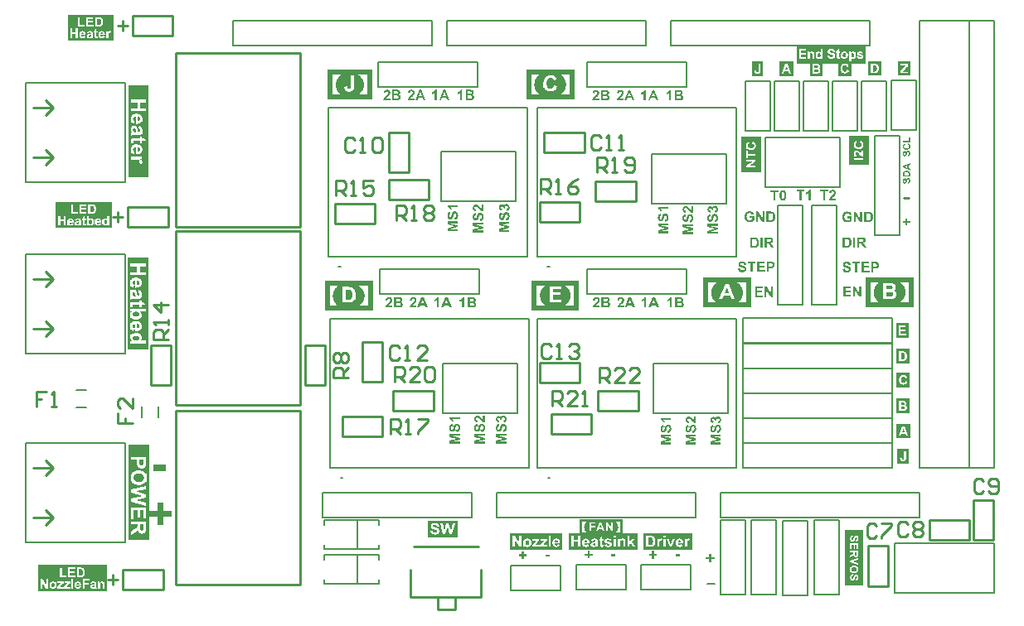
<source format=gto>
G04*
G04 #@! TF.GenerationSoftware,Altium Limited,Altium Designer,18.0.12 (696)*
G04*
G04 Layer_Color=65535*
%FSLAX25Y25*%
%MOIN*%
G70*
G01*
G75*
%ADD10C,0.00787*%
%ADD11C,0.00500*%
%ADD12C,0.01000*%
%ADD13C,0.00800*%
G36*
X-344321Y100006D02*
X-352500D01*
Y137100D01*
X-344321D01*
Y100006D01*
D02*
G37*
G36*
X-153652Y26055D02*
X-147598D01*
Y19500D01*
X-175200D01*
Y26055D01*
X-170800D01*
Y31756D01*
X-153652D01*
Y26055D01*
D02*
G37*
G36*
X-125471Y19500D02*
X-145200D01*
Y26055D01*
X-125471D01*
Y19500D01*
D02*
G37*
G36*
X-359054Y154570D02*
Y148900D01*
X-381500D01*
Y154570D01*
D01*
Y159410D01*
X-359054D01*
Y154570D01*
D02*
G37*
G36*
X-177758Y19500D02*
X-198900D01*
Y26055D01*
X-177758D01*
Y19500D01*
D02*
G37*
G36*
X-358322Y229970D02*
Y224300D01*
X-376700D01*
Y229970D01*
Y234810D01*
X-358322D01*
Y229970D01*
D02*
G37*
G36*
X-343989Y23506D02*
X-352300D01*
Y61600D01*
X-343989D01*
Y23506D01*
D02*
G37*
G36*
X-360904Y8370D02*
X-388700D01*
Y13210D01*
X-360904D01*
Y8370D01*
D02*
G37*
G36*
D02*
Y2700D01*
X-388700D01*
Y8370D01*
X-360904D01*
D02*
G37*
G36*
X-344121Y169206D02*
X-352300D01*
Y206300D01*
X-344121D01*
Y169206D01*
D02*
G37*
G36*
X-134100Y71590D02*
X-137111D01*
X-137105Y71584D01*
X-137093Y71572D01*
X-137075Y71548D01*
X-137045Y71512D01*
X-137009Y71470D01*
X-136973Y71422D01*
X-136931Y71362D01*
X-136883Y71296D01*
X-136835Y71224D01*
X-136786Y71146D01*
X-136732Y71061D01*
X-136684Y70971D01*
X-136594Y70779D01*
X-136510Y70563D01*
X-137231D01*
Y70569D01*
X-137237Y70575D01*
X-137243Y70593D01*
X-137249Y70617D01*
X-137279Y70677D01*
X-137315Y70761D01*
X-137363Y70863D01*
X-137429Y70977D01*
X-137514Y71104D01*
X-137610Y71236D01*
X-137616Y71242D01*
X-137622Y71254D01*
X-137640Y71272D01*
X-137664Y71296D01*
X-137724Y71362D01*
X-137802Y71434D01*
X-137898Y71518D01*
X-138019Y71602D01*
X-138145Y71680D01*
X-138283Y71741D01*
Y72390D01*
X-134100D01*
Y71590D01*
D02*
G37*
G36*
X-135218Y69811D02*
X-135176Y69805D01*
X-135092Y69793D01*
X-134984Y69769D01*
X-134869Y69733D01*
X-134755Y69679D01*
X-134635Y69613D01*
X-134629D01*
X-134623Y69601D01*
X-134587Y69577D01*
X-134527Y69529D01*
X-134461Y69469D01*
X-134382Y69391D01*
X-134310Y69288D01*
X-134238Y69180D01*
X-134172Y69048D01*
Y69042D01*
X-134166Y69030D01*
X-134160Y69012D01*
X-134148Y68982D01*
X-134136Y68946D01*
X-134124Y68904D01*
X-134112Y68856D01*
X-134100Y68802D01*
X-134082Y68735D01*
X-134070Y68669D01*
X-134046Y68513D01*
X-134028Y68339D01*
X-134022Y68147D01*
Y68068D01*
X-134028Y68014D01*
X-134034Y67948D01*
X-134040Y67876D01*
X-134052Y67792D01*
X-134070Y67702D01*
X-134112Y67503D01*
X-134142Y67401D01*
X-134172Y67305D01*
X-134214Y67203D01*
X-134262Y67107D01*
X-134316Y67017D01*
X-134382Y66932D01*
X-134388Y66926D01*
X-134400Y66914D01*
X-134418Y66891D01*
X-134449Y66866D01*
X-134491Y66830D01*
X-134539Y66794D01*
X-134593Y66752D01*
X-134653Y66710D01*
X-134725Y66668D01*
X-134803Y66626D01*
X-134893Y66584D01*
X-134990Y66542D01*
X-135092Y66512D01*
X-135206Y66476D01*
X-135326Y66452D01*
X-135452Y66434D01*
X-135530Y67251D01*
X-135524D01*
X-135512Y67257D01*
X-135488D01*
X-135464Y67263D01*
X-135392Y67287D01*
X-135302Y67317D01*
X-135200Y67353D01*
X-135098Y67407D01*
X-135008Y67467D01*
X-134923Y67546D01*
X-134917Y67558D01*
X-134893Y67588D01*
X-134863Y67636D01*
X-134827Y67708D01*
X-134791Y67798D01*
X-134761Y67900D01*
X-134737Y68020D01*
X-134731Y68159D01*
Y68225D01*
X-134743Y68297D01*
X-134755Y68387D01*
X-134773Y68483D01*
X-134803Y68585D01*
X-134845Y68681D01*
X-134899Y68766D01*
X-134905Y68778D01*
X-134929Y68802D01*
X-134965Y68832D01*
X-135013Y68874D01*
X-135074Y68910D01*
X-135146Y68946D01*
X-135218Y68970D01*
X-135302Y68976D01*
X-135308D01*
X-135326D01*
X-135356Y68970D01*
X-135392Y68964D01*
X-135428Y68952D01*
X-135470Y68940D01*
X-135512Y68916D01*
X-135554Y68886D01*
X-135560Y68880D01*
X-135573Y68868D01*
X-135591Y68850D01*
X-135615Y68820D01*
X-135645Y68778D01*
X-135675Y68723D01*
X-135705Y68663D01*
X-135735Y68585D01*
Y68579D01*
X-135747Y68555D01*
X-135759Y68513D01*
X-135771Y68483D01*
X-135777Y68447D01*
X-135789Y68405D01*
X-135807Y68357D01*
X-135819Y68303D01*
X-135837Y68243D01*
X-135855Y68171D01*
X-135873Y68093D01*
X-135897Y68008D01*
X-135921Y67912D01*
Y67906D01*
X-135927Y67882D01*
X-135939Y67846D01*
X-135951Y67804D01*
X-135969Y67750D01*
X-135987Y67684D01*
X-136011Y67618D01*
X-136035Y67540D01*
X-136095Y67383D01*
X-136167Y67233D01*
X-136204Y67155D01*
X-136246Y67089D01*
X-136288Y67023D01*
X-136330Y66969D01*
X-136336Y66963D01*
X-136348Y66951D01*
X-136366Y66932D01*
X-136390Y66909D01*
X-136426Y66878D01*
X-136468Y66848D01*
X-136510Y66812D01*
X-136564Y66782D01*
X-136690Y66710D01*
X-136835Y66650D01*
X-136913Y66626D01*
X-136991Y66608D01*
X-137081Y66596D01*
X-137171Y66590D01*
X-137177D01*
X-137183D01*
X-137201D01*
X-137225D01*
X-137285Y66602D01*
X-137363Y66614D01*
X-137454Y66632D01*
X-137556Y66662D01*
X-137664Y66704D01*
X-137766Y66764D01*
X-137772D01*
X-137778Y66770D01*
X-137814Y66800D01*
X-137862Y66836D01*
X-137922Y66896D01*
X-137988Y66969D01*
X-138061Y67059D01*
X-138127Y67161D01*
X-138187Y67281D01*
Y67287D01*
X-138193Y67299D01*
X-138199Y67317D01*
X-138211Y67341D01*
X-138223Y67377D01*
X-138235Y67413D01*
X-138247Y67461D01*
X-138265Y67515D01*
X-138289Y67636D01*
X-138313Y67774D01*
X-138331Y67930D01*
X-138337Y68104D01*
Y68177D01*
X-138331Y68231D01*
X-138325Y68297D01*
X-138319Y68375D01*
X-138307Y68453D01*
X-138295Y68543D01*
X-138253Y68735D01*
X-138223Y68832D01*
X-138193Y68928D01*
X-138151Y69024D01*
X-138103Y69114D01*
X-138049Y69198D01*
X-137988Y69276D01*
X-137982Y69282D01*
X-137970Y69295D01*
X-137952Y69313D01*
X-137928Y69336D01*
X-137892Y69367D01*
X-137850Y69403D01*
X-137802Y69439D01*
X-137748Y69481D01*
X-137682Y69517D01*
X-137616Y69553D01*
X-137538Y69589D01*
X-137454Y69619D01*
X-137369Y69649D01*
X-137273Y69673D01*
X-137177Y69691D01*
X-137069Y69697D01*
X-137039Y68856D01*
X-137045D01*
X-137051D01*
X-137093Y68844D01*
X-137147Y68832D01*
X-137213Y68808D01*
X-137291Y68778D01*
X-137363Y68735D01*
X-137435Y68681D01*
X-137496Y68621D01*
X-137502Y68615D01*
X-137520Y68591D01*
X-137544Y68549D01*
X-137568Y68489D01*
X-137592Y68417D01*
X-137616Y68327D01*
X-137634Y68219D01*
X-137640Y68093D01*
Y68032D01*
X-137634Y67966D01*
X-137622Y67888D01*
X-137604Y67798D01*
X-137574Y67702D01*
X-137538Y67612D01*
X-137484Y67528D01*
X-137478Y67522D01*
X-137466Y67510D01*
X-137448Y67485D01*
X-137417Y67461D01*
X-137381Y67437D01*
X-137333Y67413D01*
X-137285Y67401D01*
X-137225Y67395D01*
X-137219D01*
X-137201D01*
X-137171Y67401D01*
X-137141Y67413D01*
X-137099Y67425D01*
X-137057Y67443D01*
X-137015Y67473D01*
X-136973Y67515D01*
X-136967Y67522D01*
X-136949Y67552D01*
X-136937Y67570D01*
X-136925Y67600D01*
X-136907Y67630D01*
X-136889Y67672D01*
X-136871Y67720D01*
X-136847Y67774D01*
X-136822Y67840D01*
X-136799Y67906D01*
X-136775Y67990D01*
X-136750Y68080D01*
X-136726Y68177D01*
X-136696Y68285D01*
Y68291D01*
X-136690Y68315D01*
X-136684Y68345D01*
X-136672Y68387D01*
X-136660Y68435D01*
X-136642Y68495D01*
X-136624Y68561D01*
X-136606Y68627D01*
X-136558Y68772D01*
X-136510Y68922D01*
X-136456Y69066D01*
X-136426Y69126D01*
X-136396Y69186D01*
Y69192D01*
X-136390Y69198D01*
X-136366Y69234D01*
X-136330Y69288D01*
X-136282Y69355D01*
X-136222Y69427D01*
X-136149Y69505D01*
X-136065Y69583D01*
X-135969Y69649D01*
X-135957Y69655D01*
X-135921Y69673D01*
X-135867Y69703D01*
X-135789Y69733D01*
X-135693Y69763D01*
X-135579Y69793D01*
X-135452Y69811D01*
X-135308Y69817D01*
X-135302D01*
X-135290D01*
X-135272D01*
X-135248D01*
X-135218Y69811D01*
D02*
G37*
G36*
X-134100Y65027D02*
X-137369Y65021D01*
X-134100Y64204D01*
Y63393D01*
X-137369Y62575D01*
X-134100D01*
Y61800D01*
X-138259D01*
Y63056D01*
X-135416Y63801D01*
X-138259Y64541D01*
Y65803D01*
X-134100D01*
Y65027D01*
D02*
G37*
G36*
X-124100Y70250D02*
X-124106D01*
X-124118D01*
X-124142Y70256D01*
X-124172Y70262D01*
X-124208Y70268D01*
X-124250Y70274D01*
X-124358Y70298D01*
X-124479Y70334D01*
X-124611Y70382D01*
X-124755Y70442D01*
X-124893Y70521D01*
X-124899D01*
X-124911Y70533D01*
X-124935Y70545D01*
X-124959Y70569D01*
X-125002Y70593D01*
X-125044Y70629D01*
X-125098Y70671D01*
X-125158Y70719D01*
X-125230Y70773D01*
X-125302Y70839D01*
X-125386Y70911D01*
X-125476Y70995D01*
X-125566Y71086D01*
X-125669Y71188D01*
X-125777Y71296D01*
X-125891Y71416D01*
X-125897Y71422D01*
X-125915Y71440D01*
X-125939Y71464D01*
X-125975Y71500D01*
X-126011Y71548D01*
X-126059Y71596D01*
X-126167Y71705D01*
X-126282Y71813D01*
X-126396Y71921D01*
X-126444Y71969D01*
X-126498Y72017D01*
X-126540Y72053D01*
X-126576Y72077D01*
X-126588Y72083D01*
X-126618Y72101D01*
X-126666Y72131D01*
X-126732Y72161D01*
X-126804Y72191D01*
X-126889Y72221D01*
X-126973Y72239D01*
X-127063Y72245D01*
X-127069D01*
X-127075D01*
X-127105D01*
X-127159Y72239D01*
X-127219Y72227D01*
X-127285Y72209D01*
X-127351Y72185D01*
X-127418Y72149D01*
X-127478Y72101D01*
X-127484Y72095D01*
X-127502Y72077D01*
X-127526Y72041D01*
X-127550Y71999D01*
X-127574Y71939D01*
X-127598Y71873D01*
X-127616Y71795D01*
X-127622Y71705D01*
Y71662D01*
X-127616Y71614D01*
X-127604Y71560D01*
X-127586Y71494D01*
X-127556Y71428D01*
X-127520Y71362D01*
X-127472Y71302D01*
X-127466Y71296D01*
X-127442Y71278D01*
X-127406Y71254D01*
X-127351Y71230D01*
X-127285Y71200D01*
X-127195Y71176D01*
X-127093Y71152D01*
X-126973Y71140D01*
X-127051Y70346D01*
X-127057D01*
X-127081Y70352D01*
X-127111D01*
X-127159Y70364D01*
X-127213Y70370D01*
X-127273Y70388D01*
X-127339Y70406D01*
X-127418Y70424D01*
X-127568Y70485D01*
X-127724Y70557D01*
X-127802Y70605D01*
X-127874Y70659D01*
X-127934Y70719D01*
X-127995Y70785D01*
X-128000Y70791D01*
X-128006Y70803D01*
X-128018Y70821D01*
X-128043Y70851D01*
X-128061Y70887D01*
X-128085Y70935D01*
X-128115Y70983D01*
X-128139Y71043D01*
X-128169Y71109D01*
X-128193Y71182D01*
X-128241Y71338D01*
X-128271Y71524D01*
X-128277Y71620D01*
X-128283Y71723D01*
Y71783D01*
X-128277Y71825D01*
X-128271Y71879D01*
X-128265Y71939D01*
X-128253Y72005D01*
X-128241Y72077D01*
X-128199Y72233D01*
X-128139Y72390D01*
X-128103Y72474D01*
X-128061Y72546D01*
X-128006Y72624D01*
X-127946Y72690D01*
X-127940Y72696D01*
X-127934Y72708D01*
X-127910Y72720D01*
X-127886Y72744D01*
X-127856Y72774D01*
X-127814Y72804D01*
X-127772Y72834D01*
X-127718Y72870D01*
X-127598Y72931D01*
X-127460Y72991D01*
X-127382Y73015D01*
X-127297Y73027D01*
X-127207Y73039D01*
X-127117Y73045D01*
X-127105D01*
X-127069D01*
X-127015Y73039D01*
X-126949Y73033D01*
X-126865Y73021D01*
X-126775Y73003D01*
X-126678Y72979D01*
X-126582Y72943D01*
X-126570Y72936D01*
X-126540Y72925D01*
X-126486Y72900D01*
X-126420Y72864D01*
X-126342Y72822D01*
X-126252Y72768D01*
X-126155Y72702D01*
X-126053Y72624D01*
X-126047Y72618D01*
X-126017Y72594D01*
X-125975Y72558D01*
X-125915Y72504D01*
X-125843Y72432D01*
X-125747Y72342D01*
X-125645Y72233D01*
X-125518Y72101D01*
X-125512Y72095D01*
X-125506Y72083D01*
X-125488Y72065D01*
X-125464Y72041D01*
X-125404Y71975D01*
X-125332Y71897D01*
X-125254Y71819D01*
X-125176Y71741D01*
X-125110Y71668D01*
X-125080Y71644D01*
X-125056Y71620D01*
X-125050Y71614D01*
X-125038Y71602D01*
X-125013Y71584D01*
X-124984Y71560D01*
X-124917Y71506D01*
X-124839Y71458D01*
Y73045D01*
X-124100D01*
Y70250D01*
D02*
G37*
G36*
X-125218Y69811D02*
X-125176Y69805D01*
X-125092Y69793D01*
X-124984Y69769D01*
X-124869Y69733D01*
X-124755Y69679D01*
X-124635Y69613D01*
X-124629D01*
X-124623Y69601D01*
X-124587Y69577D01*
X-124527Y69529D01*
X-124461Y69469D01*
X-124382Y69391D01*
X-124310Y69288D01*
X-124238Y69180D01*
X-124172Y69048D01*
Y69042D01*
X-124166Y69030D01*
X-124160Y69012D01*
X-124148Y68982D01*
X-124136Y68946D01*
X-124124Y68904D01*
X-124112Y68856D01*
X-124100Y68802D01*
X-124082Y68735D01*
X-124070Y68669D01*
X-124046Y68513D01*
X-124028Y68339D01*
X-124022Y68147D01*
Y68068D01*
X-124028Y68014D01*
X-124034Y67948D01*
X-124040Y67876D01*
X-124052Y67792D01*
X-124070Y67702D01*
X-124112Y67503D01*
X-124142Y67401D01*
X-124172Y67305D01*
X-124214Y67203D01*
X-124262Y67107D01*
X-124316Y67017D01*
X-124382Y66932D01*
X-124389Y66926D01*
X-124400Y66914D01*
X-124418Y66891D01*
X-124449Y66866D01*
X-124491Y66830D01*
X-124539Y66794D01*
X-124593Y66752D01*
X-124653Y66710D01*
X-124725Y66668D01*
X-124803Y66626D01*
X-124893Y66584D01*
X-124989Y66542D01*
X-125092Y66512D01*
X-125206Y66476D01*
X-125326Y66452D01*
X-125452Y66434D01*
X-125530Y67251D01*
X-125524D01*
X-125512Y67257D01*
X-125488D01*
X-125464Y67263D01*
X-125392Y67287D01*
X-125302Y67317D01*
X-125200Y67353D01*
X-125098Y67407D01*
X-125007Y67467D01*
X-124923Y67546D01*
X-124917Y67558D01*
X-124893Y67588D01*
X-124863Y67636D01*
X-124827Y67708D01*
X-124791Y67798D01*
X-124761Y67900D01*
X-124737Y68020D01*
X-124731Y68159D01*
Y68225D01*
X-124743Y68297D01*
X-124755Y68387D01*
X-124773Y68483D01*
X-124803Y68585D01*
X-124845Y68681D01*
X-124899Y68766D01*
X-124905Y68778D01*
X-124929Y68802D01*
X-124965Y68832D01*
X-125013Y68874D01*
X-125074Y68910D01*
X-125146Y68946D01*
X-125218Y68970D01*
X-125302Y68976D01*
X-125308D01*
X-125326D01*
X-125356Y68970D01*
X-125392Y68964D01*
X-125428Y68952D01*
X-125470Y68940D01*
X-125512Y68916D01*
X-125554Y68886D01*
X-125560Y68880D01*
X-125573Y68868D01*
X-125591Y68850D01*
X-125615Y68820D01*
X-125645Y68778D01*
X-125675Y68723D01*
X-125705Y68663D01*
X-125735Y68585D01*
Y68579D01*
X-125747Y68555D01*
X-125759Y68513D01*
X-125771Y68483D01*
X-125777Y68447D01*
X-125789Y68405D01*
X-125807Y68357D01*
X-125819Y68303D01*
X-125837Y68243D01*
X-125855Y68171D01*
X-125873Y68093D01*
X-125897Y68008D01*
X-125921Y67912D01*
Y67906D01*
X-125927Y67882D01*
X-125939Y67846D01*
X-125951Y67804D01*
X-125969Y67750D01*
X-125987Y67684D01*
X-126011Y67618D01*
X-126035Y67540D01*
X-126095Y67383D01*
X-126167Y67233D01*
X-126204Y67155D01*
X-126246Y67089D01*
X-126288Y67023D01*
X-126330Y66969D01*
X-126336Y66963D01*
X-126348Y66951D01*
X-126366Y66932D01*
X-126390Y66909D01*
X-126426Y66878D01*
X-126468Y66848D01*
X-126510Y66812D01*
X-126564Y66782D01*
X-126690Y66710D01*
X-126834Y66650D01*
X-126913Y66626D01*
X-126991Y66608D01*
X-127081Y66596D01*
X-127171Y66590D01*
X-127177D01*
X-127183D01*
X-127201D01*
X-127225D01*
X-127285Y66602D01*
X-127363Y66614D01*
X-127454Y66632D01*
X-127556Y66662D01*
X-127664Y66704D01*
X-127766Y66764D01*
X-127772D01*
X-127778Y66770D01*
X-127814Y66800D01*
X-127862Y66836D01*
X-127922Y66896D01*
X-127989Y66969D01*
X-128061Y67059D01*
X-128127Y67161D01*
X-128187Y67281D01*
Y67287D01*
X-128193Y67299D01*
X-128199Y67317D01*
X-128211Y67341D01*
X-128223Y67377D01*
X-128235Y67413D01*
X-128247Y67461D01*
X-128265Y67515D01*
X-128289Y67636D01*
X-128313Y67774D01*
X-128331Y67930D01*
X-128337Y68104D01*
Y68177D01*
X-128331Y68231D01*
X-128325Y68297D01*
X-128319Y68375D01*
X-128307Y68453D01*
X-128295Y68543D01*
X-128253Y68735D01*
X-128223Y68832D01*
X-128193Y68928D01*
X-128151Y69024D01*
X-128103Y69114D01*
X-128049Y69198D01*
X-127989Y69276D01*
X-127982Y69282D01*
X-127970Y69295D01*
X-127952Y69313D01*
X-127928Y69336D01*
X-127892Y69367D01*
X-127850Y69403D01*
X-127802Y69439D01*
X-127748Y69481D01*
X-127682Y69517D01*
X-127616Y69553D01*
X-127538Y69589D01*
X-127454Y69619D01*
X-127369Y69649D01*
X-127273Y69673D01*
X-127177Y69691D01*
X-127069Y69697D01*
X-127039Y68856D01*
X-127045D01*
X-127051D01*
X-127093Y68844D01*
X-127147Y68832D01*
X-127213Y68808D01*
X-127291Y68778D01*
X-127363Y68735D01*
X-127436Y68681D01*
X-127496Y68621D01*
X-127502Y68615D01*
X-127520Y68591D01*
X-127544Y68549D01*
X-127568Y68489D01*
X-127592Y68417D01*
X-127616Y68327D01*
X-127634Y68219D01*
X-127640Y68093D01*
Y68032D01*
X-127634Y67966D01*
X-127622Y67888D01*
X-127604Y67798D01*
X-127574Y67702D01*
X-127538Y67612D01*
X-127484Y67528D01*
X-127478Y67522D01*
X-127466Y67510D01*
X-127448Y67485D01*
X-127418Y67461D01*
X-127382Y67437D01*
X-127333Y67413D01*
X-127285Y67401D01*
X-127225Y67395D01*
X-127219D01*
X-127201D01*
X-127171Y67401D01*
X-127141Y67413D01*
X-127099Y67425D01*
X-127057Y67443D01*
X-127015Y67473D01*
X-126973Y67515D01*
X-126967Y67522D01*
X-126949Y67552D01*
X-126937Y67570D01*
X-126925Y67600D01*
X-126907Y67630D01*
X-126889Y67672D01*
X-126871Y67720D01*
X-126847Y67774D01*
X-126822Y67840D01*
X-126798Y67906D01*
X-126775Y67990D01*
X-126750Y68080D01*
X-126726Y68177D01*
X-126696Y68285D01*
Y68291D01*
X-126690Y68315D01*
X-126684Y68345D01*
X-126672Y68387D01*
X-126660Y68435D01*
X-126642Y68495D01*
X-126624Y68561D01*
X-126606Y68627D01*
X-126558Y68772D01*
X-126510Y68922D01*
X-126456Y69066D01*
X-126426Y69126D01*
X-126396Y69186D01*
Y69192D01*
X-126390Y69198D01*
X-126366Y69234D01*
X-126330Y69288D01*
X-126282Y69355D01*
X-126222Y69427D01*
X-126149Y69505D01*
X-126065Y69583D01*
X-125969Y69649D01*
X-125957Y69655D01*
X-125921Y69673D01*
X-125867Y69703D01*
X-125789Y69733D01*
X-125693Y69763D01*
X-125578Y69793D01*
X-125452Y69811D01*
X-125308Y69817D01*
X-125302D01*
X-125290D01*
X-125272D01*
X-125248D01*
X-125218Y69811D01*
D02*
G37*
G36*
X-124100Y65027D02*
X-127369Y65021D01*
X-124100Y64204D01*
Y63393D01*
X-127369Y62575D01*
X-124100D01*
Y61800D01*
X-128259D01*
Y63056D01*
X-125416Y63801D01*
X-128259Y64541D01*
Y65803D01*
X-124100D01*
Y65027D01*
D02*
G37*
G36*
X-115254Y73081D02*
X-115206Y73075D01*
X-115152Y73063D01*
X-115086Y73051D01*
X-115020Y73039D01*
X-114875Y72991D01*
X-114797Y72955D01*
X-114713Y72918D01*
X-114635Y72870D01*
X-114557Y72816D01*
X-114479Y72756D01*
X-114407Y72684D01*
X-114400Y72678D01*
X-114389Y72666D01*
X-114371Y72642D01*
X-114346Y72612D01*
X-114316Y72570D01*
X-114286Y72528D01*
X-114250Y72468D01*
X-114214Y72408D01*
X-114178Y72342D01*
X-114142Y72263D01*
X-114112Y72179D01*
X-114082Y72095D01*
X-114058Y71999D01*
X-114040Y71903D01*
X-114028Y71795D01*
X-114022Y71687D01*
Y71632D01*
X-114028Y71590D01*
X-114034Y71542D01*
X-114040Y71488D01*
X-114052Y71428D01*
X-114064Y71356D01*
X-114100Y71212D01*
X-114160Y71055D01*
X-114196Y70971D01*
X-114238Y70899D01*
X-114292Y70821D01*
X-114346Y70749D01*
X-114352Y70743D01*
X-114364Y70731D01*
X-114383Y70713D01*
X-114407Y70689D01*
X-114437Y70659D01*
X-114479Y70629D01*
X-114521Y70593D01*
X-114575Y70557D01*
X-114635Y70521D01*
X-114695Y70478D01*
X-114839Y70412D01*
X-115007Y70358D01*
X-115098Y70334D01*
X-115194Y70322D01*
X-115290Y71092D01*
X-115284D01*
X-115278D01*
X-115242Y71097D01*
X-115188Y71109D01*
X-115122Y71127D01*
X-115050Y71158D01*
X-114971Y71188D01*
X-114899Y71236D01*
X-114833Y71290D01*
X-114827Y71296D01*
X-114809Y71320D01*
X-114785Y71356D01*
X-114761Y71398D01*
X-114731Y71458D01*
X-114707Y71524D01*
X-114689Y71596D01*
X-114683Y71680D01*
Y71693D01*
X-114689Y71723D01*
X-114695Y71765D01*
X-114707Y71825D01*
X-114731Y71891D01*
X-114761Y71957D01*
X-114809Y72029D01*
X-114869Y72095D01*
X-114875Y72101D01*
X-114905Y72125D01*
X-114947Y72149D01*
X-115001Y72185D01*
X-115074Y72215D01*
X-115164Y72245D01*
X-115266Y72263D01*
X-115380Y72269D01*
X-115386D01*
X-115392D01*
X-115428D01*
X-115482Y72263D01*
X-115554Y72251D01*
X-115632Y72227D01*
X-115711Y72197D01*
X-115789Y72155D01*
X-115861Y72101D01*
X-115867Y72095D01*
X-115891Y72071D01*
X-115921Y72035D01*
X-115951Y71993D01*
X-115987Y71933D01*
X-116011Y71867D01*
X-116035Y71795D01*
X-116041Y71710D01*
Y71650D01*
X-116035Y71608D01*
X-116029Y71554D01*
X-116017Y71488D01*
X-115999Y71422D01*
X-115981Y71344D01*
X-116624Y71428D01*
Y71482D01*
X-116630Y71542D01*
X-116636Y71614D01*
X-116654Y71693D01*
X-116678Y71777D01*
X-116714Y71855D01*
X-116762Y71927D01*
X-116768Y71933D01*
X-116793Y71957D01*
X-116823Y71981D01*
X-116871Y72017D01*
X-116925Y72047D01*
X-116991Y72077D01*
X-117069Y72095D01*
X-117159Y72101D01*
X-117171D01*
X-117195D01*
X-117231Y72095D01*
X-117279Y72083D01*
X-117333Y72071D01*
X-117387Y72047D01*
X-117448Y72017D01*
X-117496Y71975D01*
X-117502Y71969D01*
X-117514Y71951D01*
X-117538Y71927D01*
X-117562Y71885D01*
X-117580Y71837D01*
X-117604Y71783D01*
X-117616Y71710D01*
X-117622Y71638D01*
Y71602D01*
X-117616Y71566D01*
X-117604Y71518D01*
X-117586Y71464D01*
X-117562Y71404D01*
X-117526Y71344D01*
X-117478Y71290D01*
X-117472Y71284D01*
X-117454Y71266D01*
X-117418Y71242D01*
X-117369Y71212D01*
X-117315Y71182D01*
X-117243Y71158D01*
X-117159Y71134D01*
X-117063Y71115D01*
X-117183Y70382D01*
X-117189D01*
X-117201Y70388D01*
X-117219D01*
X-117249Y70394D01*
X-117315Y70412D01*
X-117405Y70436D01*
X-117502Y70472D01*
X-117604Y70508D01*
X-117700Y70557D01*
X-117790Y70611D01*
X-117802Y70617D01*
X-117826Y70641D01*
X-117868Y70677D01*
X-117922Y70725D01*
X-117976Y70785D01*
X-118037Y70857D01*
X-118097Y70947D01*
X-118151Y71043D01*
Y71049D01*
X-118157Y71055D01*
X-118169Y71092D01*
X-118193Y71152D01*
X-118217Y71224D01*
X-118241Y71314D01*
X-118265Y71422D01*
X-118277Y71536D01*
X-118283Y71662D01*
Y71716D01*
X-118277Y71759D01*
X-118271Y71813D01*
X-118265Y71867D01*
X-118253Y71933D01*
X-118235Y71999D01*
X-118193Y72149D01*
X-118163Y72227D01*
X-118121Y72312D01*
X-118079Y72390D01*
X-118031Y72462D01*
X-117970Y72540D01*
X-117904Y72606D01*
X-117898Y72612D01*
X-117892Y72618D01*
X-117874Y72636D01*
X-117850Y72654D01*
X-117790Y72702D01*
X-117706Y72756D01*
X-117604Y72810D01*
X-117484Y72852D01*
X-117351Y72888D01*
X-117285Y72895D01*
X-117213Y72900D01*
X-117207D01*
X-117189D01*
X-117159Y72895D01*
X-117123Y72888D01*
X-117075Y72882D01*
X-117021Y72870D01*
X-116961Y72852D01*
X-116895Y72828D01*
X-116829Y72792D01*
X-116756Y72756D01*
X-116684Y72708D01*
X-116612Y72648D01*
X-116540Y72576D01*
X-116468Y72498D01*
X-116402Y72408D01*
X-116336Y72299D01*
Y72306D01*
X-116330Y72317D01*
Y72335D01*
X-116318Y72360D01*
X-116300Y72426D01*
X-116264Y72504D01*
X-116216Y72594D01*
X-116155Y72690D01*
X-116077Y72786D01*
X-115987Y72870D01*
X-115975Y72882D01*
X-115939Y72907D01*
X-115885Y72936D01*
X-115807Y72979D01*
X-115717Y73021D01*
X-115603Y73051D01*
X-115482Y73075D01*
X-115344Y73087D01*
X-115338D01*
X-115320D01*
X-115290D01*
X-115254Y73081D01*
D02*
G37*
G36*
X-115218Y69811D02*
X-115176Y69805D01*
X-115092Y69793D01*
X-114983Y69769D01*
X-114869Y69733D01*
X-114755Y69679D01*
X-114635Y69613D01*
X-114629D01*
X-114623Y69601D01*
X-114587Y69577D01*
X-114527Y69529D01*
X-114461Y69469D01*
X-114383Y69391D01*
X-114310Y69288D01*
X-114238Y69180D01*
X-114172Y69048D01*
Y69042D01*
X-114166Y69030D01*
X-114160Y69012D01*
X-114148Y68982D01*
X-114136Y68946D01*
X-114124Y68904D01*
X-114112Y68856D01*
X-114100Y68802D01*
X-114082Y68735D01*
X-114070Y68669D01*
X-114046Y68513D01*
X-114028Y68339D01*
X-114022Y68147D01*
Y68068D01*
X-114028Y68014D01*
X-114034Y67948D01*
X-114040Y67876D01*
X-114052Y67792D01*
X-114070Y67702D01*
X-114112Y67503D01*
X-114142Y67401D01*
X-114172Y67305D01*
X-114214Y67203D01*
X-114262Y67107D01*
X-114316Y67017D01*
X-114383Y66932D01*
X-114389Y66926D01*
X-114400Y66914D01*
X-114418Y66891D01*
X-114449Y66866D01*
X-114491Y66830D01*
X-114539Y66794D01*
X-114593Y66752D01*
X-114653Y66710D01*
X-114725Y66668D01*
X-114803Y66626D01*
X-114893Y66584D01*
X-114989Y66542D01*
X-115092Y66512D01*
X-115206Y66476D01*
X-115326Y66452D01*
X-115452Y66434D01*
X-115530Y67251D01*
X-115524D01*
X-115512Y67257D01*
X-115488D01*
X-115464Y67263D01*
X-115392Y67287D01*
X-115302Y67317D01*
X-115200Y67353D01*
X-115098Y67407D01*
X-115007Y67467D01*
X-114923Y67546D01*
X-114917Y67558D01*
X-114893Y67588D01*
X-114863Y67636D01*
X-114827Y67708D01*
X-114791Y67798D01*
X-114761Y67900D01*
X-114737Y68020D01*
X-114731Y68159D01*
Y68225D01*
X-114743Y68297D01*
X-114755Y68387D01*
X-114773Y68483D01*
X-114803Y68585D01*
X-114845Y68681D01*
X-114899Y68766D01*
X-114905Y68778D01*
X-114929Y68802D01*
X-114965Y68832D01*
X-115014Y68874D01*
X-115074Y68910D01*
X-115146Y68946D01*
X-115218Y68970D01*
X-115302Y68976D01*
X-115308D01*
X-115326D01*
X-115356Y68970D01*
X-115392Y68964D01*
X-115428Y68952D01*
X-115470Y68940D01*
X-115512Y68916D01*
X-115554Y68886D01*
X-115560Y68880D01*
X-115573Y68868D01*
X-115591Y68850D01*
X-115614Y68820D01*
X-115645Y68778D01*
X-115675Y68723D01*
X-115705Y68663D01*
X-115735Y68585D01*
Y68579D01*
X-115747Y68555D01*
X-115759Y68513D01*
X-115771Y68483D01*
X-115777Y68447D01*
X-115789Y68405D01*
X-115807Y68357D01*
X-115819Y68303D01*
X-115837Y68243D01*
X-115855Y68171D01*
X-115873Y68093D01*
X-115897Y68008D01*
X-115921Y67912D01*
Y67906D01*
X-115927Y67882D01*
X-115939Y67846D01*
X-115951Y67804D01*
X-115969Y67750D01*
X-115987Y67684D01*
X-116011Y67618D01*
X-116035Y67540D01*
X-116095Y67383D01*
X-116167Y67233D01*
X-116203Y67155D01*
X-116246Y67089D01*
X-116288Y67023D01*
X-116330Y66969D01*
X-116336Y66963D01*
X-116348Y66951D01*
X-116366Y66932D01*
X-116390Y66909D01*
X-116426Y66878D01*
X-116468Y66848D01*
X-116510Y66812D01*
X-116564Y66782D01*
X-116690Y66710D01*
X-116834Y66650D01*
X-116913Y66626D01*
X-116991Y66608D01*
X-117081Y66596D01*
X-117171Y66590D01*
X-117177D01*
X-117183D01*
X-117201D01*
X-117225D01*
X-117285Y66602D01*
X-117363Y66614D01*
X-117454Y66632D01*
X-117556Y66662D01*
X-117664Y66704D01*
X-117766Y66764D01*
X-117772D01*
X-117778Y66770D01*
X-117814Y66800D01*
X-117862Y66836D01*
X-117922Y66896D01*
X-117989Y66969D01*
X-118061Y67059D01*
X-118127Y67161D01*
X-118187Y67281D01*
Y67287D01*
X-118193Y67299D01*
X-118199Y67317D01*
X-118211Y67341D01*
X-118223Y67377D01*
X-118235Y67413D01*
X-118247Y67461D01*
X-118265Y67515D01*
X-118289Y67636D01*
X-118313Y67774D01*
X-118331Y67930D01*
X-118337Y68104D01*
Y68177D01*
X-118331Y68231D01*
X-118325Y68297D01*
X-118319Y68375D01*
X-118307Y68453D01*
X-118295Y68543D01*
X-118253Y68735D01*
X-118223Y68832D01*
X-118193Y68928D01*
X-118151Y69024D01*
X-118103Y69114D01*
X-118049Y69198D01*
X-117989Y69276D01*
X-117982Y69282D01*
X-117970Y69295D01*
X-117952Y69313D01*
X-117928Y69336D01*
X-117892Y69367D01*
X-117850Y69403D01*
X-117802Y69439D01*
X-117748Y69481D01*
X-117682Y69517D01*
X-117616Y69553D01*
X-117538Y69589D01*
X-117454Y69619D01*
X-117369Y69649D01*
X-117273Y69673D01*
X-117177Y69691D01*
X-117069Y69697D01*
X-117039Y68856D01*
X-117045D01*
X-117051D01*
X-117093Y68844D01*
X-117147Y68832D01*
X-117213Y68808D01*
X-117291Y68778D01*
X-117363Y68735D01*
X-117436Y68681D01*
X-117496Y68621D01*
X-117502Y68615D01*
X-117520Y68591D01*
X-117544Y68549D01*
X-117568Y68489D01*
X-117592Y68417D01*
X-117616Y68327D01*
X-117634Y68219D01*
X-117640Y68093D01*
Y68032D01*
X-117634Y67966D01*
X-117622Y67888D01*
X-117604Y67798D01*
X-117574Y67702D01*
X-117538Y67612D01*
X-117484Y67528D01*
X-117478Y67522D01*
X-117466Y67510D01*
X-117448Y67485D01*
X-117418Y67461D01*
X-117382Y67437D01*
X-117333Y67413D01*
X-117285Y67401D01*
X-117225Y67395D01*
X-117219D01*
X-117201D01*
X-117171Y67401D01*
X-117141Y67413D01*
X-117099Y67425D01*
X-117057Y67443D01*
X-117015Y67473D01*
X-116973Y67515D01*
X-116967Y67522D01*
X-116949Y67552D01*
X-116937Y67570D01*
X-116925Y67600D01*
X-116907Y67630D01*
X-116889Y67672D01*
X-116871Y67720D01*
X-116847Y67774D01*
X-116823Y67840D01*
X-116798Y67906D01*
X-116774Y67990D01*
X-116750Y68080D01*
X-116726Y68177D01*
X-116696Y68285D01*
Y68291D01*
X-116690Y68315D01*
X-116684Y68345D01*
X-116672Y68387D01*
X-116660Y68435D01*
X-116642Y68495D01*
X-116624Y68561D01*
X-116606Y68627D01*
X-116558Y68772D01*
X-116510Y68922D01*
X-116456Y69066D01*
X-116426Y69126D01*
X-116396Y69186D01*
Y69192D01*
X-116390Y69198D01*
X-116366Y69234D01*
X-116330Y69288D01*
X-116282Y69355D01*
X-116221Y69427D01*
X-116149Y69505D01*
X-116065Y69583D01*
X-115969Y69649D01*
X-115957Y69655D01*
X-115921Y69673D01*
X-115867Y69703D01*
X-115789Y69733D01*
X-115693Y69763D01*
X-115578Y69793D01*
X-115452Y69811D01*
X-115308Y69817D01*
X-115302D01*
X-115290D01*
X-115272D01*
X-115248D01*
X-115218Y69811D01*
D02*
G37*
G36*
X-114100Y65027D02*
X-117369Y65021D01*
X-114100Y64204D01*
Y63393D01*
X-117369Y62575D01*
X-114100D01*
Y61800D01*
X-118259D01*
Y63056D01*
X-115416Y63801D01*
X-118259Y64541D01*
Y65803D01*
X-114100D01*
Y65027D01*
D02*
G37*
G36*
X-219000Y71890D02*
X-222011D01*
X-222005Y71884D01*
X-221993Y71872D01*
X-221975Y71848D01*
X-221945Y71812D01*
X-221909Y71770D01*
X-221873Y71722D01*
X-221831Y71662D01*
X-221783Y71596D01*
X-221734Y71524D01*
X-221687Y71446D01*
X-221632Y71361D01*
X-221584Y71271D01*
X-221494Y71079D01*
X-221410Y70863D01*
X-222131D01*
Y70869D01*
X-222137Y70875D01*
X-222143Y70893D01*
X-222149Y70917D01*
X-222179Y70977D01*
X-222215Y71061D01*
X-222263Y71163D01*
X-222329Y71277D01*
X-222414Y71403D01*
X-222510Y71536D01*
X-222516Y71542D01*
X-222522Y71554D01*
X-222540Y71572D01*
X-222564Y71596D01*
X-222624Y71662D01*
X-222702Y71734D01*
X-222798Y71818D01*
X-222919Y71902D01*
X-223045Y71980D01*
X-223183Y72040D01*
Y72690D01*
X-219000D01*
Y71890D01*
D02*
G37*
G36*
X-220118Y70111D02*
X-220076Y70105D01*
X-219992Y70093D01*
X-219883Y70069D01*
X-219769Y70033D01*
X-219655Y69979D01*
X-219535Y69913D01*
X-219529D01*
X-219523Y69901D01*
X-219487Y69877D01*
X-219427Y69829D01*
X-219361Y69769D01*
X-219283Y69691D01*
X-219210Y69589D01*
X-219138Y69480D01*
X-219072Y69348D01*
Y69342D01*
X-219066Y69330D01*
X-219060Y69312D01*
X-219048Y69282D01*
X-219036Y69246D01*
X-219024Y69204D01*
X-219012Y69156D01*
X-219000Y69102D01*
X-218982Y69036D01*
X-218970Y68969D01*
X-218946Y68813D01*
X-218928Y68639D01*
X-218922Y68447D01*
Y68368D01*
X-218928Y68314D01*
X-218934Y68248D01*
X-218940Y68176D01*
X-218952Y68092D01*
X-218970Y68002D01*
X-219012Y67804D01*
X-219042Y67701D01*
X-219072Y67605D01*
X-219114Y67503D01*
X-219162Y67407D01*
X-219216Y67317D01*
X-219283Y67233D01*
X-219288Y67226D01*
X-219301Y67215D01*
X-219319Y67190D01*
X-219349Y67166D01*
X-219391Y67130D01*
X-219439Y67094D01*
X-219493Y67052D01*
X-219553Y67010D01*
X-219625Y66968D01*
X-219703Y66926D01*
X-219793Y66884D01*
X-219889Y66842D01*
X-219992Y66812D01*
X-220106Y66776D01*
X-220226Y66752D01*
X-220352Y66734D01*
X-220430Y67551D01*
X-220424D01*
X-220412Y67557D01*
X-220388D01*
X-220364Y67563D01*
X-220292Y67587D01*
X-220202Y67617D01*
X-220100Y67653D01*
X-219998Y67707D01*
X-219907Y67767D01*
X-219823Y67846D01*
X-219817Y67858D01*
X-219793Y67888D01*
X-219763Y67936D01*
X-219727Y68008D01*
X-219691Y68098D01*
X-219661Y68200D01*
X-219637Y68320D01*
X-219631Y68459D01*
Y68525D01*
X-219643Y68597D01*
X-219655Y68687D01*
X-219673Y68783D01*
X-219703Y68885D01*
X-219745Y68981D01*
X-219799Y69066D01*
X-219805Y69078D01*
X-219829Y69102D01*
X-219865Y69132D01*
X-219914Y69174D01*
X-219974Y69210D01*
X-220046Y69246D01*
X-220118Y69270D01*
X-220202Y69276D01*
X-220208D01*
X-220226D01*
X-220256Y69270D01*
X-220292Y69264D01*
X-220328Y69252D01*
X-220370Y69240D01*
X-220412Y69216D01*
X-220454Y69186D01*
X-220460Y69180D01*
X-220472Y69168D01*
X-220491Y69150D01*
X-220514Y69120D01*
X-220545Y69078D01*
X-220575Y69024D01*
X-220605Y68963D01*
X-220635Y68885D01*
Y68879D01*
X-220647Y68855D01*
X-220659Y68813D01*
X-220671Y68783D01*
X-220677Y68747D01*
X-220689Y68705D01*
X-220707Y68657D01*
X-220719Y68603D01*
X-220737Y68543D01*
X-220755Y68471D01*
X-220773Y68392D01*
X-220797Y68308D01*
X-220821Y68212D01*
Y68206D01*
X-220827Y68182D01*
X-220839Y68146D01*
X-220851Y68104D01*
X-220869Y68050D01*
X-220887Y67984D01*
X-220911Y67918D01*
X-220935Y67839D01*
X-220995Y67683D01*
X-221067Y67533D01*
X-221104Y67455D01*
X-221146Y67389D01*
X-221188Y67323D01*
X-221230Y67269D01*
X-221236Y67263D01*
X-221248Y67251D01*
X-221266Y67233D01*
X-221290Y67208D01*
X-221326Y67178D01*
X-221368Y67148D01*
X-221410Y67112D01*
X-221464Y67082D01*
X-221590Y67010D01*
X-221734Y66950D01*
X-221813Y66926D01*
X-221891Y66908D01*
X-221981Y66896D01*
X-222071Y66890D01*
X-222077D01*
X-222083D01*
X-222101D01*
X-222125D01*
X-222185Y66902D01*
X-222263Y66914D01*
X-222354Y66932D01*
X-222456Y66962D01*
X-222564Y67004D01*
X-222666Y67064D01*
X-222672D01*
X-222678Y67070D01*
X-222714Y67100D01*
X-222762Y67136D01*
X-222822Y67197D01*
X-222888Y67269D01*
X-222961Y67359D01*
X-223027Y67461D01*
X-223087Y67581D01*
Y67587D01*
X-223093Y67599D01*
X-223099Y67617D01*
X-223111Y67641D01*
X-223123Y67677D01*
X-223135Y67713D01*
X-223147Y67761D01*
X-223165Y67816D01*
X-223189Y67936D01*
X-223213Y68074D01*
X-223231Y68230D01*
X-223237Y68405D01*
Y68477D01*
X-223231Y68531D01*
X-223225Y68597D01*
X-223219Y68675D01*
X-223207Y68753D01*
X-223195Y68843D01*
X-223153Y69036D01*
X-223123Y69132D01*
X-223093Y69228D01*
X-223051Y69324D01*
X-223003Y69414D01*
X-222949Y69498D01*
X-222888Y69576D01*
X-222883Y69582D01*
X-222870Y69595D01*
X-222852Y69612D01*
X-222828Y69636D01*
X-222792Y69667D01*
X-222750Y69703D01*
X-222702Y69739D01*
X-222648Y69781D01*
X-222582Y69817D01*
X-222516Y69853D01*
X-222438Y69889D01*
X-222354Y69919D01*
X-222269Y69949D01*
X-222173Y69973D01*
X-222077Y69991D01*
X-221969Y69997D01*
X-221939Y69156D01*
X-221945D01*
X-221951D01*
X-221993Y69144D01*
X-222047Y69132D01*
X-222113Y69108D01*
X-222191Y69078D01*
X-222263Y69036D01*
X-222336Y68981D01*
X-222396Y68921D01*
X-222402Y68915D01*
X-222420Y68891D01*
X-222444Y68849D01*
X-222468Y68789D01*
X-222492Y68717D01*
X-222516Y68627D01*
X-222534Y68519D01*
X-222540Y68392D01*
Y68332D01*
X-222534Y68266D01*
X-222522Y68188D01*
X-222504Y68098D01*
X-222474Y68002D01*
X-222438Y67912D01*
X-222384Y67827D01*
X-222378Y67822D01*
X-222366Y67809D01*
X-222348Y67786D01*
X-222318Y67761D01*
X-222282Y67737D01*
X-222233Y67713D01*
X-222185Y67701D01*
X-222125Y67695D01*
X-222119D01*
X-222101D01*
X-222071Y67701D01*
X-222041Y67713D01*
X-221999Y67725D01*
X-221957Y67743D01*
X-221915Y67773D01*
X-221873Y67816D01*
X-221867Y67822D01*
X-221849Y67852D01*
X-221837Y67870D01*
X-221825Y67900D01*
X-221807Y67930D01*
X-221789Y67972D01*
X-221771Y68020D01*
X-221747Y68074D01*
X-221723Y68140D01*
X-221698Y68206D01*
X-221674Y68290D01*
X-221650Y68380D01*
X-221626Y68477D01*
X-221596Y68585D01*
Y68591D01*
X-221590Y68615D01*
X-221584Y68645D01*
X-221572Y68687D01*
X-221560Y68735D01*
X-221542Y68795D01*
X-221524Y68861D01*
X-221506Y68927D01*
X-221458Y69072D01*
X-221410Y69222D01*
X-221356Y69366D01*
X-221326Y69426D01*
X-221296Y69486D01*
Y69492D01*
X-221290Y69498D01*
X-221266Y69534D01*
X-221230Y69589D01*
X-221182Y69655D01*
X-221122Y69727D01*
X-221049Y69805D01*
X-220965Y69883D01*
X-220869Y69949D01*
X-220857Y69955D01*
X-220821Y69973D01*
X-220767Y70003D01*
X-220689Y70033D01*
X-220593Y70063D01*
X-220479Y70093D01*
X-220352Y70111D01*
X-220208Y70117D01*
X-220202D01*
X-220190D01*
X-220172D01*
X-220148D01*
X-220118Y70111D01*
D02*
G37*
G36*
X-219000Y65327D02*
X-222269Y65321D01*
X-219000Y64504D01*
Y63693D01*
X-222269Y62875D01*
X-219000D01*
Y62100D01*
X-223159D01*
Y63356D01*
X-220316Y64101D01*
X-223159Y64841D01*
Y66103D01*
X-219000D01*
Y65327D01*
D02*
G37*
G36*
X-209000Y70550D02*
X-209006D01*
X-209018D01*
X-209042Y70556D01*
X-209072Y70562D01*
X-209108Y70568D01*
X-209150Y70574D01*
X-209258Y70598D01*
X-209379Y70634D01*
X-209511Y70682D01*
X-209655Y70742D01*
X-209793Y70820D01*
X-209799D01*
X-209811Y70833D01*
X-209835Y70845D01*
X-209859Y70869D01*
X-209901Y70893D01*
X-209944Y70929D01*
X-209998Y70971D01*
X-210058Y71019D01*
X-210130Y71073D01*
X-210202Y71139D01*
X-210286Y71211D01*
X-210376Y71295D01*
X-210466Y71386D01*
X-210569Y71488D01*
X-210677Y71596D01*
X-210791Y71716D01*
X-210797Y71722D01*
X-210815Y71740D01*
X-210839Y71764D01*
X-210875Y71800D01*
X-210911Y71848D01*
X-210959Y71896D01*
X-211067Y72004D01*
X-211182Y72113D01*
X-211296Y72221D01*
X-211344Y72269D01*
X-211398Y72317D01*
X-211440Y72353D01*
X-211476Y72377D01*
X-211488Y72383D01*
X-211518Y72401D01*
X-211566Y72431D01*
X-211632Y72461D01*
X-211704Y72491D01*
X-211789Y72521D01*
X-211873Y72539D01*
X-211963Y72545D01*
X-211969D01*
X-211975D01*
X-212005D01*
X-212059Y72539D01*
X-212119Y72527D01*
X-212185Y72509D01*
X-212251Y72485D01*
X-212317Y72449D01*
X-212378Y72401D01*
X-212384Y72395D01*
X-212402Y72377D01*
X-212426Y72341D01*
X-212450Y72299D01*
X-212474Y72239D01*
X-212498Y72173D01*
X-212516Y72095D01*
X-212522Y72004D01*
Y71962D01*
X-212516Y71914D01*
X-212504Y71860D01*
X-212486Y71794D01*
X-212456Y71728D01*
X-212420Y71662D01*
X-212372Y71602D01*
X-212366Y71596D01*
X-212342Y71578D01*
X-212305Y71554D01*
X-212251Y71530D01*
X-212185Y71500D01*
X-212095Y71476D01*
X-211993Y71452D01*
X-211873Y71439D01*
X-211951Y70646D01*
X-211957D01*
X-211981Y70652D01*
X-212011D01*
X-212059Y70664D01*
X-212113Y70670D01*
X-212173Y70688D01*
X-212239Y70706D01*
X-212317Y70724D01*
X-212468Y70784D01*
X-212624Y70857D01*
X-212702Y70905D01*
X-212774Y70959D01*
X-212834Y71019D01*
X-212895Y71085D01*
X-212900Y71091D01*
X-212907Y71103D01*
X-212918Y71121D01*
X-212943Y71151D01*
X-212961Y71187D01*
X-212985Y71235D01*
X-213015Y71283D01*
X-213039Y71343D01*
X-213069Y71409D01*
X-213093Y71482D01*
X-213141Y71638D01*
X-213171Y71824D01*
X-213177Y71920D01*
X-213183Y72022D01*
Y72083D01*
X-213177Y72125D01*
X-213171Y72179D01*
X-213165Y72239D01*
X-213153Y72305D01*
X-213141Y72377D01*
X-213099Y72533D01*
X-213039Y72690D01*
X-213003Y72774D01*
X-212961Y72846D01*
X-212907Y72924D01*
X-212846Y72990D01*
X-212840Y72996D01*
X-212834Y73008D01*
X-212810Y73020D01*
X-212786Y73044D01*
X-212756Y73074D01*
X-212714Y73104D01*
X-212672Y73134D01*
X-212618Y73170D01*
X-212498Y73230D01*
X-212360Y73291D01*
X-212281Y73315D01*
X-212197Y73327D01*
X-212107Y73339D01*
X-212017Y73345D01*
X-212005D01*
X-211969D01*
X-211915Y73339D01*
X-211849Y73333D01*
X-211765Y73321D01*
X-211674Y73303D01*
X-211578Y73279D01*
X-211482Y73242D01*
X-211470Y73237D01*
X-211440Y73225D01*
X-211386Y73201D01*
X-211320Y73164D01*
X-211242Y73122D01*
X-211152Y73068D01*
X-211055Y73002D01*
X-210953Y72924D01*
X-210947Y72918D01*
X-210917Y72894D01*
X-210875Y72858D01*
X-210815Y72804D01*
X-210743Y72732D01*
X-210647Y72641D01*
X-210545Y72533D01*
X-210418Y72401D01*
X-210412Y72395D01*
X-210406Y72383D01*
X-210388Y72365D01*
X-210364Y72341D01*
X-210304Y72275D01*
X-210232Y72197D01*
X-210154Y72119D01*
X-210076Y72040D01*
X-210010Y71968D01*
X-209980Y71944D01*
X-209956Y71920D01*
X-209950Y71914D01*
X-209938Y71902D01*
X-209913Y71884D01*
X-209883Y71860D01*
X-209817Y71806D01*
X-209739Y71758D01*
Y73345D01*
X-209000D01*
Y70550D01*
D02*
G37*
G36*
X-210118Y70111D02*
X-210076Y70105D01*
X-209992Y70093D01*
X-209883Y70069D01*
X-209769Y70033D01*
X-209655Y69979D01*
X-209535Y69913D01*
X-209529D01*
X-209523Y69901D01*
X-209487Y69877D01*
X-209427Y69829D01*
X-209361Y69769D01*
X-209282Y69691D01*
X-209210Y69589D01*
X-209138Y69480D01*
X-209072Y69348D01*
Y69342D01*
X-209066Y69330D01*
X-209060Y69312D01*
X-209048Y69282D01*
X-209036Y69246D01*
X-209024Y69204D01*
X-209012Y69156D01*
X-209000Y69102D01*
X-208982Y69036D01*
X-208970Y68969D01*
X-208946Y68813D01*
X-208928Y68639D01*
X-208922Y68447D01*
Y68368D01*
X-208928Y68314D01*
X-208934Y68248D01*
X-208940Y68176D01*
X-208952Y68092D01*
X-208970Y68002D01*
X-209012Y67804D01*
X-209042Y67701D01*
X-209072Y67605D01*
X-209114Y67503D01*
X-209162Y67407D01*
X-209216Y67317D01*
X-209282Y67233D01*
X-209289Y67226D01*
X-209300Y67215D01*
X-209318Y67190D01*
X-209349Y67166D01*
X-209391Y67130D01*
X-209439Y67094D01*
X-209493Y67052D01*
X-209553Y67010D01*
X-209625Y66968D01*
X-209703Y66926D01*
X-209793Y66884D01*
X-209890Y66842D01*
X-209992Y66812D01*
X-210106Y66776D01*
X-210226Y66752D01*
X-210352Y66734D01*
X-210430Y67551D01*
X-210424D01*
X-210412Y67557D01*
X-210388D01*
X-210364Y67563D01*
X-210292Y67587D01*
X-210202Y67617D01*
X-210100Y67653D01*
X-209998Y67707D01*
X-209908Y67767D01*
X-209823Y67846D01*
X-209817Y67858D01*
X-209793Y67888D01*
X-209763Y67936D01*
X-209727Y68008D01*
X-209691Y68098D01*
X-209661Y68200D01*
X-209637Y68320D01*
X-209631Y68459D01*
Y68525D01*
X-209643Y68597D01*
X-209655Y68687D01*
X-209673Y68783D01*
X-209703Y68885D01*
X-209745Y68981D01*
X-209799Y69066D01*
X-209805Y69078D01*
X-209829Y69102D01*
X-209865Y69132D01*
X-209913Y69174D01*
X-209974Y69210D01*
X-210046Y69246D01*
X-210118Y69270D01*
X-210202Y69276D01*
X-210208D01*
X-210226D01*
X-210256Y69270D01*
X-210292Y69264D01*
X-210328Y69252D01*
X-210370Y69240D01*
X-210412Y69216D01*
X-210454Y69186D01*
X-210460Y69180D01*
X-210472Y69168D01*
X-210490Y69150D01*
X-210514Y69120D01*
X-210545Y69078D01*
X-210575Y69024D01*
X-210605Y68963D01*
X-210635Y68885D01*
Y68879D01*
X-210647Y68855D01*
X-210659Y68813D01*
X-210671Y68783D01*
X-210677Y68747D01*
X-210689Y68705D01*
X-210707Y68657D01*
X-210719Y68603D01*
X-210737Y68543D01*
X-210755Y68471D01*
X-210773Y68392D01*
X-210797Y68308D01*
X-210821Y68212D01*
Y68206D01*
X-210827Y68182D01*
X-210839Y68146D01*
X-210851Y68104D01*
X-210869Y68050D01*
X-210887Y67984D01*
X-210911Y67918D01*
X-210935Y67839D01*
X-210995Y67683D01*
X-211067Y67533D01*
X-211104Y67455D01*
X-211146Y67389D01*
X-211188Y67323D01*
X-211230Y67269D01*
X-211236Y67263D01*
X-211248Y67251D01*
X-211266Y67233D01*
X-211290Y67208D01*
X-211326Y67178D01*
X-211368Y67148D01*
X-211410Y67112D01*
X-211464Y67082D01*
X-211590Y67010D01*
X-211735Y66950D01*
X-211813Y66926D01*
X-211891Y66908D01*
X-211981Y66896D01*
X-212071Y66890D01*
X-212077D01*
X-212083D01*
X-212101D01*
X-212125D01*
X-212185Y66902D01*
X-212263Y66914D01*
X-212354Y66932D01*
X-212456Y66962D01*
X-212564Y67004D01*
X-212666Y67064D01*
X-212672D01*
X-212678Y67070D01*
X-212714Y67100D01*
X-212762Y67136D01*
X-212822Y67197D01*
X-212889Y67269D01*
X-212961Y67359D01*
X-213027Y67461D01*
X-213087Y67581D01*
Y67587D01*
X-213093Y67599D01*
X-213099Y67617D01*
X-213111Y67641D01*
X-213123Y67677D01*
X-213135Y67713D01*
X-213147Y67761D01*
X-213165Y67816D01*
X-213189Y67936D01*
X-213213Y68074D01*
X-213231Y68230D01*
X-213237Y68405D01*
Y68477D01*
X-213231Y68531D01*
X-213225Y68597D01*
X-213219Y68675D01*
X-213207Y68753D01*
X-213195Y68843D01*
X-213153Y69036D01*
X-213123Y69132D01*
X-213093Y69228D01*
X-213051Y69324D01*
X-213003Y69414D01*
X-212949Y69498D01*
X-212889Y69576D01*
X-212882Y69582D01*
X-212870Y69595D01*
X-212852Y69612D01*
X-212828Y69636D01*
X-212792Y69667D01*
X-212750Y69703D01*
X-212702Y69739D01*
X-212648Y69781D01*
X-212582Y69817D01*
X-212516Y69853D01*
X-212438Y69889D01*
X-212354Y69919D01*
X-212269Y69949D01*
X-212173Y69973D01*
X-212077Y69991D01*
X-211969Y69997D01*
X-211939Y69156D01*
X-211945D01*
X-211951D01*
X-211993Y69144D01*
X-212047Y69132D01*
X-212113Y69108D01*
X-212191Y69078D01*
X-212263Y69036D01*
X-212336Y68981D01*
X-212396Y68921D01*
X-212402Y68915D01*
X-212420Y68891D01*
X-212444Y68849D01*
X-212468Y68789D01*
X-212492Y68717D01*
X-212516Y68627D01*
X-212534Y68519D01*
X-212540Y68392D01*
Y68332D01*
X-212534Y68266D01*
X-212522Y68188D01*
X-212504Y68098D01*
X-212474Y68002D01*
X-212438Y67912D01*
X-212384Y67827D01*
X-212378Y67822D01*
X-212366Y67809D01*
X-212348Y67786D01*
X-212317Y67761D01*
X-212281Y67737D01*
X-212233Y67713D01*
X-212185Y67701D01*
X-212125Y67695D01*
X-212119D01*
X-212101D01*
X-212071Y67701D01*
X-212041Y67713D01*
X-211999Y67725D01*
X-211957Y67743D01*
X-211915Y67773D01*
X-211873Y67816D01*
X-211867Y67822D01*
X-211849Y67852D01*
X-211837Y67870D01*
X-211825Y67900D01*
X-211807Y67930D01*
X-211789Y67972D01*
X-211771Y68020D01*
X-211747Y68074D01*
X-211722Y68140D01*
X-211699Y68206D01*
X-211674Y68290D01*
X-211650Y68380D01*
X-211626Y68477D01*
X-211596Y68585D01*
Y68591D01*
X-211590Y68615D01*
X-211584Y68645D01*
X-211572Y68687D01*
X-211560Y68735D01*
X-211542Y68795D01*
X-211524Y68861D01*
X-211506Y68927D01*
X-211458Y69072D01*
X-211410Y69222D01*
X-211356Y69366D01*
X-211326Y69426D01*
X-211296Y69486D01*
Y69492D01*
X-211290Y69498D01*
X-211266Y69534D01*
X-211230Y69589D01*
X-211182Y69655D01*
X-211122Y69727D01*
X-211049Y69805D01*
X-210965Y69883D01*
X-210869Y69949D01*
X-210857Y69955D01*
X-210821Y69973D01*
X-210767Y70003D01*
X-210689Y70033D01*
X-210593Y70063D01*
X-210478Y70093D01*
X-210352Y70111D01*
X-210208Y70117D01*
X-210202D01*
X-210190D01*
X-210172D01*
X-210148D01*
X-210118Y70111D01*
D02*
G37*
G36*
X-209000Y65327D02*
X-212269Y65321D01*
X-209000Y64504D01*
Y63693D01*
X-212269Y62875D01*
X-209000D01*
Y62100D01*
X-213159D01*
Y63356D01*
X-210316Y64101D01*
X-213159Y64841D01*
Y66103D01*
X-209000D01*
Y65327D01*
D02*
G37*
G36*
X-201454Y73381D02*
X-201406Y73375D01*
X-201352Y73363D01*
X-201286Y73351D01*
X-201220Y73339D01*
X-201075Y73291D01*
X-200997Y73255D01*
X-200913Y73219D01*
X-200835Y73170D01*
X-200757Y73116D01*
X-200679Y73056D01*
X-200606Y72984D01*
X-200601Y72978D01*
X-200588Y72966D01*
X-200571Y72942D01*
X-200546Y72912D01*
X-200516Y72870D01*
X-200486Y72828D01*
X-200450Y72768D01*
X-200414Y72708D01*
X-200378Y72641D01*
X-200342Y72563D01*
X-200312Y72479D01*
X-200282Y72395D01*
X-200258Y72299D01*
X-200240Y72203D01*
X-200228Y72095D01*
X-200222Y71987D01*
Y71932D01*
X-200228Y71890D01*
X-200234Y71842D01*
X-200240Y71788D01*
X-200252Y71728D01*
X-200264Y71656D01*
X-200300Y71512D01*
X-200360Y71355D01*
X-200396Y71271D01*
X-200438Y71199D01*
X-200492Y71121D01*
X-200546Y71049D01*
X-200552Y71043D01*
X-200564Y71031D01*
X-200583Y71013D01*
X-200606Y70989D01*
X-200637Y70959D01*
X-200679Y70929D01*
X-200721Y70893D01*
X-200775Y70857D01*
X-200835Y70820D01*
X-200895Y70778D01*
X-201039Y70712D01*
X-201207Y70658D01*
X-201298Y70634D01*
X-201394Y70622D01*
X-201490Y71391D01*
X-201484D01*
X-201478D01*
X-201442Y71398D01*
X-201388Y71409D01*
X-201322Y71428D01*
X-201250Y71458D01*
X-201171Y71488D01*
X-201099Y71536D01*
X-201033Y71590D01*
X-201027Y71596D01*
X-201009Y71620D01*
X-200985Y71656D01*
X-200961Y71698D01*
X-200931Y71758D01*
X-200907Y71824D01*
X-200889Y71896D01*
X-200883Y71980D01*
Y71992D01*
X-200889Y72022D01*
X-200895Y72065D01*
X-200907Y72125D01*
X-200931Y72191D01*
X-200961Y72257D01*
X-201009Y72329D01*
X-201069Y72395D01*
X-201075Y72401D01*
X-201105Y72425D01*
X-201147Y72449D01*
X-201202Y72485D01*
X-201274Y72515D01*
X-201364Y72545D01*
X-201466Y72563D01*
X-201580Y72569D01*
X-201586D01*
X-201592D01*
X-201628D01*
X-201682Y72563D01*
X-201754Y72551D01*
X-201833Y72527D01*
X-201911Y72497D01*
X-201989Y72455D01*
X-202061Y72401D01*
X-202067Y72395D01*
X-202091Y72371D01*
X-202121Y72335D01*
X-202151Y72293D01*
X-202187Y72233D01*
X-202211Y72167D01*
X-202235Y72095D01*
X-202241Y72010D01*
Y71950D01*
X-202235Y71908D01*
X-202229Y71854D01*
X-202217Y71788D01*
X-202199Y71722D01*
X-202181Y71644D01*
X-202824Y71728D01*
Y71782D01*
X-202830Y71842D01*
X-202836Y71914D01*
X-202854Y71992D01*
X-202878Y72077D01*
X-202914Y72155D01*
X-202962Y72227D01*
X-202968Y72233D01*
X-202993Y72257D01*
X-203023Y72281D01*
X-203071Y72317D01*
X-203125Y72347D01*
X-203191Y72377D01*
X-203269Y72395D01*
X-203359Y72401D01*
X-203371D01*
X-203395D01*
X-203431Y72395D01*
X-203479Y72383D01*
X-203533Y72371D01*
X-203588Y72347D01*
X-203648Y72317D01*
X-203696Y72275D01*
X-203702Y72269D01*
X-203714Y72251D01*
X-203738Y72227D01*
X-203762Y72185D01*
X-203780Y72137D01*
X-203804Y72083D01*
X-203816Y72010D01*
X-203822Y71938D01*
Y71902D01*
X-203816Y71866D01*
X-203804Y71818D01*
X-203786Y71764D01*
X-203762Y71704D01*
X-203726Y71644D01*
X-203678Y71590D01*
X-203672Y71584D01*
X-203654Y71566D01*
X-203618Y71542D01*
X-203569Y71512D01*
X-203515Y71482D01*
X-203443Y71458D01*
X-203359Y71434D01*
X-203263Y71416D01*
X-203383Y70682D01*
X-203389D01*
X-203401Y70688D01*
X-203419D01*
X-203449Y70694D01*
X-203515Y70712D01*
X-203606Y70736D01*
X-203702Y70772D01*
X-203804Y70809D01*
X-203900Y70857D01*
X-203990Y70911D01*
X-204002Y70917D01*
X-204026Y70941D01*
X-204068Y70977D01*
X-204122Y71025D01*
X-204176Y71085D01*
X-204237Y71157D01*
X-204297Y71247D01*
X-204351Y71343D01*
Y71349D01*
X-204357Y71355D01*
X-204369Y71391D01*
X-204393Y71452D01*
X-204417Y71524D01*
X-204441Y71614D01*
X-204465Y71722D01*
X-204477Y71836D01*
X-204483Y71962D01*
Y72017D01*
X-204477Y72059D01*
X-204471Y72113D01*
X-204465Y72167D01*
X-204453Y72233D01*
X-204435Y72299D01*
X-204393Y72449D01*
X-204363Y72527D01*
X-204321Y72611D01*
X-204279Y72690D01*
X-204230Y72762D01*
X-204170Y72840D01*
X-204104Y72906D01*
X-204098Y72912D01*
X-204092Y72918D01*
X-204074Y72936D01*
X-204050Y72954D01*
X-203990Y73002D01*
X-203906Y73056D01*
X-203804Y73110D01*
X-203684Y73152D01*
X-203551Y73189D01*
X-203485Y73194D01*
X-203413Y73201D01*
X-203407D01*
X-203389D01*
X-203359Y73194D01*
X-203323Y73189D01*
X-203275Y73182D01*
X-203221Y73170D01*
X-203161Y73152D01*
X-203095Y73128D01*
X-203028Y73092D01*
X-202956Y73056D01*
X-202884Y73008D01*
X-202812Y72948D01*
X-202740Y72876D01*
X-202668Y72798D01*
X-202602Y72708D01*
X-202536Y72600D01*
Y72606D01*
X-202530Y72618D01*
Y72636D01*
X-202518Y72660D01*
X-202500Y72726D01*
X-202464Y72804D01*
X-202415Y72894D01*
X-202355Y72990D01*
X-202277Y73086D01*
X-202187Y73170D01*
X-202175Y73182D01*
X-202139Y73207D01*
X-202085Y73237D01*
X-202007Y73279D01*
X-201917Y73321D01*
X-201802Y73351D01*
X-201682Y73375D01*
X-201544Y73387D01*
X-201538D01*
X-201520D01*
X-201490D01*
X-201454Y73381D01*
D02*
G37*
G36*
X-201418Y70111D02*
X-201376Y70105D01*
X-201292Y70093D01*
X-201184Y70069D01*
X-201069Y70033D01*
X-200955Y69979D01*
X-200835Y69913D01*
X-200829D01*
X-200823Y69901D01*
X-200787Y69877D01*
X-200727Y69829D01*
X-200661Y69769D01*
X-200583Y69691D01*
X-200510Y69589D01*
X-200438Y69480D01*
X-200372Y69348D01*
Y69342D01*
X-200366Y69330D01*
X-200360Y69312D01*
X-200348Y69282D01*
X-200336Y69246D01*
X-200324Y69204D01*
X-200312Y69156D01*
X-200300Y69102D01*
X-200282Y69036D01*
X-200270Y68969D01*
X-200246Y68813D01*
X-200228Y68639D01*
X-200222Y68447D01*
Y68368D01*
X-200228Y68314D01*
X-200234Y68248D01*
X-200240Y68176D01*
X-200252Y68092D01*
X-200270Y68002D01*
X-200312Y67804D01*
X-200342Y67701D01*
X-200372Y67605D01*
X-200414Y67503D01*
X-200462Y67407D01*
X-200516Y67317D01*
X-200583Y67233D01*
X-200588Y67226D01*
X-200601Y67215D01*
X-200619Y67190D01*
X-200649Y67166D01*
X-200691Y67130D01*
X-200739Y67094D01*
X-200793Y67052D01*
X-200853Y67010D01*
X-200925Y66968D01*
X-201003Y66926D01*
X-201093Y66884D01*
X-201189Y66842D01*
X-201292Y66812D01*
X-201406Y66776D01*
X-201526Y66752D01*
X-201652Y66734D01*
X-201730Y67551D01*
X-201724D01*
X-201712Y67557D01*
X-201688D01*
X-201664Y67563D01*
X-201592Y67587D01*
X-201502Y67617D01*
X-201400Y67653D01*
X-201298Y67707D01*
X-201207Y67767D01*
X-201123Y67846D01*
X-201117Y67858D01*
X-201093Y67888D01*
X-201063Y67936D01*
X-201027Y68008D01*
X-200991Y68098D01*
X-200961Y68200D01*
X-200937Y68320D01*
X-200931Y68459D01*
Y68525D01*
X-200943Y68597D01*
X-200955Y68687D01*
X-200973Y68783D01*
X-201003Y68885D01*
X-201045Y68981D01*
X-201099Y69066D01*
X-201105Y69078D01*
X-201129Y69102D01*
X-201165Y69132D01*
X-201214Y69174D01*
X-201274Y69210D01*
X-201346Y69246D01*
X-201418Y69270D01*
X-201502Y69276D01*
X-201508D01*
X-201526D01*
X-201556Y69270D01*
X-201592Y69264D01*
X-201628Y69252D01*
X-201670Y69240D01*
X-201712Y69216D01*
X-201754Y69186D01*
X-201760Y69180D01*
X-201772Y69168D01*
X-201790Y69150D01*
X-201815Y69120D01*
X-201845Y69078D01*
X-201875Y69024D01*
X-201905Y68963D01*
X-201935Y68885D01*
Y68879D01*
X-201947Y68855D01*
X-201959Y68813D01*
X-201971Y68783D01*
X-201977Y68747D01*
X-201989Y68705D01*
X-202007Y68657D01*
X-202019Y68603D01*
X-202037Y68543D01*
X-202055Y68471D01*
X-202073Y68392D01*
X-202097Y68308D01*
X-202121Y68212D01*
Y68206D01*
X-202127Y68182D01*
X-202139Y68146D01*
X-202151Y68104D01*
X-202169Y68050D01*
X-202187Y67984D01*
X-202211Y67918D01*
X-202235Y67839D01*
X-202295Y67683D01*
X-202367Y67533D01*
X-202403Y67455D01*
X-202446Y67389D01*
X-202488Y67323D01*
X-202530Y67269D01*
X-202536Y67263D01*
X-202548Y67251D01*
X-202566Y67233D01*
X-202590Y67208D01*
X-202626Y67178D01*
X-202668Y67148D01*
X-202710Y67112D01*
X-202764Y67082D01*
X-202890Y67010D01*
X-203034Y66950D01*
X-203113Y66926D01*
X-203191Y66908D01*
X-203281Y66896D01*
X-203371Y66890D01*
X-203377D01*
X-203383D01*
X-203401D01*
X-203425D01*
X-203485Y66902D01*
X-203563Y66914D01*
X-203654Y66932D01*
X-203756Y66962D01*
X-203864Y67004D01*
X-203966Y67064D01*
X-203972D01*
X-203978Y67070D01*
X-204014Y67100D01*
X-204062Y67136D01*
X-204122Y67197D01*
X-204188Y67269D01*
X-204261Y67359D01*
X-204327Y67461D01*
X-204387Y67581D01*
Y67587D01*
X-204393Y67599D01*
X-204399Y67617D01*
X-204411Y67641D01*
X-204423Y67677D01*
X-204435Y67713D01*
X-204447Y67761D01*
X-204465Y67816D01*
X-204489Y67936D01*
X-204513Y68074D01*
X-204531Y68230D01*
X-204537Y68405D01*
Y68477D01*
X-204531Y68531D01*
X-204525Y68597D01*
X-204519Y68675D01*
X-204507Y68753D01*
X-204495Y68843D01*
X-204453Y69036D01*
X-204423Y69132D01*
X-204393Y69228D01*
X-204351Y69324D01*
X-204303Y69414D01*
X-204249Y69498D01*
X-204188Y69576D01*
X-204183Y69582D01*
X-204170Y69595D01*
X-204152Y69612D01*
X-204128Y69636D01*
X-204092Y69667D01*
X-204050Y69703D01*
X-204002Y69739D01*
X-203948Y69781D01*
X-203882Y69817D01*
X-203816Y69853D01*
X-203738Y69889D01*
X-203654Y69919D01*
X-203569Y69949D01*
X-203473Y69973D01*
X-203377Y69991D01*
X-203269Y69997D01*
X-203239Y69156D01*
X-203245D01*
X-203251D01*
X-203293Y69144D01*
X-203347Y69132D01*
X-203413Y69108D01*
X-203491Y69078D01*
X-203563Y69036D01*
X-203636Y68981D01*
X-203696Y68921D01*
X-203702Y68915D01*
X-203720Y68891D01*
X-203744Y68849D01*
X-203768Y68789D01*
X-203792Y68717D01*
X-203816Y68627D01*
X-203834Y68519D01*
X-203840Y68392D01*
Y68332D01*
X-203834Y68266D01*
X-203822Y68188D01*
X-203804Y68098D01*
X-203774Y68002D01*
X-203738Y67912D01*
X-203684Y67827D01*
X-203678Y67822D01*
X-203666Y67809D01*
X-203648Y67786D01*
X-203618Y67761D01*
X-203582Y67737D01*
X-203533Y67713D01*
X-203485Y67701D01*
X-203425Y67695D01*
X-203419D01*
X-203401D01*
X-203371Y67701D01*
X-203341Y67713D01*
X-203299Y67725D01*
X-203257Y67743D01*
X-203215Y67773D01*
X-203173Y67816D01*
X-203167Y67822D01*
X-203149Y67852D01*
X-203137Y67870D01*
X-203125Y67900D01*
X-203107Y67930D01*
X-203089Y67972D01*
X-203071Y68020D01*
X-203047Y68074D01*
X-203023Y68140D01*
X-202998Y68206D01*
X-202975Y68290D01*
X-202950Y68380D01*
X-202926Y68477D01*
X-202896Y68585D01*
Y68591D01*
X-202890Y68615D01*
X-202884Y68645D01*
X-202872Y68687D01*
X-202860Y68735D01*
X-202842Y68795D01*
X-202824Y68861D01*
X-202806Y68927D01*
X-202758Y69072D01*
X-202710Y69222D01*
X-202656Y69366D01*
X-202626Y69426D01*
X-202596Y69486D01*
Y69492D01*
X-202590Y69498D01*
X-202566Y69534D01*
X-202530Y69589D01*
X-202482Y69655D01*
X-202421Y69727D01*
X-202349Y69805D01*
X-202265Y69883D01*
X-202169Y69949D01*
X-202157Y69955D01*
X-202121Y69973D01*
X-202067Y70003D01*
X-201989Y70033D01*
X-201893Y70063D01*
X-201779Y70093D01*
X-201652Y70111D01*
X-201508Y70117D01*
X-201502D01*
X-201490D01*
X-201472D01*
X-201448D01*
X-201418Y70111D01*
D02*
G37*
G36*
X-200300Y65327D02*
X-203569Y65321D01*
X-200300Y64504D01*
Y63693D01*
X-203569Y62875D01*
X-200300D01*
Y62100D01*
X-204459D01*
Y63356D01*
X-201616Y64101D01*
X-204459Y64841D01*
Y66103D01*
X-200300D01*
Y65327D01*
D02*
G37*
G36*
X-135200Y156590D02*
X-138211D01*
X-138205Y156584D01*
X-138193Y156572D01*
X-138175Y156548D01*
X-138145Y156512D01*
X-138109Y156470D01*
X-138073Y156422D01*
X-138031Y156362D01*
X-137983Y156296D01*
X-137935Y156224D01*
X-137887Y156146D01*
X-137832Y156061D01*
X-137784Y155971D01*
X-137694Y155779D01*
X-137610Y155563D01*
X-138331D01*
Y155569D01*
X-138337Y155575D01*
X-138343Y155593D01*
X-138349Y155617D01*
X-138379Y155677D01*
X-138415Y155761D01*
X-138463Y155863D01*
X-138530Y155977D01*
X-138614Y156104D01*
X-138710Y156236D01*
X-138716Y156242D01*
X-138722Y156254D01*
X-138740Y156272D01*
X-138764Y156296D01*
X-138824Y156362D01*
X-138902Y156434D01*
X-138998Y156518D01*
X-139119Y156602D01*
X-139245Y156680D01*
X-139383Y156740D01*
Y157390D01*
X-135200D01*
Y156590D01*
D02*
G37*
G36*
X-136318Y154811D02*
X-136276Y154805D01*
X-136192Y154793D01*
X-136083Y154769D01*
X-135969Y154733D01*
X-135855Y154679D01*
X-135735Y154613D01*
X-135729D01*
X-135723Y154601D01*
X-135687Y154577D01*
X-135627Y154529D01*
X-135561Y154469D01*
X-135483Y154391D01*
X-135410Y154288D01*
X-135338Y154180D01*
X-135272Y154048D01*
Y154042D01*
X-135266Y154030D01*
X-135260Y154012D01*
X-135248Y153982D01*
X-135236Y153946D01*
X-135224Y153904D01*
X-135212Y153856D01*
X-135200Y153802D01*
X-135182Y153735D01*
X-135170Y153669D01*
X-135146Y153513D01*
X-135128Y153339D01*
X-135122Y153147D01*
Y153068D01*
X-135128Y153014D01*
X-135134Y152948D01*
X-135140Y152876D01*
X-135152Y152792D01*
X-135170Y152702D01*
X-135212Y152504D01*
X-135242Y152401D01*
X-135272Y152305D01*
X-135314Y152203D01*
X-135362Y152107D01*
X-135416Y152017D01*
X-135483Y151933D01*
X-135488Y151927D01*
X-135501Y151915D01*
X-135519Y151891D01*
X-135549Y151866D01*
X-135591Y151830D01*
X-135639Y151794D01*
X-135693Y151752D01*
X-135753Y151710D01*
X-135825Y151668D01*
X-135903Y151626D01*
X-135993Y151584D01*
X-136090Y151542D01*
X-136192Y151512D01*
X-136306Y151476D01*
X-136426Y151452D01*
X-136552Y151434D01*
X-136630Y152251D01*
X-136624D01*
X-136612Y152257D01*
X-136588D01*
X-136564Y152263D01*
X-136492Y152287D01*
X-136402Y152317D01*
X-136300Y152353D01*
X-136198Y152407D01*
X-136108Y152467D01*
X-136023Y152546D01*
X-136017Y152558D01*
X-135993Y152588D01*
X-135963Y152636D01*
X-135927Y152708D01*
X-135891Y152798D01*
X-135861Y152900D01*
X-135837Y153020D01*
X-135831Y153159D01*
Y153225D01*
X-135843Y153297D01*
X-135855Y153387D01*
X-135873Y153483D01*
X-135903Y153585D01*
X-135945Y153681D01*
X-135999Y153766D01*
X-136005Y153778D01*
X-136029Y153802D01*
X-136065Y153832D01*
X-136114Y153874D01*
X-136174Y153910D01*
X-136246Y153946D01*
X-136318Y153970D01*
X-136402Y153976D01*
X-136408D01*
X-136426D01*
X-136456Y153970D01*
X-136492Y153964D01*
X-136528Y153952D01*
X-136570Y153940D01*
X-136612Y153916D01*
X-136654Y153886D01*
X-136660Y153880D01*
X-136672Y153868D01*
X-136690Y153850D01*
X-136714Y153820D01*
X-136745Y153778D01*
X-136775Y153724D01*
X-136805Y153663D01*
X-136835Y153585D01*
Y153579D01*
X-136847Y153555D01*
X-136859Y153513D01*
X-136871Y153483D01*
X-136877Y153447D01*
X-136889Y153405D01*
X-136907Y153357D01*
X-136919Y153303D01*
X-136937Y153243D01*
X-136955Y153171D01*
X-136973Y153093D01*
X-136997Y153008D01*
X-137021Y152912D01*
Y152906D01*
X-137027Y152882D01*
X-137039Y152846D01*
X-137051Y152804D01*
X-137069Y152750D01*
X-137087Y152684D01*
X-137111Y152618D01*
X-137135Y152540D01*
X-137195Y152383D01*
X-137267Y152233D01*
X-137303Y152155D01*
X-137346Y152089D01*
X-137388Y152023D01*
X-137430Y151969D01*
X-137436Y151963D01*
X-137448Y151951D01*
X-137466Y151933D01*
X-137490Y151909D01*
X-137526Y151878D01*
X-137568Y151848D01*
X-137610Y151812D01*
X-137664Y151782D01*
X-137790Y151710D01*
X-137935Y151650D01*
X-138013Y151626D01*
X-138091Y151608D01*
X-138181Y151596D01*
X-138271Y151590D01*
X-138277D01*
X-138283D01*
X-138301D01*
X-138325D01*
X-138385Y151602D01*
X-138463Y151614D01*
X-138554Y151632D01*
X-138656Y151662D01*
X-138764Y151704D01*
X-138866Y151764D01*
X-138872D01*
X-138878Y151770D01*
X-138914Y151800D01*
X-138962Y151836D01*
X-139022Y151897D01*
X-139088Y151969D01*
X-139161Y152059D01*
X-139227Y152161D01*
X-139287Y152281D01*
Y152287D01*
X-139293Y152299D01*
X-139299Y152317D01*
X-139311Y152341D01*
X-139323Y152377D01*
X-139335Y152413D01*
X-139347Y152461D01*
X-139365Y152515D01*
X-139389Y152636D01*
X-139413Y152774D01*
X-139431Y152930D01*
X-139437Y153104D01*
Y153177D01*
X-139431Y153231D01*
X-139425Y153297D01*
X-139419Y153375D01*
X-139407Y153453D01*
X-139395Y153543D01*
X-139353Y153735D01*
X-139323Y153832D01*
X-139293Y153928D01*
X-139251Y154024D01*
X-139203Y154114D01*
X-139149Y154198D01*
X-139088Y154276D01*
X-139083Y154282D01*
X-139070Y154295D01*
X-139052Y154313D01*
X-139028Y154337D01*
X-138992Y154367D01*
X-138950Y154403D01*
X-138902Y154439D01*
X-138848Y154481D01*
X-138782Y154517D01*
X-138716Y154553D01*
X-138638Y154589D01*
X-138554Y154619D01*
X-138469Y154649D01*
X-138373Y154673D01*
X-138277Y154691D01*
X-138169Y154697D01*
X-138139Y153856D01*
X-138145D01*
X-138151D01*
X-138193Y153844D01*
X-138247Y153832D01*
X-138313Y153808D01*
X-138391Y153778D01*
X-138463Y153735D01*
X-138535Y153681D01*
X-138596Y153621D01*
X-138602Y153615D01*
X-138620Y153591D01*
X-138644Y153549D01*
X-138668Y153489D01*
X-138692Y153417D01*
X-138716Y153327D01*
X-138734Y153219D01*
X-138740Y153093D01*
Y153032D01*
X-138734Y152966D01*
X-138722Y152888D01*
X-138704Y152798D01*
X-138674Y152702D01*
X-138638Y152612D01*
X-138584Y152527D01*
X-138578Y152522D01*
X-138566Y152509D01*
X-138548Y152486D01*
X-138517Y152461D01*
X-138481Y152437D01*
X-138433Y152413D01*
X-138385Y152401D01*
X-138325Y152395D01*
X-138319D01*
X-138301D01*
X-138271Y152401D01*
X-138241Y152413D01*
X-138199Y152425D01*
X-138157Y152443D01*
X-138115Y152473D01*
X-138073Y152515D01*
X-138067Y152522D01*
X-138049Y152552D01*
X-138037Y152570D01*
X-138025Y152600D01*
X-138007Y152630D01*
X-137989Y152672D01*
X-137971Y152720D01*
X-137947Y152774D01*
X-137923Y152840D01*
X-137899Y152906D01*
X-137874Y152990D01*
X-137850Y153080D01*
X-137826Y153177D01*
X-137796Y153285D01*
Y153291D01*
X-137790Y153315D01*
X-137784Y153345D01*
X-137772Y153387D01*
X-137760Y153435D01*
X-137742Y153495D01*
X-137724Y153561D01*
X-137706Y153627D01*
X-137658Y153772D01*
X-137610Y153922D01*
X-137556Y154066D01*
X-137526Y154126D01*
X-137496Y154186D01*
Y154192D01*
X-137490Y154198D01*
X-137466Y154234D01*
X-137430Y154288D01*
X-137382Y154355D01*
X-137321Y154427D01*
X-137249Y154505D01*
X-137165Y154583D01*
X-137069Y154649D01*
X-137057Y154655D01*
X-137021Y154673D01*
X-136967Y154703D01*
X-136889Y154733D01*
X-136793Y154763D01*
X-136679Y154793D01*
X-136552Y154811D01*
X-136408Y154817D01*
X-136402D01*
X-136390D01*
X-136372D01*
X-136348D01*
X-136318Y154811D01*
D02*
G37*
G36*
X-135200Y150027D02*
X-138469Y150021D01*
X-135200Y149204D01*
Y148393D01*
X-138469Y147575D01*
X-135200D01*
Y146800D01*
X-139359D01*
Y148056D01*
X-136516Y148801D01*
X-139359Y149541D01*
Y150803D01*
X-135200D01*
Y150027D01*
D02*
G37*
G36*
X-125300Y154950D02*
X-125306D01*
X-125318D01*
X-125342Y154956D01*
X-125372Y154962D01*
X-125408Y154968D01*
X-125450Y154974D01*
X-125558Y154998D01*
X-125679Y155034D01*
X-125811Y155082D01*
X-125955Y155142D01*
X-126093Y155220D01*
X-126099D01*
X-126111Y155233D01*
X-126135Y155245D01*
X-126159Y155269D01*
X-126201Y155293D01*
X-126244Y155329D01*
X-126298Y155371D01*
X-126358Y155419D01*
X-126430Y155473D01*
X-126502Y155539D01*
X-126586Y155611D01*
X-126676Y155695D01*
X-126766Y155785D01*
X-126869Y155888D01*
X-126977Y155996D01*
X-127091Y156116D01*
X-127097Y156122D01*
X-127115Y156140D01*
X-127139Y156164D01*
X-127175Y156200D01*
X-127211Y156248D01*
X-127259Y156296D01*
X-127367Y156404D01*
X-127482Y156513D01*
X-127596Y156621D01*
X-127644Y156669D01*
X-127698Y156717D01*
X-127740Y156753D01*
X-127776Y156777D01*
X-127788Y156783D01*
X-127818Y156801D01*
X-127866Y156831D01*
X-127932Y156861D01*
X-128005Y156891D01*
X-128089Y156921D01*
X-128173Y156939D01*
X-128263Y156945D01*
X-128269D01*
X-128275D01*
X-128305D01*
X-128359Y156939D01*
X-128419Y156927D01*
X-128485Y156909D01*
X-128551Y156885D01*
X-128618Y156849D01*
X-128678Y156801D01*
X-128684Y156795D01*
X-128702Y156777D01*
X-128726Y156741D01*
X-128750Y156699D01*
X-128774Y156639D01*
X-128798Y156573D01*
X-128816Y156495D01*
X-128822Y156404D01*
Y156362D01*
X-128816Y156314D01*
X-128804Y156260D01*
X-128786Y156194D01*
X-128756Y156128D01*
X-128720Y156062D01*
X-128672Y156002D01*
X-128666Y155996D01*
X-128642Y155978D01*
X-128605Y155954D01*
X-128551Y155930D01*
X-128485Y155900D01*
X-128395Y155876D01*
X-128293Y155852D01*
X-128173Y155840D01*
X-128251Y155046D01*
X-128257D01*
X-128281Y155052D01*
X-128311D01*
X-128359Y155064D01*
X-128413Y155070D01*
X-128473Y155088D01*
X-128539Y155106D01*
X-128618Y155124D01*
X-128768Y155184D01*
X-128924Y155257D01*
X-129002Y155305D01*
X-129074Y155359D01*
X-129134Y155419D01*
X-129194Y155485D01*
X-129200Y155491D01*
X-129207Y155503D01*
X-129218Y155521D01*
X-129243Y155551D01*
X-129261Y155587D01*
X-129285Y155635D01*
X-129315Y155683D01*
X-129339Y155743D01*
X-129369Y155809D01*
X-129393Y155882D01*
X-129441Y156038D01*
X-129471Y156224D01*
X-129477Y156320D01*
X-129483Y156422D01*
Y156483D01*
X-129477Y156525D01*
X-129471Y156579D01*
X-129465Y156639D01*
X-129453Y156705D01*
X-129441Y156777D01*
X-129399Y156933D01*
X-129339Y157090D01*
X-129303Y157174D01*
X-129261Y157246D01*
X-129207Y157324D01*
X-129146Y157390D01*
X-129140Y157396D01*
X-129134Y157408D01*
X-129110Y157420D01*
X-129086Y157444D01*
X-129056Y157474D01*
X-129014Y157504D01*
X-128972Y157534D01*
X-128918Y157570D01*
X-128798Y157631D01*
X-128660Y157691D01*
X-128582Y157715D01*
X-128497Y157727D01*
X-128407Y157739D01*
X-128317Y157745D01*
X-128305D01*
X-128269D01*
X-128215Y157739D01*
X-128149Y157733D01*
X-128065Y157721D01*
X-127974Y157703D01*
X-127878Y157679D01*
X-127782Y157642D01*
X-127770Y157636D01*
X-127740Y157624D01*
X-127686Y157600D01*
X-127620Y157564D01*
X-127542Y157522D01*
X-127452Y157468D01*
X-127355Y157402D01*
X-127253Y157324D01*
X-127247Y157318D01*
X-127217Y157294D01*
X-127175Y157258D01*
X-127115Y157204D01*
X-127043Y157132D01*
X-126947Y157042D01*
X-126845Y156933D01*
X-126718Y156801D01*
X-126712Y156795D01*
X-126706Y156783D01*
X-126688Y156765D01*
X-126664Y156741D01*
X-126604Y156675D01*
X-126532Y156597D01*
X-126454Y156519D01*
X-126376Y156440D01*
X-126310Y156368D01*
X-126280Y156344D01*
X-126256Y156320D01*
X-126250Y156314D01*
X-126238Y156302D01*
X-126214Y156284D01*
X-126183Y156260D01*
X-126117Y156206D01*
X-126039Y156158D01*
Y157745D01*
X-125300D01*
Y154950D01*
D02*
G37*
G36*
X-126418Y154511D02*
X-126376Y154505D01*
X-126292Y154493D01*
X-126183Y154469D01*
X-126069Y154433D01*
X-125955Y154379D01*
X-125835Y154313D01*
X-125829D01*
X-125823Y154301D01*
X-125787Y154277D01*
X-125727Y154229D01*
X-125661Y154169D01*
X-125583Y154091D01*
X-125510Y153989D01*
X-125438Y153880D01*
X-125372Y153748D01*
Y153742D01*
X-125366Y153730D01*
X-125360Y153712D01*
X-125348Y153682D01*
X-125336Y153646D01*
X-125324Y153604D01*
X-125312Y153556D01*
X-125300Y153502D01*
X-125282Y153436D01*
X-125270Y153369D01*
X-125246Y153213D01*
X-125228Y153039D01*
X-125222Y152847D01*
Y152768D01*
X-125228Y152714D01*
X-125234Y152648D01*
X-125240Y152576D01*
X-125252Y152492D01*
X-125270Y152402D01*
X-125312Y152204D01*
X-125342Y152101D01*
X-125372Y152005D01*
X-125414Y151903D01*
X-125462Y151807D01*
X-125516Y151717D01*
X-125583Y151632D01*
X-125589Y151627D01*
X-125601Y151614D01*
X-125619Y151591D01*
X-125649Y151566D01*
X-125691Y151530D01*
X-125739Y151494D01*
X-125793Y151452D01*
X-125853Y151410D01*
X-125925Y151368D01*
X-126003Y151326D01*
X-126093Y151284D01*
X-126189Y151242D01*
X-126292Y151212D01*
X-126406Y151176D01*
X-126526Y151152D01*
X-126652Y151134D01*
X-126730Y151951D01*
X-126724D01*
X-126712Y151957D01*
X-126688D01*
X-126664Y151963D01*
X-126592Y151987D01*
X-126502Y152017D01*
X-126400Y152053D01*
X-126298Y152107D01*
X-126207Y152167D01*
X-126123Y152246D01*
X-126117Y152258D01*
X-126093Y152288D01*
X-126063Y152336D01*
X-126027Y152408D01*
X-125991Y152498D01*
X-125961Y152600D01*
X-125937Y152720D01*
X-125931Y152859D01*
Y152925D01*
X-125943Y152997D01*
X-125955Y153087D01*
X-125973Y153183D01*
X-126003Y153285D01*
X-126045Y153381D01*
X-126099Y153466D01*
X-126105Y153478D01*
X-126129Y153502D01*
X-126165Y153532D01*
X-126214Y153574D01*
X-126274Y153610D01*
X-126346Y153646D01*
X-126418Y153670D01*
X-126502Y153676D01*
X-126508D01*
X-126526D01*
X-126556Y153670D01*
X-126592Y153664D01*
X-126628Y153652D01*
X-126670Y153640D01*
X-126712Y153616D01*
X-126754Y153586D01*
X-126760Y153580D01*
X-126772Y153568D01*
X-126790Y153550D01*
X-126814Y153520D01*
X-126845Y153478D01*
X-126875Y153424D01*
X-126905Y153363D01*
X-126935Y153285D01*
Y153279D01*
X-126947Y153255D01*
X-126959Y153213D01*
X-126971Y153183D01*
X-126977Y153147D01*
X-126989Y153105D01*
X-127007Y153057D01*
X-127019Y153003D01*
X-127037Y152943D01*
X-127055Y152871D01*
X-127073Y152793D01*
X-127097Y152708D01*
X-127121Y152612D01*
Y152606D01*
X-127127Y152582D01*
X-127139Y152546D01*
X-127151Y152504D01*
X-127169Y152450D01*
X-127187Y152384D01*
X-127211Y152318D01*
X-127235Y152240D01*
X-127295Y152083D01*
X-127367Y151933D01*
X-127403Y151855D01*
X-127446Y151789D01*
X-127488Y151723D01*
X-127530Y151669D01*
X-127536Y151663D01*
X-127548Y151651D01*
X-127566Y151632D01*
X-127590Y151609D01*
X-127626Y151578D01*
X-127668Y151548D01*
X-127710Y151512D01*
X-127764Y151482D01*
X-127890Y151410D01*
X-128034Y151350D01*
X-128113Y151326D01*
X-128191Y151308D01*
X-128281Y151296D01*
X-128371Y151290D01*
X-128377D01*
X-128383D01*
X-128401D01*
X-128425D01*
X-128485Y151302D01*
X-128563Y151314D01*
X-128654Y151332D01*
X-128756Y151362D01*
X-128864Y151404D01*
X-128966Y151464D01*
X-128972D01*
X-128978Y151470D01*
X-129014Y151500D01*
X-129062Y151536D01*
X-129122Y151596D01*
X-129189Y151669D01*
X-129261Y151759D01*
X-129327Y151861D01*
X-129387Y151981D01*
Y151987D01*
X-129393Y151999D01*
X-129399Y152017D01*
X-129411Y152041D01*
X-129423Y152077D01*
X-129435Y152113D01*
X-129447Y152161D01*
X-129465Y152216D01*
X-129489Y152336D01*
X-129513Y152474D01*
X-129531Y152630D01*
X-129537Y152805D01*
Y152877D01*
X-129531Y152931D01*
X-129525Y152997D01*
X-129519Y153075D01*
X-129507Y153153D01*
X-129495Y153243D01*
X-129453Y153436D01*
X-129423Y153532D01*
X-129393Y153628D01*
X-129351Y153724D01*
X-129303Y153814D01*
X-129249Y153898D01*
X-129189Y153976D01*
X-129183Y153982D01*
X-129170Y153995D01*
X-129152Y154013D01*
X-129128Y154036D01*
X-129092Y154067D01*
X-129050Y154103D01*
X-129002Y154139D01*
X-128948Y154181D01*
X-128882Y154217D01*
X-128816Y154253D01*
X-128738Y154289D01*
X-128654Y154319D01*
X-128569Y154349D01*
X-128473Y154373D01*
X-128377Y154391D01*
X-128269Y154397D01*
X-128239Y153556D01*
X-128245D01*
X-128251D01*
X-128293Y153544D01*
X-128347Y153532D01*
X-128413Y153508D01*
X-128491Y153478D01*
X-128563Y153436D01*
X-128636Y153381D01*
X-128696Y153321D01*
X-128702Y153315D01*
X-128720Y153291D01*
X-128744Y153249D01*
X-128768Y153189D01*
X-128792Y153117D01*
X-128816Y153027D01*
X-128834Y152919D01*
X-128840Y152793D01*
Y152732D01*
X-128834Y152666D01*
X-128822Y152588D01*
X-128804Y152498D01*
X-128774Y152402D01*
X-128738Y152312D01*
X-128684Y152227D01*
X-128678Y152222D01*
X-128666Y152209D01*
X-128648Y152185D01*
X-128618Y152161D01*
X-128582Y152137D01*
X-128533Y152113D01*
X-128485Y152101D01*
X-128425Y152095D01*
X-128419D01*
X-128401D01*
X-128371Y152101D01*
X-128341Y152113D01*
X-128299Y152125D01*
X-128257Y152143D01*
X-128215Y152173D01*
X-128173Y152216D01*
X-128167Y152222D01*
X-128149Y152252D01*
X-128137Y152270D01*
X-128125Y152300D01*
X-128107Y152330D01*
X-128089Y152372D01*
X-128071Y152420D01*
X-128047Y152474D01*
X-128023Y152540D01*
X-127998Y152606D01*
X-127974Y152690D01*
X-127950Y152780D01*
X-127926Y152877D01*
X-127896Y152985D01*
Y152991D01*
X-127890Y153015D01*
X-127884Y153045D01*
X-127872Y153087D01*
X-127860Y153135D01*
X-127842Y153195D01*
X-127824Y153261D01*
X-127806Y153327D01*
X-127758Y153472D01*
X-127710Y153622D01*
X-127656Y153766D01*
X-127626Y153826D01*
X-127596Y153886D01*
Y153892D01*
X-127590Y153898D01*
X-127566Y153934D01*
X-127530Y153989D01*
X-127482Y154055D01*
X-127421Y154127D01*
X-127349Y154205D01*
X-127265Y154283D01*
X-127169Y154349D01*
X-127157Y154355D01*
X-127121Y154373D01*
X-127067Y154403D01*
X-126989Y154433D01*
X-126893Y154463D01*
X-126778Y154493D01*
X-126652Y154511D01*
X-126508Y154517D01*
X-126502D01*
X-126490D01*
X-126472D01*
X-126448D01*
X-126418Y154511D01*
D02*
G37*
G36*
X-125300Y149727D02*
X-128569Y149721D01*
X-125300Y148904D01*
Y148093D01*
X-128569Y147275D01*
X-125300D01*
Y146500D01*
X-129459D01*
Y147756D01*
X-126616Y148501D01*
X-129459Y149241D01*
Y150503D01*
X-125300D01*
Y149727D01*
D02*
G37*
G36*
X-116454Y157881D02*
X-116406Y157875D01*
X-116352Y157863D01*
X-116286Y157851D01*
X-116219Y157839D01*
X-116075Y157791D01*
X-115997Y157755D01*
X-115913Y157719D01*
X-115835Y157670D01*
X-115757Y157616D01*
X-115679Y157556D01*
X-115606Y157484D01*
X-115601Y157478D01*
X-115588Y157466D01*
X-115570Y157442D01*
X-115546Y157412D01*
X-115516Y157370D01*
X-115486Y157328D01*
X-115450Y157268D01*
X-115414Y157208D01*
X-115378Y157141D01*
X-115342Y157063D01*
X-115312Y156979D01*
X-115282Y156895D01*
X-115258Y156799D01*
X-115240Y156703D01*
X-115228Y156595D01*
X-115222Y156486D01*
Y156432D01*
X-115228Y156390D01*
X-115234Y156342D01*
X-115240Y156288D01*
X-115252Y156228D01*
X-115264Y156156D01*
X-115300Y156012D01*
X-115360Y155855D01*
X-115396Y155771D01*
X-115438Y155699D01*
X-115492Y155621D01*
X-115546Y155549D01*
X-115552Y155543D01*
X-115564Y155531D01*
X-115583Y155513D01*
X-115606Y155489D01*
X-115637Y155459D01*
X-115679Y155429D01*
X-115721Y155393D01*
X-115775Y155357D01*
X-115835Y155321D01*
X-115895Y155278D01*
X-116039Y155212D01*
X-116208Y155158D01*
X-116298Y155134D01*
X-116394Y155122D01*
X-116490Y155892D01*
X-116484D01*
X-116478D01*
X-116442Y155897D01*
X-116388Y155910D01*
X-116322Y155928D01*
X-116250Y155958D01*
X-116172Y155988D01*
X-116099Y156036D01*
X-116033Y156090D01*
X-116027Y156096D01*
X-116009Y156120D01*
X-115985Y156156D01*
X-115961Y156198D01*
X-115931Y156258D01*
X-115907Y156324D01*
X-115889Y156396D01*
X-115883Y156480D01*
Y156492D01*
X-115889Y156523D01*
X-115895Y156565D01*
X-115907Y156625D01*
X-115931Y156691D01*
X-115961Y156757D01*
X-116009Y156829D01*
X-116069Y156895D01*
X-116075Y156901D01*
X-116105Y156925D01*
X-116147Y156949D01*
X-116201Y156985D01*
X-116274Y157015D01*
X-116364Y157045D01*
X-116466Y157063D01*
X-116580Y157069D01*
X-116586D01*
X-116592D01*
X-116628D01*
X-116682Y157063D01*
X-116754Y157051D01*
X-116832Y157027D01*
X-116911Y156997D01*
X-116989Y156955D01*
X-117061Y156901D01*
X-117067Y156895D01*
X-117091Y156871D01*
X-117121Y156835D01*
X-117151Y156793D01*
X-117187Y156733D01*
X-117211Y156667D01*
X-117235Y156595D01*
X-117241Y156510D01*
Y156450D01*
X-117235Y156408D01*
X-117229Y156354D01*
X-117217Y156288D01*
X-117199Y156222D01*
X-117181Y156144D01*
X-117824Y156228D01*
Y156282D01*
X-117830Y156342D01*
X-117836Y156414D01*
X-117854Y156492D01*
X-117878Y156577D01*
X-117914Y156655D01*
X-117962Y156727D01*
X-117968Y156733D01*
X-117992Y156757D01*
X-118023Y156781D01*
X-118071Y156817D01*
X-118125Y156847D01*
X-118191Y156877D01*
X-118269Y156895D01*
X-118359Y156901D01*
X-118371D01*
X-118395D01*
X-118431Y156895D01*
X-118479Y156883D01*
X-118533Y156871D01*
X-118588Y156847D01*
X-118648Y156817D01*
X-118696Y156775D01*
X-118702Y156769D01*
X-118714Y156751D01*
X-118738Y156727D01*
X-118762Y156685D01*
X-118780Y156637D01*
X-118804Y156583D01*
X-118816Y156510D01*
X-118822Y156438D01*
Y156402D01*
X-118816Y156366D01*
X-118804Y156318D01*
X-118786Y156264D01*
X-118762Y156204D01*
X-118726Y156144D01*
X-118678Y156090D01*
X-118672Y156084D01*
X-118654Y156066D01*
X-118617Y156042D01*
X-118569Y156012D01*
X-118515Y155982D01*
X-118443Y155958D01*
X-118359Y155933D01*
X-118263Y155915D01*
X-118383Y155182D01*
X-118389D01*
X-118401Y155188D01*
X-118419D01*
X-118449Y155194D01*
X-118515Y155212D01*
X-118605Y155236D01*
X-118702Y155272D01*
X-118804Y155308D01*
X-118900Y155357D01*
X-118990Y155411D01*
X-119002Y155417D01*
X-119026Y155441D01*
X-119068Y155477D01*
X-119122Y155525D01*
X-119176Y155585D01*
X-119237Y155657D01*
X-119297Y155747D01*
X-119351Y155843D01*
Y155849D01*
X-119357Y155855D01*
X-119369Y155892D01*
X-119393Y155952D01*
X-119417Y156024D01*
X-119441Y156114D01*
X-119465Y156222D01*
X-119477Y156336D01*
X-119483Y156462D01*
Y156517D01*
X-119477Y156559D01*
X-119471Y156613D01*
X-119465Y156667D01*
X-119453Y156733D01*
X-119435Y156799D01*
X-119393Y156949D01*
X-119363Y157027D01*
X-119321Y157112D01*
X-119279Y157190D01*
X-119230Y157262D01*
X-119170Y157340D01*
X-119104Y157406D01*
X-119098Y157412D01*
X-119092Y157418D01*
X-119074Y157436D01*
X-119050Y157454D01*
X-118990Y157502D01*
X-118906Y157556D01*
X-118804Y157610D01*
X-118684Y157652D01*
X-118551Y157688D01*
X-118485Y157694D01*
X-118413Y157701D01*
X-118407D01*
X-118389D01*
X-118359Y157694D01*
X-118323Y157688D01*
X-118275Y157682D01*
X-118221Y157670D01*
X-118161Y157652D01*
X-118095Y157628D01*
X-118028Y157592D01*
X-117956Y157556D01*
X-117884Y157508D01*
X-117812Y157448D01*
X-117740Y157376D01*
X-117668Y157298D01*
X-117602Y157208D01*
X-117536Y157099D01*
Y157106D01*
X-117530Y157117D01*
Y157135D01*
X-117518Y157160D01*
X-117500Y157226D01*
X-117464Y157304D01*
X-117415Y157394D01*
X-117355Y157490D01*
X-117277Y157586D01*
X-117187Y157670D01*
X-117175Y157682D01*
X-117139Y157706D01*
X-117085Y157737D01*
X-117007Y157779D01*
X-116917Y157821D01*
X-116803Y157851D01*
X-116682Y157875D01*
X-116544Y157887D01*
X-116538D01*
X-116520D01*
X-116490D01*
X-116454Y157881D01*
D02*
G37*
G36*
X-116418Y154611D02*
X-116376Y154605D01*
X-116292Y154593D01*
X-116183Y154569D01*
X-116069Y154533D01*
X-115955Y154479D01*
X-115835Y154413D01*
X-115829D01*
X-115823Y154401D01*
X-115787Y154377D01*
X-115727Y154329D01*
X-115661Y154269D01*
X-115583Y154191D01*
X-115510Y154088D01*
X-115438Y153980D01*
X-115372Y153848D01*
Y153842D01*
X-115366Y153830D01*
X-115360Y153812D01*
X-115348Y153782D01*
X-115336Y153746D01*
X-115324Y153704D01*
X-115312Y153656D01*
X-115300Y153602D01*
X-115282Y153535D01*
X-115270Y153469D01*
X-115246Y153313D01*
X-115228Y153139D01*
X-115222Y152947D01*
Y152868D01*
X-115228Y152814D01*
X-115234Y152748D01*
X-115240Y152676D01*
X-115252Y152592D01*
X-115270Y152502D01*
X-115312Y152304D01*
X-115342Y152201D01*
X-115372Y152105D01*
X-115414Y152003D01*
X-115462Y151907D01*
X-115516Y151817D01*
X-115583Y151733D01*
X-115588Y151726D01*
X-115601Y151715D01*
X-115619Y151690D01*
X-115649Y151666D01*
X-115691Y151630D01*
X-115739Y151594D01*
X-115793Y151552D01*
X-115853Y151510D01*
X-115925Y151468D01*
X-116003Y151426D01*
X-116093Y151384D01*
X-116190Y151342D01*
X-116292Y151312D01*
X-116406Y151276D01*
X-116526Y151252D01*
X-116652Y151234D01*
X-116730Y152051D01*
X-116724D01*
X-116712Y152057D01*
X-116688D01*
X-116664Y152063D01*
X-116592Y152087D01*
X-116502Y152117D01*
X-116400Y152153D01*
X-116298Y152207D01*
X-116208Y152267D01*
X-116123Y152346D01*
X-116117Y152358D01*
X-116093Y152388D01*
X-116063Y152436D01*
X-116027Y152508D01*
X-115991Y152598D01*
X-115961Y152700D01*
X-115937Y152820D01*
X-115931Y152959D01*
Y153025D01*
X-115943Y153097D01*
X-115955Y153187D01*
X-115973Y153283D01*
X-116003Y153385D01*
X-116045Y153481D01*
X-116099Y153566D01*
X-116105Y153578D01*
X-116129Y153602D01*
X-116165Y153632D01*
X-116214Y153674D01*
X-116274Y153710D01*
X-116346Y153746D01*
X-116418Y153770D01*
X-116502Y153776D01*
X-116508D01*
X-116526D01*
X-116556Y153770D01*
X-116592Y153764D01*
X-116628Y153752D01*
X-116670Y153740D01*
X-116712Y153716D01*
X-116754Y153686D01*
X-116760Y153680D01*
X-116772Y153668D01*
X-116790Y153650D01*
X-116814Y153620D01*
X-116845Y153578D01*
X-116875Y153524D01*
X-116905Y153463D01*
X-116935Y153385D01*
Y153379D01*
X-116947Y153355D01*
X-116959Y153313D01*
X-116971Y153283D01*
X-116977Y153247D01*
X-116989Y153205D01*
X-117007Y153157D01*
X-117019Y153103D01*
X-117037Y153043D01*
X-117055Y152971D01*
X-117073Y152892D01*
X-117097Y152808D01*
X-117121Y152712D01*
Y152706D01*
X-117127Y152682D01*
X-117139Y152646D01*
X-117151Y152604D01*
X-117169Y152550D01*
X-117187Y152484D01*
X-117211Y152418D01*
X-117235Y152340D01*
X-117295Y152183D01*
X-117367Y152033D01*
X-117403Y151955D01*
X-117446Y151889D01*
X-117488Y151823D01*
X-117530Y151769D01*
X-117536Y151763D01*
X-117548Y151751D01*
X-117566Y151733D01*
X-117590Y151708D01*
X-117626Y151678D01*
X-117668Y151648D01*
X-117710Y151612D01*
X-117764Y151582D01*
X-117890Y151510D01*
X-118035Y151450D01*
X-118113Y151426D01*
X-118191Y151408D01*
X-118281Y151396D01*
X-118371Y151390D01*
X-118377D01*
X-118383D01*
X-118401D01*
X-118425D01*
X-118485Y151402D01*
X-118563Y151414D01*
X-118654Y151432D01*
X-118756Y151462D01*
X-118864Y151504D01*
X-118966Y151564D01*
X-118972D01*
X-118978Y151570D01*
X-119014Y151600D01*
X-119062Y151636D01*
X-119122Y151697D01*
X-119188Y151769D01*
X-119261Y151859D01*
X-119327Y151961D01*
X-119387Y152081D01*
Y152087D01*
X-119393Y152099D01*
X-119399Y152117D01*
X-119411Y152141D01*
X-119423Y152177D01*
X-119435Y152213D01*
X-119447Y152261D01*
X-119465Y152315D01*
X-119489Y152436D01*
X-119513Y152574D01*
X-119531Y152730D01*
X-119537Y152904D01*
Y152977D01*
X-119531Y153031D01*
X-119525Y153097D01*
X-119519Y153175D01*
X-119507Y153253D01*
X-119495Y153343D01*
X-119453Y153535D01*
X-119423Y153632D01*
X-119393Y153728D01*
X-119351Y153824D01*
X-119303Y153914D01*
X-119249Y153998D01*
X-119188Y154076D01*
X-119183Y154082D01*
X-119170Y154095D01*
X-119152Y154113D01*
X-119128Y154137D01*
X-119092Y154167D01*
X-119050Y154203D01*
X-119002Y154239D01*
X-118948Y154281D01*
X-118882Y154317D01*
X-118816Y154353D01*
X-118738Y154389D01*
X-118654Y154419D01*
X-118569Y154449D01*
X-118473Y154473D01*
X-118377Y154491D01*
X-118269Y154497D01*
X-118239Y153656D01*
X-118245D01*
X-118251D01*
X-118293Y153644D01*
X-118347Y153632D01*
X-118413Y153608D01*
X-118491Y153578D01*
X-118563Y153535D01*
X-118635Y153481D01*
X-118696Y153421D01*
X-118702Y153415D01*
X-118720Y153391D01*
X-118744Y153349D01*
X-118768Y153289D01*
X-118792Y153217D01*
X-118816Y153127D01*
X-118834Y153019D01*
X-118840Y152892D01*
Y152832D01*
X-118834Y152766D01*
X-118822Y152688D01*
X-118804Y152598D01*
X-118774Y152502D01*
X-118738Y152412D01*
X-118684Y152328D01*
X-118678Y152322D01*
X-118666Y152310D01*
X-118648Y152286D01*
X-118617Y152261D01*
X-118581Y152237D01*
X-118533Y152213D01*
X-118485Y152201D01*
X-118425Y152195D01*
X-118419D01*
X-118401D01*
X-118371Y152201D01*
X-118341Y152213D01*
X-118299Y152225D01*
X-118257Y152243D01*
X-118215Y152273D01*
X-118173Y152315D01*
X-118167Y152322D01*
X-118149Y152352D01*
X-118137Y152370D01*
X-118125Y152400D01*
X-118107Y152430D01*
X-118089Y152472D01*
X-118071Y152520D01*
X-118047Y152574D01*
X-118023Y152640D01*
X-117999Y152706D01*
X-117974Y152790D01*
X-117950Y152880D01*
X-117926Y152977D01*
X-117896Y153085D01*
Y153091D01*
X-117890Y153115D01*
X-117884Y153145D01*
X-117872Y153187D01*
X-117860Y153235D01*
X-117842Y153295D01*
X-117824Y153361D01*
X-117806Y153427D01*
X-117758Y153572D01*
X-117710Y153722D01*
X-117656Y153866D01*
X-117626Y153926D01*
X-117596Y153986D01*
Y153992D01*
X-117590Y153998D01*
X-117566Y154034D01*
X-117530Y154088D01*
X-117482Y154155D01*
X-117421Y154227D01*
X-117349Y154305D01*
X-117265Y154383D01*
X-117169Y154449D01*
X-117157Y154455D01*
X-117121Y154473D01*
X-117067Y154503D01*
X-116989Y154533D01*
X-116893Y154563D01*
X-116779Y154593D01*
X-116652Y154611D01*
X-116508Y154617D01*
X-116502D01*
X-116490D01*
X-116472D01*
X-116448D01*
X-116418Y154611D01*
D02*
G37*
G36*
X-115300Y149827D02*
X-118569Y149821D01*
X-115300Y149004D01*
Y148193D01*
X-118569Y147375D01*
X-115300D01*
Y146600D01*
X-119459D01*
Y147856D01*
X-116616Y148601D01*
X-119459Y149341D01*
Y150603D01*
X-115300D01*
Y149827D01*
D02*
G37*
G36*
X-200254Y158581D02*
X-200206Y158575D01*
X-200152Y158563D01*
X-200086Y158551D01*
X-200020Y158539D01*
X-199875Y158491D01*
X-199797Y158455D01*
X-199713Y158419D01*
X-199635Y158370D01*
X-199557Y158316D01*
X-199479Y158256D01*
X-199407Y158184D01*
X-199400Y158178D01*
X-199389Y158166D01*
X-199371Y158142D01*
X-199346Y158112D01*
X-199316Y158070D01*
X-199286Y158028D01*
X-199250Y157968D01*
X-199214Y157908D01*
X-199178Y157842D01*
X-199142Y157763D01*
X-199112Y157679D01*
X-199082Y157595D01*
X-199058Y157499D01*
X-199040Y157403D01*
X-199028Y157295D01*
X-199022Y157186D01*
Y157132D01*
X-199028Y157090D01*
X-199034Y157042D01*
X-199040Y156988D01*
X-199052Y156928D01*
X-199064Y156856D01*
X-199100Y156712D01*
X-199160Y156555D01*
X-199196Y156471D01*
X-199238Y156399D01*
X-199292Y156321D01*
X-199346Y156249D01*
X-199352Y156243D01*
X-199364Y156231D01*
X-199382Y156213D01*
X-199407Y156189D01*
X-199437Y156159D01*
X-199479Y156129D01*
X-199521Y156093D01*
X-199575Y156057D01*
X-199635Y156020D01*
X-199695Y155978D01*
X-199839Y155912D01*
X-200008Y155858D01*
X-200098Y155834D01*
X-200194Y155822D01*
X-200290Y156591D01*
X-200284D01*
X-200278D01*
X-200242Y156597D01*
X-200188Y156609D01*
X-200122Y156628D01*
X-200050Y156658D01*
X-199971Y156688D01*
X-199899Y156736D01*
X-199833Y156790D01*
X-199827Y156796D01*
X-199809Y156820D01*
X-199785Y156856D01*
X-199761Y156898D01*
X-199731Y156958D01*
X-199707Y157024D01*
X-199689Y157096D01*
X-199683Y157180D01*
Y157193D01*
X-199689Y157222D01*
X-199695Y157265D01*
X-199707Y157325D01*
X-199731Y157391D01*
X-199761Y157457D01*
X-199809Y157529D01*
X-199869Y157595D01*
X-199875Y157601D01*
X-199905Y157625D01*
X-199947Y157649D01*
X-200002Y157685D01*
X-200074Y157715D01*
X-200164Y157745D01*
X-200266Y157763D01*
X-200380Y157769D01*
X-200386D01*
X-200392D01*
X-200428D01*
X-200482Y157763D01*
X-200554Y157751D01*
X-200633Y157727D01*
X-200711Y157697D01*
X-200789Y157655D01*
X-200861Y157601D01*
X-200867Y157595D01*
X-200891Y157571D01*
X-200921Y157535D01*
X-200951Y157493D01*
X-200987Y157433D01*
X-201011Y157367D01*
X-201035Y157295D01*
X-201041Y157211D01*
Y157150D01*
X-201035Y157108D01*
X-201029Y157054D01*
X-201017Y156988D01*
X-200999Y156922D01*
X-200981Y156844D01*
X-201624Y156928D01*
Y156982D01*
X-201630Y157042D01*
X-201636Y157114D01*
X-201654Y157193D01*
X-201678Y157277D01*
X-201714Y157355D01*
X-201762Y157427D01*
X-201768Y157433D01*
X-201793Y157457D01*
X-201822Y157481D01*
X-201871Y157517D01*
X-201925Y157547D01*
X-201991Y157577D01*
X-202069Y157595D01*
X-202159Y157601D01*
X-202171D01*
X-202195D01*
X-202231Y157595D01*
X-202279Y157583D01*
X-202333Y157571D01*
X-202387Y157547D01*
X-202448Y157517D01*
X-202496Y157475D01*
X-202502Y157469D01*
X-202514Y157451D01*
X-202538Y157427D01*
X-202562Y157385D01*
X-202580Y157337D01*
X-202604Y157283D01*
X-202616Y157211D01*
X-202622Y157138D01*
Y157102D01*
X-202616Y157066D01*
X-202604Y157018D01*
X-202586Y156964D01*
X-202562Y156904D01*
X-202526Y156844D01*
X-202478Y156790D01*
X-202472Y156784D01*
X-202454Y156766D01*
X-202417Y156742D01*
X-202369Y156712D01*
X-202315Y156682D01*
X-202243Y156658D01*
X-202159Y156633D01*
X-202063Y156615D01*
X-202183Y155882D01*
X-202189D01*
X-202201Y155888D01*
X-202219D01*
X-202249Y155894D01*
X-202315Y155912D01*
X-202406Y155936D01*
X-202502Y155972D01*
X-202604Y156009D01*
X-202700Y156057D01*
X-202790Y156111D01*
X-202802Y156117D01*
X-202826Y156141D01*
X-202868Y156177D01*
X-202922Y156225D01*
X-202976Y156285D01*
X-203037Y156357D01*
X-203097Y156447D01*
X-203151Y156543D01*
Y156549D01*
X-203157Y156555D01*
X-203169Y156591D01*
X-203193Y156652D01*
X-203217Y156724D01*
X-203241Y156814D01*
X-203265Y156922D01*
X-203277Y157036D01*
X-203283Y157162D01*
Y157217D01*
X-203277Y157259D01*
X-203271Y157313D01*
X-203265Y157367D01*
X-203253Y157433D01*
X-203235Y157499D01*
X-203193Y157649D01*
X-203163Y157727D01*
X-203121Y157811D01*
X-203079Y157890D01*
X-203030Y157962D01*
X-202970Y158040D01*
X-202904Y158106D01*
X-202898Y158112D01*
X-202892Y158118D01*
X-202874Y158136D01*
X-202850Y158154D01*
X-202790Y158202D01*
X-202706Y158256D01*
X-202604Y158310D01*
X-202484Y158352D01*
X-202351Y158388D01*
X-202285Y158395D01*
X-202213Y158400D01*
X-202207D01*
X-202189D01*
X-202159Y158395D01*
X-202123Y158388D01*
X-202075Y158382D01*
X-202021Y158370D01*
X-201961Y158352D01*
X-201895Y158328D01*
X-201829Y158292D01*
X-201756Y158256D01*
X-201684Y158208D01*
X-201612Y158148D01*
X-201540Y158076D01*
X-201468Y157998D01*
X-201402Y157908D01*
X-201336Y157799D01*
Y157806D01*
X-201330Y157817D01*
Y157835D01*
X-201318Y157860D01*
X-201300Y157926D01*
X-201264Y158004D01*
X-201216Y158094D01*
X-201155Y158190D01*
X-201077Y158286D01*
X-200987Y158370D01*
X-200975Y158382D01*
X-200939Y158406D01*
X-200885Y158437D01*
X-200807Y158479D01*
X-200717Y158521D01*
X-200603Y158551D01*
X-200482Y158575D01*
X-200344Y158587D01*
X-200338D01*
X-200320D01*
X-200290D01*
X-200254Y158581D01*
D02*
G37*
G36*
X-200218Y155311D02*
X-200176Y155305D01*
X-200092Y155293D01*
X-199984Y155269D01*
X-199869Y155233D01*
X-199755Y155179D01*
X-199635Y155113D01*
X-199629D01*
X-199623Y155101D01*
X-199587Y155077D01*
X-199527Y155029D01*
X-199461Y154969D01*
X-199382Y154891D01*
X-199310Y154788D01*
X-199238Y154680D01*
X-199172Y154548D01*
Y154542D01*
X-199166Y154530D01*
X-199160Y154512D01*
X-199148Y154482D01*
X-199136Y154446D01*
X-199124Y154404D01*
X-199112Y154356D01*
X-199100Y154302D01*
X-199082Y154235D01*
X-199070Y154169D01*
X-199046Y154013D01*
X-199028Y153839D01*
X-199022Y153647D01*
Y153568D01*
X-199028Y153514D01*
X-199034Y153448D01*
X-199040Y153376D01*
X-199052Y153292D01*
X-199070Y153202D01*
X-199112Y153004D01*
X-199142Y152901D01*
X-199172Y152805D01*
X-199214Y152703D01*
X-199262Y152607D01*
X-199316Y152517D01*
X-199382Y152433D01*
X-199389Y152427D01*
X-199400Y152415D01*
X-199418Y152391D01*
X-199449Y152366D01*
X-199491Y152330D01*
X-199539Y152294D01*
X-199593Y152252D01*
X-199653Y152210D01*
X-199725Y152168D01*
X-199803Y152126D01*
X-199893Y152084D01*
X-199989Y152042D01*
X-200092Y152012D01*
X-200206Y151976D01*
X-200326Y151952D01*
X-200452Y151934D01*
X-200530Y152751D01*
X-200524D01*
X-200512Y152757D01*
X-200488D01*
X-200464Y152763D01*
X-200392Y152787D01*
X-200302Y152817D01*
X-200200Y152853D01*
X-200098Y152907D01*
X-200008Y152967D01*
X-199923Y153046D01*
X-199917Y153058D01*
X-199893Y153088D01*
X-199863Y153136D01*
X-199827Y153208D01*
X-199791Y153298D01*
X-199761Y153400D01*
X-199737Y153520D01*
X-199731Y153659D01*
Y153725D01*
X-199743Y153797D01*
X-199755Y153887D01*
X-199773Y153983D01*
X-199803Y154085D01*
X-199845Y154181D01*
X-199899Y154266D01*
X-199905Y154278D01*
X-199929Y154302D01*
X-199965Y154332D01*
X-200013Y154374D01*
X-200074Y154410D01*
X-200146Y154446D01*
X-200218Y154470D01*
X-200302Y154476D01*
X-200308D01*
X-200326D01*
X-200356Y154470D01*
X-200392Y154464D01*
X-200428Y154452D01*
X-200470Y154440D01*
X-200512Y154416D01*
X-200554Y154386D01*
X-200560Y154380D01*
X-200572Y154368D01*
X-200590Y154350D01*
X-200615Y154320D01*
X-200645Y154278D01*
X-200675Y154224D01*
X-200705Y154163D01*
X-200735Y154085D01*
Y154079D01*
X-200747Y154055D01*
X-200759Y154013D01*
X-200771Y153983D01*
X-200777Y153947D01*
X-200789Y153905D01*
X-200807Y153857D01*
X-200819Y153803D01*
X-200837Y153743D01*
X-200855Y153671D01*
X-200873Y153593D01*
X-200897Y153508D01*
X-200921Y153412D01*
Y153406D01*
X-200927Y153382D01*
X-200939Y153346D01*
X-200951Y153304D01*
X-200969Y153250D01*
X-200987Y153184D01*
X-201011Y153118D01*
X-201035Y153040D01*
X-201095Y152883D01*
X-201167Y152733D01*
X-201203Y152655D01*
X-201246Y152589D01*
X-201288Y152523D01*
X-201330Y152469D01*
X-201336Y152463D01*
X-201348Y152451D01*
X-201366Y152433D01*
X-201390Y152409D01*
X-201426Y152378D01*
X-201468Y152348D01*
X-201510Y152312D01*
X-201564Y152282D01*
X-201690Y152210D01*
X-201835Y152150D01*
X-201913Y152126D01*
X-201991Y152108D01*
X-202081Y152096D01*
X-202171Y152090D01*
X-202177D01*
X-202183D01*
X-202201D01*
X-202225D01*
X-202285Y152102D01*
X-202363Y152114D01*
X-202454Y152132D01*
X-202556Y152162D01*
X-202664Y152204D01*
X-202766Y152264D01*
X-202772D01*
X-202778Y152270D01*
X-202814Y152300D01*
X-202862Y152336D01*
X-202922Y152397D01*
X-202989Y152469D01*
X-203061Y152559D01*
X-203127Y152661D01*
X-203187Y152781D01*
Y152787D01*
X-203193Y152799D01*
X-203199Y152817D01*
X-203211Y152841D01*
X-203223Y152877D01*
X-203235Y152913D01*
X-203247Y152961D01*
X-203265Y153015D01*
X-203289Y153136D01*
X-203313Y153274D01*
X-203331Y153430D01*
X-203337Y153604D01*
Y153677D01*
X-203331Y153731D01*
X-203325Y153797D01*
X-203319Y153875D01*
X-203307Y153953D01*
X-203295Y154043D01*
X-203253Y154235D01*
X-203223Y154332D01*
X-203193Y154428D01*
X-203151Y154524D01*
X-203103Y154614D01*
X-203049Y154698D01*
X-202989Y154776D01*
X-202982Y154782D01*
X-202970Y154795D01*
X-202952Y154813D01*
X-202928Y154836D01*
X-202892Y154867D01*
X-202850Y154903D01*
X-202802Y154939D01*
X-202748Y154981D01*
X-202682Y155017D01*
X-202616Y155053D01*
X-202538Y155089D01*
X-202454Y155119D01*
X-202369Y155149D01*
X-202273Y155173D01*
X-202177Y155191D01*
X-202069Y155197D01*
X-202039Y154356D01*
X-202045D01*
X-202051D01*
X-202093Y154344D01*
X-202147Y154332D01*
X-202213Y154308D01*
X-202291Y154278D01*
X-202363Y154235D01*
X-202435Y154181D01*
X-202496Y154121D01*
X-202502Y154115D01*
X-202520Y154091D01*
X-202544Y154049D01*
X-202568Y153989D01*
X-202592Y153917D01*
X-202616Y153827D01*
X-202634Y153719D01*
X-202640Y153593D01*
Y153532D01*
X-202634Y153466D01*
X-202622Y153388D01*
X-202604Y153298D01*
X-202574Y153202D01*
X-202538Y153112D01*
X-202484Y153027D01*
X-202478Y153022D01*
X-202466Y153009D01*
X-202448Y152986D01*
X-202417Y152961D01*
X-202381Y152937D01*
X-202333Y152913D01*
X-202285Y152901D01*
X-202225Y152895D01*
X-202219D01*
X-202201D01*
X-202171Y152901D01*
X-202141Y152913D01*
X-202099Y152925D01*
X-202057Y152943D01*
X-202015Y152973D01*
X-201973Y153015D01*
X-201967Y153022D01*
X-201949Y153052D01*
X-201937Y153070D01*
X-201925Y153100D01*
X-201907Y153130D01*
X-201889Y153172D01*
X-201871Y153220D01*
X-201847Y153274D01*
X-201822Y153340D01*
X-201799Y153406D01*
X-201775Y153490D01*
X-201750Y153580D01*
X-201726Y153677D01*
X-201696Y153785D01*
Y153791D01*
X-201690Y153815D01*
X-201684Y153845D01*
X-201672Y153887D01*
X-201660Y153935D01*
X-201642Y153995D01*
X-201624Y154061D01*
X-201606Y154127D01*
X-201558Y154272D01*
X-201510Y154422D01*
X-201456Y154566D01*
X-201426Y154626D01*
X-201396Y154686D01*
Y154692D01*
X-201390Y154698D01*
X-201366Y154734D01*
X-201330Y154788D01*
X-201282Y154855D01*
X-201221Y154927D01*
X-201149Y155005D01*
X-201065Y155083D01*
X-200969Y155149D01*
X-200957Y155155D01*
X-200921Y155173D01*
X-200867Y155203D01*
X-200789Y155233D01*
X-200693Y155263D01*
X-200578Y155293D01*
X-200452Y155311D01*
X-200308Y155317D01*
X-200302D01*
X-200290D01*
X-200272D01*
X-200248D01*
X-200218Y155311D01*
D02*
G37*
G36*
X-199100Y150527D02*
X-202369Y150521D01*
X-199100Y149704D01*
Y148893D01*
X-202369Y148075D01*
X-199100D01*
Y147300D01*
X-203259D01*
Y148556D01*
X-200416Y149301D01*
X-203259Y150041D01*
Y151303D01*
X-199100D01*
Y150527D01*
D02*
G37*
G36*
X-209600Y155550D02*
X-209606D01*
X-209618D01*
X-209642Y155556D01*
X-209672Y155562D01*
X-209708Y155568D01*
X-209750Y155574D01*
X-209858Y155598D01*
X-209979Y155634D01*
X-210111Y155682D01*
X-210255Y155742D01*
X-210393Y155821D01*
X-210399D01*
X-210411Y155833D01*
X-210435Y155845D01*
X-210459Y155869D01*
X-210502Y155893D01*
X-210544Y155929D01*
X-210598Y155971D01*
X-210658Y156019D01*
X-210730Y156073D01*
X-210802Y156139D01*
X-210886Y156211D01*
X-210976Y156295D01*
X-211066Y156385D01*
X-211169Y156488D01*
X-211277Y156596D01*
X-211391Y156716D01*
X-211397Y156722D01*
X-211415Y156740D01*
X-211439Y156764D01*
X-211475Y156800D01*
X-211511Y156848D01*
X-211559Y156896D01*
X-211667Y157004D01*
X-211782Y157113D01*
X-211896Y157221D01*
X-211944Y157269D01*
X-211998Y157317D01*
X-212040Y157353D01*
X-212076Y157377D01*
X-212088Y157383D01*
X-212118Y157401D01*
X-212166Y157431D01*
X-212232Y157461D01*
X-212304Y157491D01*
X-212389Y157521D01*
X-212473Y157539D01*
X-212563Y157545D01*
X-212569D01*
X-212575D01*
X-212605D01*
X-212659Y157539D01*
X-212719Y157527D01*
X-212785Y157509D01*
X-212851Y157485D01*
X-212917Y157449D01*
X-212978Y157401D01*
X-212984Y157395D01*
X-213002Y157377D01*
X-213026Y157341D01*
X-213050Y157299D01*
X-213074Y157239D01*
X-213098Y157173D01*
X-213116Y157095D01*
X-213122Y157004D01*
Y156962D01*
X-213116Y156914D01*
X-213104Y156860D01*
X-213086Y156794D01*
X-213056Y156728D01*
X-213020Y156662D01*
X-212972Y156602D01*
X-212966Y156596D01*
X-212942Y156578D01*
X-212906Y156554D01*
X-212851Y156530D01*
X-212785Y156500D01*
X-212695Y156476D01*
X-212593Y156452D01*
X-212473Y156439D01*
X-212551Y155646D01*
X-212557D01*
X-212581Y155652D01*
X-212611D01*
X-212659Y155664D01*
X-212713Y155670D01*
X-212773Y155688D01*
X-212839Y155706D01*
X-212917Y155724D01*
X-213068Y155784D01*
X-213224Y155857D01*
X-213302Y155905D01*
X-213374Y155959D01*
X-213434Y156019D01*
X-213494Y156085D01*
X-213500Y156091D01*
X-213507Y156103D01*
X-213519Y156121D01*
X-213543Y156151D01*
X-213561Y156187D01*
X-213585Y156235D01*
X-213615Y156283D01*
X-213639Y156343D01*
X-213669Y156410D01*
X-213693Y156482D01*
X-213741Y156638D01*
X-213771Y156824D01*
X-213777Y156920D01*
X-213783Y157023D01*
Y157083D01*
X-213777Y157125D01*
X-213771Y157179D01*
X-213765Y157239D01*
X-213753Y157305D01*
X-213741Y157377D01*
X-213699Y157533D01*
X-213639Y157690D01*
X-213603Y157774D01*
X-213561Y157846D01*
X-213507Y157924D01*
X-213446Y157990D01*
X-213440Y157996D01*
X-213434Y158008D01*
X-213410Y158020D01*
X-213386Y158044D01*
X-213356Y158074D01*
X-213314Y158104D01*
X-213272Y158134D01*
X-213218Y158170D01*
X-213098Y158230D01*
X-212960Y158291D01*
X-212881Y158315D01*
X-212797Y158327D01*
X-212707Y158339D01*
X-212617Y158345D01*
X-212605D01*
X-212569D01*
X-212515Y158339D01*
X-212449Y158333D01*
X-212365Y158321D01*
X-212274Y158303D01*
X-212178Y158279D01*
X-212082Y158242D01*
X-212070Y158237D01*
X-212040Y158224D01*
X-211986Y158201D01*
X-211920Y158164D01*
X-211842Y158122D01*
X-211752Y158068D01*
X-211655Y158002D01*
X-211553Y157924D01*
X-211547Y157918D01*
X-211517Y157894D01*
X-211475Y157858D01*
X-211415Y157804D01*
X-211343Y157732D01*
X-211247Y157641D01*
X-211145Y157533D01*
X-211018Y157401D01*
X-211012Y157395D01*
X-211006Y157383D01*
X-210988Y157365D01*
X-210964Y157341D01*
X-210904Y157275D01*
X-210832Y157197D01*
X-210754Y157119D01*
X-210676Y157041D01*
X-210610Y156968D01*
X-210580Y156944D01*
X-210556Y156920D01*
X-210550Y156914D01*
X-210538Y156902D01*
X-210513Y156884D01*
X-210484Y156860D01*
X-210417Y156806D01*
X-210339Y156758D01*
Y158345D01*
X-209600D01*
Y155550D01*
D02*
G37*
G36*
X-210718Y155111D02*
X-210676Y155105D01*
X-210592Y155093D01*
X-210484Y155069D01*
X-210369Y155033D01*
X-210255Y154979D01*
X-210135Y154913D01*
X-210129D01*
X-210123Y154901D01*
X-210087Y154877D01*
X-210027Y154829D01*
X-209961Y154769D01*
X-209882Y154691D01*
X-209810Y154588D01*
X-209738Y154480D01*
X-209672Y154348D01*
Y154342D01*
X-209666Y154330D01*
X-209660Y154312D01*
X-209648Y154282D01*
X-209636Y154246D01*
X-209624Y154204D01*
X-209612Y154156D01*
X-209600Y154102D01*
X-209582Y154035D01*
X-209570Y153969D01*
X-209546Y153813D01*
X-209528Y153639D01*
X-209522Y153447D01*
Y153368D01*
X-209528Y153314D01*
X-209534Y153248D01*
X-209540Y153176D01*
X-209552Y153092D01*
X-209570Y153002D01*
X-209612Y152804D01*
X-209642Y152701D01*
X-209672Y152605D01*
X-209714Y152503D01*
X-209762Y152407D01*
X-209816Y152317D01*
X-209882Y152233D01*
X-209889Y152226D01*
X-209900Y152215D01*
X-209918Y152190D01*
X-209949Y152166D01*
X-209991Y152130D01*
X-210039Y152094D01*
X-210093Y152052D01*
X-210153Y152010D01*
X-210225Y151968D01*
X-210303Y151926D01*
X-210393Y151884D01*
X-210490Y151842D01*
X-210592Y151812D01*
X-210706Y151776D01*
X-210826Y151752D01*
X-210952Y151734D01*
X-211030Y152551D01*
X-211024D01*
X-211012Y152557D01*
X-210988D01*
X-210964Y152563D01*
X-210892Y152587D01*
X-210802Y152617D01*
X-210700Y152653D01*
X-210598Y152707D01*
X-210507Y152767D01*
X-210423Y152846D01*
X-210417Y152858D01*
X-210393Y152888D01*
X-210363Y152936D01*
X-210327Y153008D01*
X-210291Y153098D01*
X-210261Y153200D01*
X-210237Y153320D01*
X-210231Y153459D01*
Y153525D01*
X-210243Y153597D01*
X-210255Y153687D01*
X-210273Y153783D01*
X-210303Y153885D01*
X-210345Y153981D01*
X-210399Y154066D01*
X-210405Y154078D01*
X-210429Y154102D01*
X-210465Y154132D01*
X-210513Y154174D01*
X-210574Y154210D01*
X-210646Y154246D01*
X-210718Y154270D01*
X-210802Y154276D01*
X-210808D01*
X-210826D01*
X-210856Y154270D01*
X-210892Y154264D01*
X-210928Y154252D01*
X-210970Y154240D01*
X-211012Y154216D01*
X-211054Y154186D01*
X-211060Y154180D01*
X-211072Y154168D01*
X-211090Y154150D01*
X-211115Y154120D01*
X-211145Y154078D01*
X-211175Y154024D01*
X-211205Y153963D01*
X-211235Y153885D01*
Y153879D01*
X-211247Y153855D01*
X-211259Y153813D01*
X-211271Y153783D01*
X-211277Y153747D01*
X-211289Y153705D01*
X-211307Y153657D01*
X-211319Y153603D01*
X-211337Y153543D01*
X-211355Y153471D01*
X-211373Y153393D01*
X-211397Y153308D01*
X-211421Y153212D01*
Y153206D01*
X-211427Y153182D01*
X-211439Y153146D01*
X-211451Y153104D01*
X-211469Y153050D01*
X-211487Y152984D01*
X-211511Y152918D01*
X-211535Y152840D01*
X-211595Y152683D01*
X-211667Y152533D01*
X-211703Y152455D01*
X-211746Y152389D01*
X-211788Y152323D01*
X-211830Y152269D01*
X-211836Y152263D01*
X-211848Y152251D01*
X-211866Y152233D01*
X-211890Y152208D01*
X-211926Y152178D01*
X-211968Y152148D01*
X-212010Y152112D01*
X-212064Y152082D01*
X-212190Y152010D01*
X-212334Y151950D01*
X-212413Y151926D01*
X-212491Y151908D01*
X-212581Y151896D01*
X-212671Y151890D01*
X-212677D01*
X-212683D01*
X-212701D01*
X-212725D01*
X-212785Y151902D01*
X-212863Y151914D01*
X-212954Y151932D01*
X-213056Y151962D01*
X-213164Y152004D01*
X-213266Y152064D01*
X-213272D01*
X-213278Y152070D01*
X-213314Y152100D01*
X-213362Y152136D01*
X-213422Y152197D01*
X-213489Y152269D01*
X-213561Y152359D01*
X-213627Y152461D01*
X-213687Y152581D01*
Y152587D01*
X-213693Y152599D01*
X-213699Y152617D01*
X-213711Y152641D01*
X-213723Y152677D01*
X-213735Y152713D01*
X-213747Y152761D01*
X-213765Y152815D01*
X-213789Y152936D01*
X-213813Y153074D01*
X-213831Y153230D01*
X-213837Y153404D01*
Y153477D01*
X-213831Y153531D01*
X-213825Y153597D01*
X-213819Y153675D01*
X-213807Y153753D01*
X-213795Y153843D01*
X-213753Y154035D01*
X-213723Y154132D01*
X-213693Y154228D01*
X-213651Y154324D01*
X-213603Y154414D01*
X-213549Y154498D01*
X-213489Y154576D01*
X-213482Y154582D01*
X-213470Y154595D01*
X-213452Y154613D01*
X-213428Y154637D01*
X-213392Y154667D01*
X-213350Y154703D01*
X-213302Y154739D01*
X-213248Y154781D01*
X-213182Y154817D01*
X-213116Y154853D01*
X-213038Y154889D01*
X-212954Y154919D01*
X-212869Y154949D01*
X-212773Y154973D01*
X-212677Y154991D01*
X-212569Y154997D01*
X-212539Y154156D01*
X-212545D01*
X-212551D01*
X-212593Y154144D01*
X-212647Y154132D01*
X-212713Y154108D01*
X-212791Y154078D01*
X-212863Y154035D01*
X-212936Y153981D01*
X-212996Y153921D01*
X-213002Y153915D01*
X-213020Y153891D01*
X-213044Y153849D01*
X-213068Y153789D01*
X-213092Y153717D01*
X-213116Y153627D01*
X-213134Y153519D01*
X-213140Y153393D01*
Y153332D01*
X-213134Y153266D01*
X-213122Y153188D01*
X-213104Y153098D01*
X-213074Y153002D01*
X-213038Y152912D01*
X-212984Y152828D01*
X-212978Y152822D01*
X-212966Y152810D01*
X-212948Y152786D01*
X-212917Y152761D01*
X-212881Y152737D01*
X-212833Y152713D01*
X-212785Y152701D01*
X-212725Y152695D01*
X-212719D01*
X-212701D01*
X-212671Y152701D01*
X-212641Y152713D01*
X-212599Y152725D01*
X-212557Y152743D01*
X-212515Y152773D01*
X-212473Y152815D01*
X-212467Y152822D01*
X-212449Y152852D01*
X-212437Y152870D01*
X-212425Y152900D01*
X-212407Y152930D01*
X-212389Y152972D01*
X-212371Y153020D01*
X-212347Y153074D01*
X-212322Y153140D01*
X-212298Y153206D01*
X-212274Y153290D01*
X-212250Y153380D01*
X-212226Y153477D01*
X-212196Y153585D01*
Y153591D01*
X-212190Y153615D01*
X-212184Y153645D01*
X-212172Y153687D01*
X-212160Y153735D01*
X-212142Y153795D01*
X-212124Y153861D01*
X-212106Y153927D01*
X-212058Y154072D01*
X-212010Y154222D01*
X-211956Y154366D01*
X-211926Y154426D01*
X-211896Y154486D01*
Y154492D01*
X-211890Y154498D01*
X-211866Y154534D01*
X-211830Y154588D01*
X-211782Y154655D01*
X-211721Y154727D01*
X-211649Y154805D01*
X-211565Y154883D01*
X-211469Y154949D01*
X-211457Y154955D01*
X-211421Y154973D01*
X-211367Y155003D01*
X-211289Y155033D01*
X-211193Y155063D01*
X-211079Y155093D01*
X-210952Y155111D01*
X-210808Y155117D01*
X-210802D01*
X-210790D01*
X-210772D01*
X-210748D01*
X-210718Y155111D01*
D02*
G37*
G36*
X-209600Y150327D02*
X-212869Y150321D01*
X-209600Y149504D01*
Y148693D01*
X-212869Y147875D01*
X-209600D01*
Y147100D01*
X-213759D01*
Y148356D01*
X-210916Y149101D01*
X-213759Y149841D01*
Y151103D01*
X-209600D01*
Y150327D01*
D02*
G37*
G36*
X-219800Y157390D02*
X-222811D01*
X-222805Y157384D01*
X-222793Y157372D01*
X-222775Y157348D01*
X-222745Y157312D01*
X-222709Y157270D01*
X-222673Y157222D01*
X-222631Y157162D01*
X-222583Y157096D01*
X-222534Y157024D01*
X-222486Y156946D01*
X-222432Y156861D01*
X-222384Y156771D01*
X-222294Y156579D01*
X-222210Y156363D01*
X-222931D01*
Y156369D01*
X-222937Y156375D01*
X-222943Y156393D01*
X-222949Y156417D01*
X-222979Y156477D01*
X-223015Y156561D01*
X-223063Y156663D01*
X-223130Y156777D01*
X-223214Y156904D01*
X-223310Y157036D01*
X-223316Y157042D01*
X-223322Y157054D01*
X-223340Y157072D01*
X-223364Y157096D01*
X-223424Y157162D01*
X-223502Y157234D01*
X-223598Y157318D01*
X-223719Y157402D01*
X-223845Y157480D01*
X-223983Y157541D01*
Y158190D01*
X-219800D01*
Y157390D01*
D02*
G37*
G36*
X-220918Y155611D02*
X-220876Y155605D01*
X-220792Y155593D01*
X-220684Y155569D01*
X-220569Y155533D01*
X-220455Y155479D01*
X-220335Y155413D01*
X-220329D01*
X-220323Y155401D01*
X-220287Y155377D01*
X-220227Y155329D01*
X-220161Y155269D01*
X-220082Y155191D01*
X-220010Y155088D01*
X-219938Y154980D01*
X-219872Y154848D01*
Y154842D01*
X-219866Y154830D01*
X-219860Y154812D01*
X-219848Y154782D01*
X-219836Y154746D01*
X-219824Y154704D01*
X-219812Y154656D01*
X-219800Y154602D01*
X-219782Y154535D01*
X-219770Y154469D01*
X-219746Y154313D01*
X-219728Y154139D01*
X-219722Y153947D01*
Y153868D01*
X-219728Y153814D01*
X-219734Y153748D01*
X-219740Y153676D01*
X-219752Y153592D01*
X-219770Y153502D01*
X-219812Y153304D01*
X-219842Y153201D01*
X-219872Y153105D01*
X-219914Y153003D01*
X-219962Y152907D01*
X-220016Y152817D01*
X-220082Y152733D01*
X-220089Y152726D01*
X-220100Y152715D01*
X-220118Y152690D01*
X-220149Y152666D01*
X-220191Y152630D01*
X-220239Y152594D01*
X-220293Y152552D01*
X-220353Y152510D01*
X-220425Y152468D01*
X-220503Y152426D01*
X-220593Y152384D01*
X-220690Y152342D01*
X-220792Y152312D01*
X-220906Y152276D01*
X-221026Y152252D01*
X-221152Y152234D01*
X-221230Y153051D01*
X-221224D01*
X-221212Y153057D01*
X-221188D01*
X-221164Y153063D01*
X-221092Y153087D01*
X-221002Y153117D01*
X-220900Y153153D01*
X-220798Y153207D01*
X-220708Y153267D01*
X-220623Y153346D01*
X-220617Y153358D01*
X-220593Y153388D01*
X-220563Y153436D01*
X-220527Y153508D01*
X-220491Y153598D01*
X-220461Y153700D01*
X-220437Y153820D01*
X-220431Y153959D01*
Y154025D01*
X-220443Y154097D01*
X-220455Y154187D01*
X-220473Y154283D01*
X-220503Y154385D01*
X-220545Y154481D01*
X-220599Y154566D01*
X-220605Y154578D01*
X-220629Y154602D01*
X-220665Y154632D01*
X-220713Y154674D01*
X-220774Y154710D01*
X-220846Y154746D01*
X-220918Y154770D01*
X-221002Y154776D01*
X-221008D01*
X-221026D01*
X-221056Y154770D01*
X-221092Y154764D01*
X-221128Y154752D01*
X-221170Y154740D01*
X-221212Y154716D01*
X-221254Y154686D01*
X-221260Y154680D01*
X-221272Y154668D01*
X-221290Y154650D01*
X-221315Y154620D01*
X-221345Y154578D01*
X-221375Y154524D01*
X-221405Y154463D01*
X-221435Y154385D01*
Y154379D01*
X-221447Y154355D01*
X-221459Y154313D01*
X-221471Y154283D01*
X-221477Y154247D01*
X-221489Y154205D01*
X-221507Y154157D01*
X-221519Y154103D01*
X-221537Y154043D01*
X-221555Y153971D01*
X-221573Y153893D01*
X-221597Y153808D01*
X-221621Y153712D01*
Y153706D01*
X-221627Y153682D01*
X-221639Y153646D01*
X-221651Y153604D01*
X-221669Y153550D01*
X-221687Y153484D01*
X-221711Y153418D01*
X-221735Y153340D01*
X-221795Y153183D01*
X-221867Y153033D01*
X-221903Y152955D01*
X-221946Y152889D01*
X-221988Y152823D01*
X-222030Y152769D01*
X-222036Y152763D01*
X-222048Y152751D01*
X-222066Y152733D01*
X-222090Y152708D01*
X-222126Y152678D01*
X-222168Y152648D01*
X-222210Y152612D01*
X-222264Y152582D01*
X-222390Y152510D01*
X-222534Y152450D01*
X-222613Y152426D01*
X-222691Y152408D01*
X-222781Y152396D01*
X-222871Y152390D01*
X-222877D01*
X-222883D01*
X-222901D01*
X-222925D01*
X-222985Y152402D01*
X-223063Y152414D01*
X-223154Y152432D01*
X-223256Y152462D01*
X-223364Y152504D01*
X-223466Y152564D01*
X-223472D01*
X-223478Y152570D01*
X-223514Y152600D01*
X-223562Y152636D01*
X-223622Y152697D01*
X-223689Y152769D01*
X-223761Y152859D01*
X-223827Y152961D01*
X-223887Y153081D01*
Y153087D01*
X-223893Y153099D01*
X-223899Y153117D01*
X-223911Y153141D01*
X-223923Y153177D01*
X-223935Y153213D01*
X-223947Y153261D01*
X-223965Y153315D01*
X-223989Y153436D01*
X-224013Y153574D01*
X-224031Y153730D01*
X-224037Y153904D01*
Y153977D01*
X-224031Y154031D01*
X-224025Y154097D01*
X-224019Y154175D01*
X-224007Y154253D01*
X-223995Y154343D01*
X-223953Y154535D01*
X-223923Y154632D01*
X-223893Y154728D01*
X-223851Y154824D01*
X-223803Y154914D01*
X-223749Y154998D01*
X-223689Y155076D01*
X-223682Y155082D01*
X-223670Y155095D01*
X-223652Y155113D01*
X-223628Y155137D01*
X-223592Y155167D01*
X-223550Y155203D01*
X-223502Y155239D01*
X-223448Y155281D01*
X-223382Y155317D01*
X-223316Y155353D01*
X-223238Y155389D01*
X-223154Y155419D01*
X-223069Y155449D01*
X-222973Y155473D01*
X-222877Y155491D01*
X-222769Y155497D01*
X-222739Y154656D01*
X-222745D01*
X-222751D01*
X-222793Y154644D01*
X-222847Y154632D01*
X-222913Y154608D01*
X-222991Y154578D01*
X-223063Y154535D01*
X-223136Y154481D01*
X-223196Y154421D01*
X-223202Y154415D01*
X-223220Y154391D01*
X-223244Y154349D01*
X-223268Y154289D01*
X-223292Y154217D01*
X-223316Y154127D01*
X-223334Y154019D01*
X-223340Y153893D01*
Y153832D01*
X-223334Y153766D01*
X-223322Y153688D01*
X-223304Y153598D01*
X-223274Y153502D01*
X-223238Y153412D01*
X-223184Y153328D01*
X-223178Y153322D01*
X-223166Y153310D01*
X-223148Y153286D01*
X-223117Y153261D01*
X-223081Y153237D01*
X-223033Y153213D01*
X-222985Y153201D01*
X-222925Y153195D01*
X-222919D01*
X-222901D01*
X-222871Y153201D01*
X-222841Y153213D01*
X-222799Y153225D01*
X-222757Y153243D01*
X-222715Y153273D01*
X-222673Y153315D01*
X-222667Y153322D01*
X-222649Y153352D01*
X-222637Y153370D01*
X-222625Y153400D01*
X-222607Y153430D01*
X-222589Y153472D01*
X-222571Y153520D01*
X-222547Y153574D01*
X-222522Y153640D01*
X-222498Y153706D01*
X-222474Y153790D01*
X-222450Y153880D01*
X-222426Y153977D01*
X-222396Y154085D01*
Y154091D01*
X-222390Y154115D01*
X-222384Y154145D01*
X-222372Y154187D01*
X-222360Y154235D01*
X-222342Y154295D01*
X-222324Y154361D01*
X-222306Y154427D01*
X-222258Y154572D01*
X-222210Y154722D01*
X-222156Y154866D01*
X-222126Y154926D01*
X-222096Y154986D01*
Y154992D01*
X-222090Y154998D01*
X-222066Y155034D01*
X-222030Y155088D01*
X-221982Y155155D01*
X-221921Y155227D01*
X-221849Y155305D01*
X-221765Y155383D01*
X-221669Y155449D01*
X-221657Y155455D01*
X-221621Y155473D01*
X-221567Y155503D01*
X-221489Y155533D01*
X-221393Y155563D01*
X-221279Y155593D01*
X-221152Y155611D01*
X-221008Y155617D01*
X-221002D01*
X-220990D01*
X-220972D01*
X-220948D01*
X-220918Y155611D01*
D02*
G37*
G36*
X-219800Y150827D02*
X-223069Y150821D01*
X-219800Y150004D01*
Y149193D01*
X-223069Y148375D01*
X-219800D01*
Y147600D01*
X-223959D01*
Y148856D01*
X-221116Y149601D01*
X-223959Y150341D01*
Y151603D01*
X-219800D01*
Y150827D01*
D02*
G37*
G36*
X-55809Y215034D02*
X-61659D01*
Y210133D01*
X-67000D01*
Y215034D01*
X-73087D01*
Y210100D01*
X-78300D01*
Y215034D01*
X-83700D01*
Y222013D01*
X-55809D01*
Y215034D01*
D02*
G37*
G36*
X-98033Y185656D02*
Y171300D01*
X-106013D01*
Y185656D01*
X-98033D01*
D02*
G37*
G36*
X-54733Y186009D02*
Y174300D01*
X-62713D01*
Y186009D01*
X-54733D01*
D02*
G37*
G36*
X-39134Y151730D02*
X-38040D01*
Y150985D01*
X-39134D01*
Y149909D01*
X-39861D01*
Y150985D01*
X-40949D01*
Y151730D01*
X-39861D01*
Y152806D01*
X-39134D01*
Y151730D01*
D02*
G37*
G36*
X-38000Y174404D02*
X-38653Y174155D01*
Y172998D01*
X-38000Y172761D01*
Y172145D01*
X-40879Y173260D01*
Y173876D01*
X-38000Y175032D01*
Y174404D01*
D02*
G37*
G36*
X-39319Y171942D02*
X-39285D01*
X-39244Y171937D01*
X-39198Y171933D01*
X-39102Y171925D01*
X-39003Y171908D01*
X-38899Y171883D01*
X-38799Y171854D01*
X-38795D01*
X-38786Y171850D01*
X-38770Y171842D01*
X-38745Y171833D01*
X-38720Y171825D01*
X-38691Y171809D01*
X-38616Y171775D01*
X-38537Y171734D01*
X-38449Y171679D01*
X-38366Y171617D01*
X-38287Y171546D01*
X-38279Y171538D01*
X-38262Y171517D01*
X-38237Y171484D01*
X-38204Y171438D01*
X-38166Y171380D01*
X-38129Y171313D01*
X-38091Y171230D01*
X-38058Y171139D01*
Y171135D01*
X-38054Y171130D01*
Y171118D01*
X-38050Y171105D01*
X-38042Y171060D01*
X-38029Y171001D01*
X-38017Y170931D01*
X-38008Y170843D01*
X-38004Y170739D01*
X-38000Y170627D01*
Y169537D01*
X-40879D01*
Y170685D01*
X-40875Y170719D01*
X-40870Y170798D01*
X-40866Y170885D01*
X-40854Y170976D01*
X-40841Y171064D01*
X-40821Y171143D01*
Y171147D01*
X-40816Y171155D01*
X-40812Y171168D01*
X-40808Y171185D01*
X-40787Y171234D01*
X-40758Y171293D01*
X-40721Y171359D01*
X-40675Y171434D01*
X-40621Y171505D01*
X-40554Y171575D01*
Y171580D01*
X-40546Y171584D01*
X-40521Y171605D01*
X-40479Y171638D01*
X-40425Y171675D01*
X-40359Y171721D01*
X-40280Y171767D01*
X-40188Y171813D01*
X-40088Y171850D01*
X-40084D01*
X-40076Y171854D01*
X-40059Y171858D01*
X-40038Y171867D01*
X-40013Y171871D01*
X-39980Y171879D01*
X-39943Y171888D01*
X-39901Y171900D01*
X-39855Y171908D01*
X-39801Y171917D01*
X-39747Y171925D01*
X-39685Y171929D01*
X-39556Y171942D01*
X-39410Y171946D01*
X-39406D01*
X-39394D01*
X-39377D01*
X-39352D01*
X-39319Y171942D01*
D02*
G37*
G36*
X-38774Y169038D02*
X-38745Y169034D01*
X-38686Y169025D01*
X-38612Y169009D01*
X-38533Y168984D01*
X-38453Y168946D01*
X-38370Y168901D01*
X-38366D01*
X-38362Y168892D01*
X-38337Y168876D01*
X-38295Y168842D01*
X-38250Y168801D01*
X-38195Y168747D01*
X-38146Y168676D01*
X-38096Y168601D01*
X-38050Y168510D01*
Y168505D01*
X-38046Y168497D01*
X-38042Y168485D01*
X-38033Y168464D01*
X-38025Y168439D01*
X-38017Y168410D01*
X-38008Y168377D01*
X-38000Y168339D01*
X-37988Y168293D01*
X-37979Y168247D01*
X-37963Y168139D01*
X-37950Y168019D01*
X-37946Y167886D01*
Y167832D01*
X-37950Y167794D01*
X-37954Y167748D01*
X-37958Y167698D01*
X-37967Y167640D01*
X-37979Y167578D01*
X-38008Y167440D01*
X-38029Y167370D01*
X-38050Y167303D01*
X-38079Y167233D01*
X-38112Y167166D01*
X-38150Y167104D01*
X-38195Y167045D01*
X-38200Y167041D01*
X-38208Y167033D01*
X-38221Y167016D01*
X-38241Y166999D01*
X-38270Y166975D01*
X-38304Y166950D01*
X-38341Y166920D01*
X-38383Y166891D01*
X-38433Y166862D01*
X-38487Y166833D01*
X-38549Y166804D01*
X-38616Y166775D01*
X-38686Y166754D01*
X-38765Y166729D01*
X-38849Y166712D01*
X-38936Y166700D01*
X-38990Y167266D01*
X-38986D01*
X-38978Y167270D01*
X-38961D01*
X-38944Y167274D01*
X-38894Y167291D01*
X-38832Y167312D01*
X-38761Y167336D01*
X-38691Y167374D01*
X-38628Y167415D01*
X-38570Y167470D01*
X-38566Y167478D01*
X-38549Y167499D01*
X-38528Y167532D01*
X-38503Y167582D01*
X-38478Y167644D01*
X-38458Y167715D01*
X-38441Y167798D01*
X-38437Y167894D01*
Y167940D01*
X-38445Y167990D01*
X-38453Y168052D01*
X-38466Y168119D01*
X-38487Y168189D01*
X-38516Y168256D01*
X-38553Y168314D01*
X-38557Y168322D01*
X-38574Y168339D01*
X-38599Y168360D01*
X-38632Y168389D01*
X-38674Y168414D01*
X-38724Y168439D01*
X-38774Y168456D01*
X-38832Y168460D01*
X-38836D01*
X-38849D01*
X-38869Y168456D01*
X-38894Y168451D01*
X-38919Y168443D01*
X-38949Y168435D01*
X-38978Y168418D01*
X-39007Y168397D01*
X-39011Y168393D01*
X-39019Y168385D01*
X-39032Y168372D01*
X-39048Y168351D01*
X-39069Y168322D01*
X-39090Y168285D01*
X-39111Y168243D01*
X-39132Y168189D01*
Y168185D01*
X-39140Y168168D01*
X-39148Y168139D01*
X-39156Y168119D01*
X-39161Y168094D01*
X-39169Y168064D01*
X-39181Y168031D01*
X-39190Y167994D01*
X-39202Y167952D01*
X-39215Y167902D01*
X-39227Y167848D01*
X-39244Y167790D01*
X-39261Y167723D01*
Y167719D01*
X-39265Y167703D01*
X-39273Y167678D01*
X-39281Y167648D01*
X-39294Y167611D01*
X-39306Y167565D01*
X-39323Y167519D01*
X-39340Y167465D01*
X-39381Y167357D01*
X-39431Y167253D01*
X-39456Y167199D01*
X-39485Y167153D01*
X-39514Y167108D01*
X-39543Y167070D01*
X-39548Y167066D01*
X-39556Y167058D01*
X-39568Y167045D01*
X-39585Y167029D01*
X-39610Y167008D01*
X-39639Y166987D01*
X-39668Y166962D01*
X-39706Y166941D01*
X-39793Y166891D01*
X-39893Y166850D01*
X-39947Y166833D01*
X-40001Y166821D01*
X-40063Y166812D01*
X-40126Y166808D01*
X-40130D01*
X-40134D01*
X-40147D01*
X-40163D01*
X-40205Y166816D01*
X-40259Y166825D01*
X-40321Y166837D01*
X-40392Y166858D01*
X-40467Y166887D01*
X-40538Y166929D01*
X-40542D01*
X-40546Y166933D01*
X-40571Y166954D01*
X-40604Y166979D01*
X-40646Y167020D01*
X-40692Y167070D01*
X-40741Y167133D01*
X-40787Y167203D01*
X-40829Y167287D01*
Y167291D01*
X-40833Y167299D01*
X-40837Y167312D01*
X-40845Y167328D01*
X-40854Y167353D01*
X-40862Y167378D01*
X-40870Y167411D01*
X-40883Y167449D01*
X-40900Y167532D01*
X-40916Y167628D01*
X-40929Y167736D01*
X-40933Y167857D01*
Y167906D01*
X-40929Y167944D01*
X-40925Y167990D01*
X-40920Y168044D01*
X-40912Y168098D01*
X-40904Y168160D01*
X-40875Y168293D01*
X-40854Y168360D01*
X-40833Y168426D01*
X-40804Y168493D01*
X-40771Y168555D01*
X-40733Y168614D01*
X-40692Y168668D01*
X-40687Y168672D01*
X-40679Y168680D01*
X-40667Y168693D01*
X-40650Y168709D01*
X-40625Y168730D01*
X-40596Y168755D01*
X-40563Y168780D01*
X-40525Y168809D01*
X-40479Y168834D01*
X-40434Y168859D01*
X-40380Y168884D01*
X-40321Y168905D01*
X-40263Y168926D01*
X-40196Y168942D01*
X-40130Y168955D01*
X-40055Y168959D01*
X-40034Y168377D01*
X-40038D01*
X-40043D01*
X-40072Y168368D01*
X-40109Y168360D01*
X-40155Y168343D01*
X-40209Y168322D01*
X-40259Y168293D01*
X-40309Y168256D01*
X-40350Y168214D01*
X-40355Y168210D01*
X-40367Y168193D01*
X-40384Y168164D01*
X-40400Y168123D01*
X-40417Y168073D01*
X-40434Y168010D01*
X-40446Y167936D01*
X-40450Y167848D01*
Y167807D01*
X-40446Y167761D01*
X-40438Y167707D01*
X-40425Y167644D01*
X-40404Y167578D01*
X-40380Y167515D01*
X-40342Y167457D01*
X-40338Y167453D01*
X-40330Y167445D01*
X-40317Y167428D01*
X-40296Y167411D01*
X-40271Y167395D01*
X-40238Y167378D01*
X-40205Y167370D01*
X-40163Y167366D01*
X-40159D01*
X-40147D01*
X-40126Y167370D01*
X-40105Y167378D01*
X-40076Y167386D01*
X-40047Y167399D01*
X-40018Y167420D01*
X-39988Y167449D01*
X-39984Y167453D01*
X-39972Y167474D01*
X-39963Y167486D01*
X-39955Y167507D01*
X-39943Y167528D01*
X-39930Y167557D01*
X-39918Y167590D01*
X-39901Y167628D01*
X-39884Y167673D01*
X-39868Y167719D01*
X-39851Y167777D01*
X-39835Y167840D01*
X-39818Y167906D01*
X-39797Y167981D01*
Y167985D01*
X-39793Y168002D01*
X-39789Y168023D01*
X-39781Y168052D01*
X-39772Y168085D01*
X-39760Y168127D01*
X-39747Y168173D01*
X-39735Y168218D01*
X-39701Y168318D01*
X-39668Y168422D01*
X-39631Y168522D01*
X-39610Y168564D01*
X-39589Y168605D01*
Y168609D01*
X-39585Y168614D01*
X-39568Y168639D01*
X-39543Y168676D01*
X-39510Y168722D01*
X-39469Y168772D01*
X-39419Y168826D01*
X-39360Y168880D01*
X-39294Y168926D01*
X-39285Y168930D01*
X-39261Y168942D01*
X-39223Y168963D01*
X-39169Y168984D01*
X-39102Y169005D01*
X-39023Y169025D01*
X-38936Y169038D01*
X-38836Y169042D01*
X-38832D01*
X-38824D01*
X-38811D01*
X-38795D01*
X-38774Y169038D01*
D02*
G37*
G36*
X-38000Y183453D02*
X-40858D01*
Y184036D01*
X-38487D01*
Y185483D01*
X-38000D01*
Y183453D01*
D02*
G37*
G36*
X-38861Y182933D02*
X-38836Y182925D01*
X-38803Y182913D01*
X-38765Y182896D01*
X-38720Y182879D01*
X-38670Y182858D01*
X-38616Y182833D01*
X-38503Y182775D01*
X-38387Y182700D01*
X-38275Y182609D01*
X-38225Y182559D01*
X-38179Y182505D01*
X-38175Y182501D01*
X-38171Y182492D01*
X-38158Y182476D01*
X-38141Y182451D01*
X-38125Y182422D01*
X-38108Y182384D01*
X-38087Y182343D01*
X-38067Y182297D01*
X-38042Y182243D01*
X-38021Y182185D01*
X-38004Y182122D01*
X-37988Y182055D01*
X-37971Y181985D01*
X-37958Y181906D01*
X-37954Y181827D01*
X-37950Y181739D01*
Y181714D01*
X-37954Y181685D01*
X-37958Y181644D01*
X-37963Y181598D01*
X-37971Y181540D01*
X-37983Y181477D01*
X-38000Y181407D01*
X-38021Y181336D01*
X-38046Y181261D01*
X-38079Y181182D01*
X-38116Y181103D01*
X-38158Y181024D01*
X-38212Y180945D01*
X-38270Y180870D01*
X-38341Y180799D01*
X-38345Y180795D01*
X-38358Y180783D01*
X-38383Y180766D01*
X-38412Y180741D01*
X-38453Y180716D01*
X-38499Y180683D01*
X-38557Y180649D01*
X-38624Y180616D01*
X-38695Y180583D01*
X-38774Y180550D01*
X-38865Y180516D01*
X-38961Y180491D01*
X-39061Y180466D01*
X-39173Y180450D01*
X-39290Y180437D01*
X-39414Y180433D01*
X-39419D01*
X-39423D01*
X-39448D01*
X-39485Y180437D01*
X-39535D01*
X-39593Y180446D01*
X-39664Y180454D01*
X-39739Y180462D01*
X-39826Y180479D01*
X-39914Y180500D01*
X-40005Y180525D01*
X-40097Y180554D01*
X-40192Y180591D01*
X-40284Y180633D01*
X-40371Y180683D01*
X-40454Y180737D01*
X-40533Y180803D01*
X-40538Y180807D01*
X-40550Y180820D01*
X-40571Y180841D01*
X-40596Y180870D01*
X-40625Y180907D01*
X-40658Y180953D01*
X-40696Y181003D01*
X-40733Y181065D01*
X-40771Y181132D01*
X-40808Y181203D01*
X-40841Y181286D01*
X-40870Y181369D01*
X-40895Y181465D01*
X-40916Y181561D01*
X-40929Y181669D01*
X-40933Y181777D01*
Y181827D01*
X-40929Y181864D01*
X-40925Y181910D01*
X-40916Y181960D01*
X-40908Y182018D01*
X-40895Y182080D01*
X-40879Y182147D01*
X-40858Y182218D01*
X-40833Y182289D01*
X-40800Y182363D01*
X-40766Y182434D01*
X-40725Y182501D01*
X-40675Y182571D01*
X-40621Y182634D01*
Y182638D01*
X-40613Y182642D01*
X-40600Y182655D01*
X-40587Y182667D01*
X-40567Y182684D01*
X-40542Y182700D01*
X-40483Y182746D01*
X-40409Y182792D01*
X-40317Y182842D01*
X-40213Y182887D01*
X-40093Y182929D01*
X-39955Y182355D01*
X-39959D01*
X-39963Y182351D01*
X-39976D01*
X-39993Y182343D01*
X-40030Y182330D01*
X-40080Y182309D01*
X-40138Y182280D01*
X-40196Y182243D01*
X-40255Y182193D01*
X-40305Y182139D01*
X-40309Y182130D01*
X-40325Y182110D01*
X-40346Y182076D01*
X-40371Y182031D01*
X-40396Y181972D01*
X-40417Y181906D01*
X-40434Y181831D01*
X-40438Y181748D01*
Y181719D01*
X-40434Y181694D01*
X-40429Y181669D01*
X-40425Y181635D01*
X-40409Y181565D01*
X-40380Y181481D01*
X-40338Y181394D01*
X-40313Y181348D01*
X-40284Y181307D01*
X-40246Y181265D01*
X-40205Y181228D01*
X-40201D01*
X-40192Y181219D01*
X-40180Y181211D01*
X-40159Y181199D01*
X-40134Y181182D01*
X-40105Y181165D01*
X-40067Y181149D01*
X-40026Y181132D01*
X-39976Y181111D01*
X-39922Y181095D01*
X-39860Y181078D01*
X-39793Y181061D01*
X-39718Y181049D01*
X-39639Y181041D01*
X-39552Y181036D01*
X-39456Y181032D01*
X-39452D01*
X-39431D01*
X-39402D01*
X-39369Y181036D01*
X-39323D01*
X-39269Y181045D01*
X-39215Y181049D01*
X-39152Y181057D01*
X-39023Y181082D01*
X-38894Y181115D01*
X-38832Y181136D01*
X-38774Y181165D01*
X-38720Y181194D01*
X-38674Y181228D01*
X-38670Y181232D01*
X-38666Y181236D01*
X-38653Y181248D01*
X-38636Y181265D01*
X-38603Y181307D01*
X-38562Y181365D01*
X-38516Y181436D01*
X-38483Y181523D01*
X-38453Y181623D01*
X-38449Y181677D01*
X-38445Y181735D01*
Y181756D01*
X-38449Y181773D01*
X-38453Y181818D01*
X-38462Y181872D01*
X-38483Y181931D01*
X-38508Y181997D01*
X-38541Y182064D01*
X-38591Y182130D01*
X-38599Y182139D01*
X-38620Y182159D01*
X-38653Y182189D01*
X-38703Y182222D01*
X-38770Y182264D01*
X-38849Y182301D01*
X-38944Y182338D01*
X-39057Y182372D01*
X-38882Y182937D01*
X-38878D01*
X-38861Y182933D01*
D02*
G37*
G36*
X-38774Y180038D02*
X-38745Y180034D01*
X-38686Y180025D01*
X-38612Y180009D01*
X-38533Y179984D01*
X-38453Y179946D01*
X-38370Y179901D01*
X-38366D01*
X-38362Y179892D01*
X-38337Y179876D01*
X-38295Y179842D01*
X-38250Y179801D01*
X-38195Y179747D01*
X-38146Y179676D01*
X-38096Y179601D01*
X-38050Y179510D01*
Y179505D01*
X-38046Y179497D01*
X-38042Y179485D01*
X-38033Y179464D01*
X-38025Y179439D01*
X-38017Y179410D01*
X-38008Y179376D01*
X-38000Y179339D01*
X-37988Y179293D01*
X-37979Y179247D01*
X-37963Y179139D01*
X-37950Y179019D01*
X-37946Y178886D01*
Y178832D01*
X-37950Y178794D01*
X-37954Y178748D01*
X-37958Y178698D01*
X-37967Y178640D01*
X-37979Y178578D01*
X-38008Y178440D01*
X-38029Y178370D01*
X-38050Y178303D01*
X-38079Y178233D01*
X-38112Y178166D01*
X-38150Y178103D01*
X-38195Y178045D01*
X-38200Y178041D01*
X-38208Y178033D01*
X-38221Y178016D01*
X-38241Y177999D01*
X-38270Y177975D01*
X-38304Y177950D01*
X-38341Y177920D01*
X-38383Y177891D01*
X-38433Y177862D01*
X-38487Y177833D01*
X-38549Y177804D01*
X-38616Y177775D01*
X-38686Y177754D01*
X-38765Y177729D01*
X-38849Y177713D01*
X-38936Y177700D01*
X-38990Y178266D01*
X-38986D01*
X-38978Y178270D01*
X-38961D01*
X-38944Y178274D01*
X-38894Y178291D01*
X-38832Y178312D01*
X-38761Y178337D01*
X-38691Y178374D01*
X-38628Y178416D01*
X-38570Y178470D01*
X-38566Y178478D01*
X-38549Y178499D01*
X-38528Y178532D01*
X-38503Y178582D01*
X-38478Y178644D01*
X-38458Y178715D01*
X-38441Y178798D01*
X-38437Y178894D01*
Y178940D01*
X-38445Y178990D01*
X-38453Y179052D01*
X-38466Y179119D01*
X-38487Y179189D01*
X-38516Y179256D01*
X-38553Y179314D01*
X-38557Y179322D01*
X-38574Y179339D01*
X-38599Y179360D01*
X-38632Y179389D01*
X-38674Y179414D01*
X-38724Y179439D01*
X-38774Y179455D01*
X-38832Y179460D01*
X-38836D01*
X-38849D01*
X-38869Y179455D01*
X-38894Y179451D01*
X-38919Y179443D01*
X-38949Y179435D01*
X-38978Y179418D01*
X-39007Y179397D01*
X-39011Y179393D01*
X-39019Y179385D01*
X-39032Y179372D01*
X-39048Y179351D01*
X-39069Y179322D01*
X-39090Y179285D01*
X-39111Y179243D01*
X-39132Y179189D01*
Y179185D01*
X-39140Y179168D01*
X-39148Y179139D01*
X-39156Y179119D01*
X-39161Y179094D01*
X-39169Y179065D01*
X-39181Y179031D01*
X-39190Y178994D01*
X-39202Y178952D01*
X-39215Y178902D01*
X-39227Y178848D01*
X-39244Y178790D01*
X-39261Y178723D01*
Y178719D01*
X-39265Y178703D01*
X-39273Y178678D01*
X-39281Y178648D01*
X-39294Y178611D01*
X-39306Y178565D01*
X-39323Y178519D01*
X-39340Y178465D01*
X-39381Y178357D01*
X-39431Y178253D01*
X-39456Y178199D01*
X-39485Y178153D01*
X-39514Y178108D01*
X-39543Y178070D01*
X-39548Y178066D01*
X-39556Y178058D01*
X-39568Y178045D01*
X-39585Y178029D01*
X-39610Y178008D01*
X-39639Y177987D01*
X-39668Y177962D01*
X-39706Y177941D01*
X-39793Y177891D01*
X-39893Y177850D01*
X-39947Y177833D01*
X-40001Y177821D01*
X-40063Y177812D01*
X-40126Y177808D01*
X-40130D01*
X-40134D01*
X-40147D01*
X-40163D01*
X-40205Y177816D01*
X-40259Y177825D01*
X-40321Y177837D01*
X-40392Y177858D01*
X-40467Y177887D01*
X-40538Y177929D01*
X-40542D01*
X-40546Y177933D01*
X-40571Y177954D01*
X-40604Y177979D01*
X-40646Y178020D01*
X-40692Y178070D01*
X-40741Y178133D01*
X-40787Y178203D01*
X-40829Y178287D01*
Y178291D01*
X-40833Y178299D01*
X-40837Y178312D01*
X-40845Y178328D01*
X-40854Y178353D01*
X-40862Y178378D01*
X-40870Y178411D01*
X-40883Y178449D01*
X-40900Y178532D01*
X-40916Y178628D01*
X-40929Y178736D01*
X-40933Y178857D01*
Y178906D01*
X-40929Y178944D01*
X-40925Y178990D01*
X-40920Y179044D01*
X-40912Y179098D01*
X-40904Y179160D01*
X-40875Y179293D01*
X-40854Y179360D01*
X-40833Y179426D01*
X-40804Y179493D01*
X-40771Y179555D01*
X-40733Y179614D01*
X-40692Y179668D01*
X-40687Y179672D01*
X-40679Y179680D01*
X-40667Y179693D01*
X-40650Y179709D01*
X-40625Y179730D01*
X-40596Y179755D01*
X-40563Y179780D01*
X-40525Y179809D01*
X-40479Y179834D01*
X-40434Y179859D01*
X-40380Y179884D01*
X-40321Y179905D01*
X-40263Y179926D01*
X-40196Y179942D01*
X-40130Y179955D01*
X-40055Y179959D01*
X-40034Y179376D01*
X-40038D01*
X-40043D01*
X-40072Y179368D01*
X-40109Y179360D01*
X-40155Y179343D01*
X-40209Y179322D01*
X-40259Y179293D01*
X-40309Y179256D01*
X-40350Y179214D01*
X-40355Y179210D01*
X-40367Y179193D01*
X-40384Y179164D01*
X-40400Y179123D01*
X-40417Y179073D01*
X-40434Y179010D01*
X-40446Y178936D01*
X-40450Y178848D01*
Y178807D01*
X-40446Y178761D01*
X-40438Y178707D01*
X-40425Y178644D01*
X-40404Y178578D01*
X-40380Y178515D01*
X-40342Y178457D01*
X-40338Y178453D01*
X-40330Y178445D01*
X-40317Y178428D01*
X-40296Y178411D01*
X-40271Y178395D01*
X-40238Y178378D01*
X-40205Y178370D01*
X-40163Y178366D01*
X-40159D01*
X-40147D01*
X-40126Y178370D01*
X-40105Y178378D01*
X-40076Y178386D01*
X-40047Y178399D01*
X-40018Y178420D01*
X-39988Y178449D01*
X-39984Y178453D01*
X-39972Y178474D01*
X-39963Y178486D01*
X-39955Y178507D01*
X-39943Y178528D01*
X-39930Y178557D01*
X-39918Y178590D01*
X-39901Y178628D01*
X-39884Y178673D01*
X-39868Y178719D01*
X-39851Y178777D01*
X-39835Y178840D01*
X-39818Y178906D01*
X-39797Y178981D01*
Y178985D01*
X-39793Y179002D01*
X-39789Y179023D01*
X-39781Y179052D01*
X-39772Y179085D01*
X-39760Y179127D01*
X-39747Y179173D01*
X-39735Y179218D01*
X-39701Y179318D01*
X-39668Y179422D01*
X-39631Y179522D01*
X-39610Y179564D01*
X-39589Y179605D01*
Y179609D01*
X-39585Y179614D01*
X-39568Y179639D01*
X-39543Y179676D01*
X-39510Y179722D01*
X-39469Y179772D01*
X-39419Y179826D01*
X-39360Y179880D01*
X-39294Y179926D01*
X-39285Y179930D01*
X-39261Y179942D01*
X-39223Y179963D01*
X-39169Y179984D01*
X-39102Y180005D01*
X-39023Y180025D01*
X-38936Y180038D01*
X-38836Y180042D01*
X-38832D01*
X-38824D01*
X-38811D01*
X-38795D01*
X-38774Y180038D01*
D02*
G37*
G36*
X-69061Y164277D02*
X-69007Y164271D01*
X-68947Y164265D01*
X-68881Y164253D01*
X-68809Y164241D01*
X-68653Y164199D01*
X-68497Y164139D01*
X-68412Y164103D01*
X-68340Y164061D01*
X-68262Y164006D01*
X-68196Y163946D01*
X-68190Y163940D01*
X-68178Y163934D01*
X-68166Y163910D01*
X-68142Y163886D01*
X-68112Y163856D01*
X-68082Y163814D01*
X-68052Y163772D01*
X-68016Y163718D01*
X-67956Y163598D01*
X-67896Y163460D01*
X-67871Y163382D01*
X-67860Y163297D01*
X-67847Y163207D01*
X-67841Y163117D01*
Y163105D01*
Y163069D01*
X-67847Y163015D01*
X-67853Y162949D01*
X-67866Y162865D01*
X-67883Y162775D01*
X-67908Y162678D01*
X-67944Y162582D01*
X-67950Y162570D01*
X-67962Y162540D01*
X-67986Y162486D01*
X-68022Y162420D01*
X-68064Y162342D01*
X-68118Y162252D01*
X-68184Y162155D01*
X-68262Y162053D01*
X-68268Y162047D01*
X-68292Y162017D01*
X-68328Y161975D01*
X-68382Y161915D01*
X-68454Y161843D01*
X-68545Y161747D01*
X-68653Y161645D01*
X-68785Y161518D01*
X-68791Y161512D01*
X-68803Y161506D01*
X-68821Y161488D01*
X-68845Y161464D01*
X-68911Y161404D01*
X-68989Y161332D01*
X-69068Y161254D01*
X-69146Y161176D01*
X-69218Y161110D01*
X-69242Y161080D01*
X-69266Y161056D01*
X-69272Y161050D01*
X-69284Y161038D01*
X-69302Y161013D01*
X-69326Y160984D01*
X-69380Y160917D01*
X-69428Y160839D01*
X-67841D01*
Y160100D01*
X-70636D01*
Y160106D01*
Y160118D01*
X-70630Y160142D01*
X-70624Y160172D01*
X-70618Y160208D01*
X-70612Y160250D01*
X-70588Y160358D01*
X-70552Y160479D01*
X-70504Y160611D01*
X-70444Y160755D01*
X-70366Y160893D01*
Y160899D01*
X-70354Y160911D01*
X-70342Y160935D01*
X-70318Y160959D01*
X-70293Y161002D01*
X-70257Y161044D01*
X-70215Y161098D01*
X-70167Y161158D01*
X-70113Y161230D01*
X-70047Y161302D01*
X-69975Y161386D01*
X-69891Y161476D01*
X-69801Y161566D01*
X-69699Y161669D01*
X-69590Y161777D01*
X-69470Y161891D01*
X-69464Y161897D01*
X-69446Y161915D01*
X-69422Y161939D01*
X-69386Y161975D01*
X-69338Y162011D01*
X-69290Y162059D01*
X-69182Y162167D01*
X-69073Y162282D01*
X-68965Y162396D01*
X-68917Y162444D01*
X-68869Y162498D01*
X-68833Y162540D01*
X-68809Y162576D01*
X-68803Y162588D01*
X-68785Y162618D01*
X-68755Y162666D01*
X-68725Y162732D01*
X-68695Y162804D01*
X-68665Y162889D01*
X-68647Y162973D01*
X-68641Y163063D01*
Y163069D01*
Y163075D01*
Y163105D01*
X-68647Y163159D01*
X-68659Y163219D01*
X-68677Y163285D01*
X-68701Y163351D01*
X-68737Y163417D01*
X-68785Y163478D01*
X-68791Y163484D01*
X-68809Y163502D01*
X-68845Y163526D01*
X-68887Y163550D01*
X-68947Y163574D01*
X-69013Y163598D01*
X-69091Y163616D01*
X-69182Y163622D01*
X-69224D01*
X-69272Y163616D01*
X-69326Y163604D01*
X-69392Y163586D01*
X-69458Y163556D01*
X-69524Y163520D01*
X-69584Y163472D01*
X-69590Y163466D01*
X-69608Y163442D01*
X-69632Y163406D01*
X-69656Y163351D01*
X-69687Y163285D01*
X-69710Y163195D01*
X-69735Y163093D01*
X-69747Y162973D01*
X-70540Y163051D01*
Y163057D01*
X-70534Y163081D01*
Y163111D01*
X-70522Y163159D01*
X-70516Y163213D01*
X-70498Y163273D01*
X-70480Y163339D01*
X-70462Y163417D01*
X-70402Y163568D01*
X-70330Y163724D01*
X-70281Y163802D01*
X-70227Y163874D01*
X-70167Y163934D01*
X-70101Y163995D01*
X-70095Y164000D01*
X-70083Y164006D01*
X-70065Y164018D01*
X-70035Y164043D01*
X-69999Y164061D01*
X-69951Y164085D01*
X-69903Y164115D01*
X-69843Y164139D01*
X-69777Y164169D01*
X-69705Y164193D01*
X-69548Y164241D01*
X-69362Y164271D01*
X-69266Y164277D01*
X-69164Y164283D01*
X-69103D01*
X-69061Y164277D01*
D02*
G37*
G36*
X-70900Y163556D02*
X-72127D01*
Y160100D01*
X-72968D01*
Y163556D01*
X-74200D01*
Y164259D01*
X-70900D01*
Y163556D01*
D02*
G37*
G36*
X-77996Y160100D02*
X-78796D01*
Y163111D01*
X-78802Y163105D01*
X-78814Y163093D01*
X-78838Y163075D01*
X-78874Y163045D01*
X-78916Y163009D01*
X-78964Y162973D01*
X-79024Y162931D01*
X-79090Y162883D01*
X-79163Y162835D01*
X-79241Y162786D01*
X-79325Y162732D01*
X-79415Y162684D01*
X-79607Y162594D01*
X-79824Y162510D01*
Y163231D01*
X-79817D01*
X-79812Y163237D01*
X-79794Y163243D01*
X-79769Y163249D01*
X-79709Y163279D01*
X-79625Y163315D01*
X-79523Y163363D01*
X-79409Y163429D01*
X-79283Y163514D01*
X-79150Y163610D01*
X-79144Y163616D01*
X-79132Y163622D01*
X-79114Y163640D01*
X-79090Y163664D01*
X-79024Y163724D01*
X-78952Y163802D01*
X-78868Y163898D01*
X-78784Y164018D01*
X-78706Y164145D01*
X-78646Y164283D01*
X-77996D01*
Y160100D01*
D02*
G37*
G36*
X-80401Y163556D02*
X-81626D01*
Y160100D01*
X-82468D01*
Y163556D01*
X-83700D01*
Y164259D01*
X-80401D01*
Y163556D01*
D02*
G37*
G36*
X-90900Y163456D02*
X-92127D01*
Y160000D01*
X-92968D01*
Y163456D01*
X-94200D01*
Y164159D01*
X-90900D01*
Y163456D01*
D02*
G37*
G36*
X-89086Y164177D02*
X-89037Y164171D01*
X-88977Y164159D01*
X-88917Y164147D01*
X-88845Y164129D01*
X-88767Y164105D01*
X-88695Y164075D01*
X-88617Y164045D01*
X-88539Y164003D01*
X-88460Y163949D01*
X-88382Y163894D01*
X-88310Y163828D01*
X-88244Y163750D01*
X-88238Y163744D01*
X-88226Y163726D01*
X-88208Y163696D01*
X-88178Y163654D01*
X-88148Y163594D01*
X-88112Y163522D01*
X-88076Y163444D01*
X-88040Y163342D01*
X-88004Y163233D01*
X-87962Y163107D01*
X-87932Y162969D01*
X-87902Y162813D01*
X-87871Y162644D01*
X-87853Y162464D01*
X-87841Y162266D01*
X-87835Y162049D01*
Y162043D01*
Y162037D01*
Y162019D01*
Y161995D01*
Y161935D01*
X-87841Y161857D01*
X-87847Y161761D01*
X-87859Y161647D01*
X-87871Y161527D01*
X-87884Y161394D01*
X-87907Y161256D01*
X-87938Y161112D01*
X-87968Y160974D01*
X-88010Y160835D01*
X-88052Y160697D01*
X-88112Y160571D01*
X-88172Y160451D01*
X-88244Y160349D01*
X-88250Y160343D01*
X-88262Y160330D01*
X-88280Y160307D01*
X-88304Y160283D01*
X-88340Y160252D01*
X-88382Y160216D01*
X-88436Y160174D01*
X-88490Y160138D01*
X-88557Y160096D01*
X-88623Y160054D01*
X-88701Y160018D01*
X-88785Y159988D01*
X-88875Y159964D01*
X-88977Y159940D01*
X-89079Y159928D01*
X-89188Y159922D01*
X-89212D01*
X-89248Y159928D01*
X-89290D01*
X-89338Y159934D01*
X-89398Y159946D01*
X-89464Y159958D01*
X-89536Y159982D01*
X-89614Y160006D01*
X-89692Y160036D01*
X-89777Y160072D01*
X-89855Y160120D01*
X-89939Y160168D01*
X-90017Y160234D01*
X-90095Y160301D01*
X-90167Y160385D01*
X-90173Y160391D01*
X-90185Y160409D01*
X-90203Y160439D01*
X-90221Y160475D01*
X-90251Y160529D01*
X-90281Y160595D01*
X-90317Y160679D01*
X-90348Y160769D01*
X-90384Y160878D01*
X-90420Y160998D01*
X-90450Y161136D01*
X-90474Y161286D01*
X-90498Y161454D01*
X-90516Y161641D01*
X-90528Y161839D01*
X-90534Y162055D01*
Y162061D01*
Y162067D01*
Y162085D01*
Y162109D01*
Y162170D01*
X-90528Y162248D01*
X-90522Y162344D01*
X-90510Y162458D01*
X-90498Y162578D01*
X-90486Y162710D01*
X-90462Y162849D01*
X-90438Y162987D01*
X-90402Y163131D01*
X-90366Y163269D01*
X-90317Y163402D01*
X-90263Y163528D01*
X-90203Y163648D01*
X-90131Y163750D01*
X-90125Y163756D01*
X-90113Y163768D01*
X-90095Y163792D01*
X-90065Y163816D01*
X-90035Y163852D01*
X-89993Y163889D01*
X-89939Y163925D01*
X-89885Y163967D01*
X-89819Y164009D01*
X-89753Y164045D01*
X-89675Y164081D01*
X-89590Y164117D01*
X-89500Y164141D01*
X-89398Y164165D01*
X-89296Y164177D01*
X-89188Y164183D01*
X-89128D01*
X-89086Y164177D01*
D02*
G37*
G36*
X-38641Y54028D02*
X-43100D01*
Y59941D01*
X-38641D01*
Y54028D01*
D02*
G37*
G36*
X-37748Y64300D02*
X-43600D01*
Y70141D01*
X-37748D01*
Y64300D01*
D02*
G37*
G36*
X-38287Y74400D02*
X-43500D01*
Y80241D01*
X-38287D01*
Y74400D01*
D02*
G37*
G36*
X-38159Y84833D02*
X-43500D01*
Y90813D01*
X-38159D01*
Y84833D01*
D02*
G37*
G36*
X-38287Y94400D02*
X-43500D01*
Y100241D01*
X-38287D01*
Y94400D01*
D02*
G37*
G36*
X-38681Y110641D02*
Y104800D01*
X-43600D01*
Y110641D01*
X-38681D01*
D02*
G37*
G36*
X-36531Y129123D02*
Y117088D01*
X-55900D01*
Y129123D01*
X-36531D01*
D02*
G37*
G36*
X-101931Y116888D02*
X-121300D01*
Y128923D01*
X-101931D01*
Y116888D01*
D02*
G37*
G36*
X-63112Y155531D02*
X-63046Y155525D01*
X-62968Y155519D01*
X-62884Y155513D01*
X-62794Y155495D01*
X-62602Y155459D01*
X-62403Y155399D01*
X-62301Y155363D01*
X-62205Y155321D01*
X-62115Y155273D01*
X-62031Y155212D01*
X-62024Y155207D01*
X-62012Y155201D01*
X-61989Y155176D01*
X-61958Y155152D01*
X-61922Y155122D01*
X-61886Y155080D01*
X-61844Y155032D01*
X-61796Y154978D01*
X-61748Y154918D01*
X-61700Y154852D01*
X-61652Y154780D01*
X-61610Y154696D01*
X-61562Y154612D01*
X-61526Y154521D01*
X-61490Y154419D01*
X-61466Y154317D01*
X-62301Y154161D01*
Y154167D01*
X-62307Y154173D01*
X-62319Y154209D01*
X-62343Y154263D01*
X-62379Y154335D01*
X-62421Y154413D01*
X-62481Y154491D01*
X-62553Y154569D01*
X-62638Y154642D01*
X-62650Y154648D01*
X-62680Y154672D01*
X-62734Y154702D01*
X-62800Y154732D01*
X-62890Y154768D01*
X-62992Y154792D01*
X-63106Y154816D01*
X-63239Y154822D01*
X-63293D01*
X-63329Y154816D01*
X-63377Y154810D01*
X-63431Y154804D01*
X-63491Y154792D01*
X-63557Y154780D01*
X-63695Y154738D01*
X-63767Y154708D01*
X-63840Y154672D01*
X-63912Y154630D01*
X-63984Y154587D01*
X-64050Y154527D01*
X-64116Y154467D01*
X-64122Y154461D01*
X-64128Y154449D01*
X-64146Y154431D01*
X-64164Y154401D01*
X-64188Y154365D01*
X-64218Y154323D01*
X-64248Y154269D01*
X-64272Y154209D01*
X-64302Y154137D01*
X-64332Y154059D01*
X-64362Y153974D01*
X-64386Y153884D01*
X-64404Y153782D01*
X-64423Y153668D01*
X-64429Y153554D01*
X-64435Y153428D01*
Y153421D01*
Y153398D01*
Y153355D01*
X-64429Y153307D01*
X-64423Y153241D01*
X-64416Y153175D01*
X-64404Y153091D01*
X-64393Y153007D01*
X-64356Y152826D01*
X-64296Y152640D01*
X-64260Y152550D01*
X-64218Y152466D01*
X-64164Y152382D01*
X-64110Y152310D01*
X-64104Y152304D01*
X-64092Y152292D01*
X-64074Y152274D01*
X-64050Y152250D01*
X-64014Y152225D01*
X-63978Y152190D01*
X-63930Y152159D01*
X-63876Y152123D01*
X-63815Y152087D01*
X-63755Y152057D01*
X-63605Y151997D01*
X-63521Y151973D01*
X-63437Y151955D01*
X-63341Y151943D01*
X-63245Y151937D01*
X-63196D01*
X-63148Y151943D01*
X-63076Y151949D01*
X-62998Y151961D01*
X-62908Y151979D01*
X-62812Y152003D01*
X-62716Y152039D01*
X-62710D01*
X-62704Y152045D01*
X-62674Y152057D01*
X-62620Y152081D01*
X-62559Y152111D01*
X-62487Y152147D01*
X-62409Y152190D01*
X-62331Y152238D01*
X-62259Y152292D01*
Y152826D01*
X-63221D01*
Y153530D01*
X-61411D01*
Y151859D01*
X-61424Y151847D01*
X-61442Y151835D01*
X-61460Y151817D01*
X-61490Y151793D01*
X-61520Y151769D01*
X-61604Y151709D01*
X-61718Y151643D01*
X-61850Y151564D01*
X-62001Y151486D01*
X-62181Y151414D01*
X-62187D01*
X-62205Y151408D01*
X-62229Y151396D01*
X-62265Y151384D01*
X-62313Y151372D01*
X-62367Y151354D01*
X-62427Y151336D01*
X-62493Y151318D01*
X-62644Y151282D01*
X-62818Y151252D01*
X-62998Y151228D01*
X-63191Y151222D01*
X-63257D01*
X-63299Y151228D01*
X-63359D01*
X-63425Y151234D01*
X-63497Y151246D01*
X-63581Y151258D01*
X-63755Y151288D01*
X-63948Y151336D01*
X-64146Y151402D01*
X-64236Y151444D01*
X-64332Y151492D01*
X-64338Y151498D01*
X-64350Y151504D01*
X-64381Y151522D01*
X-64411Y151546D01*
X-64453Y151570D01*
X-64495Y151607D01*
X-64549Y151649D01*
X-64603Y151697D01*
X-64723Y151805D01*
X-64843Y151943D01*
X-64957Y152099D01*
X-65060Y152280D01*
Y152286D01*
X-65072Y152304D01*
X-65084Y152334D01*
X-65096Y152370D01*
X-65114Y152418D01*
X-65138Y152472D01*
X-65156Y152538D01*
X-65180Y152610D01*
X-65204Y152688D01*
X-65222Y152778D01*
X-65264Y152965D01*
X-65288Y153169D01*
X-65300Y153392D01*
Y153398D01*
Y153421D01*
Y153458D01*
X-65294Y153500D01*
Y153560D01*
X-65288Y153626D01*
X-65276Y153698D01*
X-65264Y153782D01*
X-65234Y153956D01*
X-65186Y154155D01*
X-65120Y154353D01*
X-65078Y154449D01*
X-65030Y154545D01*
X-65023Y154551D01*
X-65017Y154569D01*
X-65000Y154594D01*
X-64982Y154630D01*
X-64951Y154672D01*
X-64915Y154720D01*
X-64873Y154774D01*
X-64831Y154834D01*
X-64777Y154894D01*
X-64717Y154960D01*
X-64651Y155026D01*
X-64579Y155092D01*
X-64501Y155152D01*
X-64423Y155219D01*
X-64236Y155327D01*
X-64230D01*
X-64218Y155339D01*
X-64194Y155345D01*
X-64164Y155363D01*
X-64122Y155375D01*
X-64080Y155393D01*
X-64020Y155411D01*
X-63960Y155435D01*
X-63894Y155453D01*
X-63815Y155471D01*
X-63731Y155489D01*
X-63647Y155507D01*
X-63455Y155531D01*
X-63239Y155537D01*
X-63166D01*
X-63112Y155531D01*
D02*
G37*
G36*
X-57325Y151300D02*
X-58166D01*
X-59855Y154041D01*
Y151300D01*
X-60630D01*
Y155459D01*
X-59819D01*
X-58100Y152658D01*
Y155459D01*
X-57325D01*
Y151300D01*
D02*
G37*
G36*
X-54728Y155453D02*
X-54614Y155447D01*
X-54488Y155441D01*
X-54356Y155423D01*
X-54230Y155405D01*
X-54115Y155375D01*
X-54109D01*
X-54097Y155369D01*
X-54079Y155363D01*
X-54055Y155357D01*
X-53983Y155327D01*
X-53899Y155285D01*
X-53803Y155230D01*
X-53695Y155164D01*
X-53592Y155086D01*
X-53490Y154990D01*
X-53484D01*
X-53478Y154978D01*
X-53448Y154942D01*
X-53400Y154882D01*
X-53346Y154804D01*
X-53280Y154708D01*
X-53214Y154594D01*
X-53148Y154461D01*
X-53094Y154317D01*
Y154311D01*
X-53088Y154299D01*
X-53082Y154275D01*
X-53070Y154245D01*
X-53064Y154209D01*
X-53052Y154161D01*
X-53040Y154107D01*
X-53022Y154047D01*
X-53010Y153981D01*
X-52997Y153902D01*
X-52986Y153824D01*
X-52979Y153734D01*
X-52961Y153548D01*
X-52956Y153337D01*
Y153331D01*
Y153313D01*
Y153289D01*
Y153253D01*
X-52961Y153205D01*
Y153157D01*
X-52968Y153097D01*
X-52974Y153031D01*
X-52986Y152893D01*
X-53010Y152748D01*
X-53046Y152598D01*
X-53088Y152454D01*
Y152448D01*
X-53094Y152436D01*
X-53106Y152412D01*
X-53118Y152376D01*
X-53130Y152340D01*
X-53154Y152298D01*
X-53202Y152190D01*
X-53262Y152075D01*
X-53340Y151949D01*
X-53430Y151829D01*
X-53532Y151715D01*
X-53544Y151703D01*
X-53575Y151679D01*
X-53623Y151643D01*
X-53689Y151594D01*
X-53773Y151540D01*
X-53869Y151486D01*
X-53989Y151432D01*
X-54121Y151384D01*
X-54127D01*
X-54133Y151378D01*
X-54151D01*
X-54169Y151372D01*
X-54236Y151360D01*
X-54320Y151342D01*
X-54422Y151324D01*
X-54548Y151312D01*
X-54698Y151306D01*
X-54861Y151300D01*
X-56435D01*
Y155459D01*
X-54777D01*
X-54728Y155453D01*
D02*
G37*
G36*
X-57359Y145153D02*
X-57293D01*
X-57227Y145147D01*
X-57149D01*
X-56993Y145129D01*
X-56830Y145111D01*
X-56680Y145081D01*
X-56614Y145063D01*
X-56554Y145045D01*
X-56548D01*
X-56542Y145039D01*
X-56506Y145021D01*
X-56452Y144991D01*
X-56379Y144955D01*
X-56301Y144895D01*
X-56223Y144828D01*
X-56145Y144744D01*
X-56073Y144642D01*
Y144636D01*
X-56067Y144630D01*
X-56055Y144612D01*
X-56043Y144594D01*
X-56013Y144534D01*
X-55977Y144456D01*
X-55947Y144360D01*
X-55917Y144251D01*
X-55893Y144125D01*
X-55887Y143993D01*
Y143987D01*
Y143975D01*
Y143945D01*
X-55893Y143915D01*
Y143873D01*
X-55899Y143831D01*
X-55923Y143722D01*
X-55953Y143596D01*
X-56001Y143470D01*
X-56073Y143338D01*
X-56115Y143278D01*
X-56163Y143218D01*
X-56169Y143212D01*
X-56175Y143206D01*
X-56193Y143188D01*
X-56217Y143170D01*
X-56241Y143146D01*
X-56277Y143115D01*
X-56319Y143086D01*
X-56367Y143055D01*
X-56422Y143019D01*
X-56488Y142989D01*
X-56554Y142959D01*
X-56626Y142929D01*
X-56710Y142899D01*
X-56794Y142875D01*
X-56884Y142851D01*
X-56986Y142833D01*
X-56981D01*
X-56975Y142827D01*
X-56938Y142803D01*
X-56890Y142773D01*
X-56830Y142731D01*
X-56758Y142677D01*
X-56686Y142623D01*
X-56608Y142557D01*
X-56542Y142484D01*
X-56536Y142479D01*
X-56506Y142448D01*
X-56470Y142400D01*
X-56415Y142328D01*
X-56343Y142238D01*
X-56307Y142178D01*
X-56265Y142118D01*
X-56217Y142052D01*
X-56169Y141980D01*
X-56115Y141895D01*
X-56061Y141811D01*
X-55550Y141000D01*
X-56560D01*
X-57161Y141902D01*
X-57167Y141908D01*
X-57173Y141926D01*
X-57191Y141950D01*
X-57215Y141980D01*
X-57239Y142016D01*
X-57269Y142064D01*
X-57335Y142160D01*
X-57413Y142268D01*
X-57485Y142364D01*
X-57551Y142454D01*
X-57582Y142484D01*
X-57605Y142515D01*
X-57612Y142520D01*
X-57624Y142533D01*
X-57648Y142557D01*
X-57678Y142587D01*
X-57720Y142611D01*
X-57762Y142641D01*
X-57810Y142665D01*
X-57858Y142689D01*
X-57864D01*
X-57882Y142695D01*
X-57912Y142707D01*
X-57960Y142713D01*
X-58020Y142725D01*
X-58092Y142731D01*
X-58176Y142737D01*
X-58447D01*
Y141000D01*
X-59288D01*
Y145159D01*
X-57413D01*
X-57359Y145153D01*
D02*
G37*
G36*
X-60094Y141000D02*
X-60935D01*
Y145159D01*
X-60094D01*
Y141000D01*
D02*
G37*
G36*
X-63393Y145153D02*
X-63279Y145147D01*
X-63153Y145141D01*
X-63020Y145123D01*
X-62894Y145105D01*
X-62780Y145075D01*
X-62774D01*
X-62762Y145069D01*
X-62744Y145063D01*
X-62720Y145057D01*
X-62648Y145027D01*
X-62564Y144985D01*
X-62468Y144931D01*
X-62359Y144864D01*
X-62257Y144786D01*
X-62155Y144690D01*
X-62149D01*
X-62143Y144678D01*
X-62113Y144642D01*
X-62065Y144582D01*
X-62011Y144504D01*
X-61945Y144408D01*
X-61879Y144293D01*
X-61813Y144161D01*
X-61758Y144017D01*
Y144011D01*
X-61752Y143999D01*
X-61746Y143975D01*
X-61734Y143945D01*
X-61728Y143909D01*
X-61716Y143861D01*
X-61704Y143807D01*
X-61686Y143747D01*
X-61674Y143681D01*
X-61662Y143602D01*
X-61650Y143524D01*
X-61644Y143434D01*
X-61626Y143248D01*
X-61620Y143037D01*
Y143031D01*
Y143013D01*
Y142989D01*
Y142953D01*
X-61626Y142905D01*
Y142857D01*
X-61632Y142797D01*
X-61638Y142731D01*
X-61650Y142593D01*
X-61674Y142448D01*
X-61710Y142298D01*
X-61752Y142154D01*
Y142148D01*
X-61758Y142136D01*
X-61770Y142112D01*
X-61782Y142076D01*
X-61795Y142040D01*
X-61818Y141998D01*
X-61867Y141890D01*
X-61927Y141775D01*
X-62005Y141649D01*
X-62095Y141529D01*
X-62197Y141415D01*
X-62209Y141403D01*
X-62239Y141379D01*
X-62287Y141343D01*
X-62353Y141295D01*
X-62438Y141240D01*
X-62534Y141186D01*
X-62654Y141132D01*
X-62786Y141084D01*
X-62792D01*
X-62798Y141078D01*
X-62816D01*
X-62834Y141072D01*
X-62900Y141060D01*
X-62985Y141042D01*
X-63087Y141024D01*
X-63213Y141012D01*
X-63363Y141006D01*
X-63525Y141000D01*
X-65100D01*
Y145159D01*
X-63441D01*
X-63393Y145153D01*
D02*
G37*
G36*
X-63403Y135331D02*
X-63337Y135325D01*
X-63259Y135319D01*
X-63181Y135307D01*
X-63090Y135295D01*
X-62898Y135253D01*
X-62802Y135223D01*
X-62706Y135193D01*
X-62610Y135151D01*
X-62520Y135103D01*
X-62435Y135049D01*
X-62357Y134988D01*
X-62351Y134983D01*
X-62339Y134970D01*
X-62321Y134952D01*
X-62297Y134928D01*
X-62267Y134892D01*
X-62231Y134850D01*
X-62195Y134802D01*
X-62153Y134748D01*
X-62117Y134682D01*
X-62081Y134616D01*
X-62045Y134538D01*
X-62015Y134454D01*
X-61985Y134369D01*
X-61961Y134273D01*
X-61943Y134177D01*
X-61937Y134069D01*
X-62778Y134039D01*
Y134045D01*
Y134051D01*
X-62790Y134093D01*
X-62802Y134147D01*
X-62826Y134213D01*
X-62856Y134291D01*
X-62898Y134363D01*
X-62952Y134435D01*
X-63012Y134496D01*
X-63018Y134502D01*
X-63042Y134520D01*
X-63085Y134544D01*
X-63145Y134568D01*
X-63217Y134592D01*
X-63307Y134616D01*
X-63415Y134634D01*
X-63541Y134640D01*
X-63601D01*
X-63667Y134634D01*
X-63746Y134622D01*
X-63836Y134604D01*
X-63932Y134574D01*
X-64022Y134538D01*
X-64106Y134484D01*
X-64112Y134478D01*
X-64124Y134466D01*
X-64148Y134448D01*
X-64172Y134417D01*
X-64196Y134381D01*
X-64220Y134333D01*
X-64232Y134285D01*
X-64238Y134225D01*
Y134219D01*
Y134201D01*
X-64232Y134171D01*
X-64220Y134141D01*
X-64208Y134099D01*
X-64190Y134057D01*
X-64160Y134015D01*
X-64118Y133973D01*
X-64112Y133967D01*
X-64082Y133949D01*
X-64064Y133937D01*
X-64034Y133925D01*
X-64004Y133907D01*
X-63962Y133889D01*
X-63914Y133871D01*
X-63860Y133847D01*
X-63794Y133823D01*
X-63727Y133799D01*
X-63643Y133774D01*
X-63553Y133750D01*
X-63457Y133726D01*
X-63349Y133696D01*
X-63343D01*
X-63319Y133690D01*
X-63289Y133684D01*
X-63247Y133672D01*
X-63199Y133660D01*
X-63139Y133642D01*
X-63073Y133624D01*
X-63006Y133606D01*
X-62862Y133558D01*
X-62712Y133510D01*
X-62568Y133456D01*
X-62507Y133426D01*
X-62447Y133396D01*
X-62441D01*
X-62435Y133390D01*
X-62399Y133366D01*
X-62345Y133330D01*
X-62279Y133282D01*
X-62207Y133221D01*
X-62129Y133149D01*
X-62051Y133065D01*
X-61985Y132969D01*
X-61979Y132957D01*
X-61961Y132921D01*
X-61931Y132867D01*
X-61901Y132789D01*
X-61870Y132693D01*
X-61840Y132579D01*
X-61822Y132452D01*
X-61816Y132308D01*
Y132302D01*
Y132290D01*
Y132272D01*
Y132248D01*
X-61822Y132218D01*
X-61828Y132176D01*
X-61840Y132092D01*
X-61864Y131983D01*
X-61901Y131869D01*
X-61955Y131755D01*
X-62021Y131635D01*
Y131629D01*
X-62033Y131623D01*
X-62057Y131587D01*
X-62105Y131527D01*
X-62165Y131461D01*
X-62243Y131383D01*
X-62345Y131310D01*
X-62453Y131238D01*
X-62586Y131172D01*
X-62592D01*
X-62604Y131166D01*
X-62622Y131160D01*
X-62652Y131148D01*
X-62688Y131136D01*
X-62730Y131124D01*
X-62778Y131112D01*
X-62832Y131100D01*
X-62898Y131082D01*
X-62964Y131070D01*
X-63121Y131046D01*
X-63295Y131028D01*
X-63487Y131022D01*
X-63565D01*
X-63619Y131028D01*
X-63686Y131034D01*
X-63758Y131040D01*
X-63842Y131052D01*
X-63932Y131070D01*
X-64130Y131112D01*
X-64232Y131142D01*
X-64328Y131172D01*
X-64431Y131214D01*
X-64527Y131262D01*
X-64617Y131316D01*
X-64701Y131383D01*
X-64707Y131388D01*
X-64719Y131401D01*
X-64743Y131419D01*
X-64767Y131449D01*
X-64803Y131491D01*
X-64839Y131539D01*
X-64881Y131593D01*
X-64924Y131653D01*
X-64966Y131725D01*
X-65008Y131803D01*
X-65050Y131893D01*
X-65092Y131990D01*
X-65122Y132092D01*
X-65158Y132206D01*
X-65182Y132326D01*
X-65200Y132452D01*
X-64383Y132530D01*
Y132524D01*
X-64377Y132512D01*
Y132488D01*
X-64371Y132464D01*
X-64347Y132392D01*
X-64316Y132302D01*
X-64280Y132200D01*
X-64226Y132098D01*
X-64166Y132008D01*
X-64088Y131923D01*
X-64076Y131917D01*
X-64046Y131893D01*
X-63998Y131863D01*
X-63926Y131827D01*
X-63836Y131791D01*
X-63734Y131761D01*
X-63613Y131737D01*
X-63475Y131731D01*
X-63409D01*
X-63337Y131743D01*
X-63247Y131755D01*
X-63151Y131773D01*
X-63048Y131803D01*
X-62952Y131845D01*
X-62868Y131899D01*
X-62856Y131905D01*
X-62832Y131929D01*
X-62802Y131965D01*
X-62760Y132013D01*
X-62724Y132074D01*
X-62688Y132146D01*
X-62664Y132218D01*
X-62658Y132302D01*
Y132308D01*
Y132326D01*
X-62664Y132356D01*
X-62670Y132392D01*
X-62682Y132428D01*
X-62694Y132470D01*
X-62718Y132512D01*
X-62748Y132554D01*
X-62754Y132560D01*
X-62766Y132572D01*
X-62784Y132590D01*
X-62814Y132615D01*
X-62856Y132645D01*
X-62910Y132675D01*
X-62970Y132705D01*
X-63048Y132735D01*
X-63054D01*
X-63078Y132747D01*
X-63121Y132759D01*
X-63151Y132771D01*
X-63187Y132777D01*
X-63229Y132789D01*
X-63277Y132807D01*
X-63331Y132819D01*
X-63391Y132837D01*
X-63463Y132855D01*
X-63541Y132873D01*
X-63625Y132897D01*
X-63722Y132921D01*
X-63727D01*
X-63752Y132927D01*
X-63788Y132939D01*
X-63830Y132951D01*
X-63884Y132969D01*
X-63950Y132987D01*
X-64016Y133011D01*
X-64094Y133035D01*
X-64250Y133095D01*
X-64401Y133167D01*
X-64479Y133203D01*
X-64545Y133246D01*
X-64611Y133288D01*
X-64665Y133330D01*
X-64671Y133336D01*
X-64683Y133348D01*
X-64701Y133366D01*
X-64725Y133390D01*
X-64755Y133426D01*
X-64785Y133468D01*
X-64821Y133510D01*
X-64851Y133564D01*
X-64924Y133690D01*
X-64984Y133835D01*
X-65008Y133913D01*
X-65026Y133991D01*
X-65038Y134081D01*
X-65044Y134171D01*
Y134177D01*
Y134183D01*
Y134201D01*
Y134225D01*
X-65032Y134285D01*
X-65020Y134363D01*
X-65002Y134454D01*
X-64972Y134556D01*
X-64929Y134664D01*
X-64869Y134766D01*
Y134772D01*
X-64863Y134778D01*
X-64833Y134814D01*
X-64797Y134862D01*
X-64737Y134922D01*
X-64665Y134988D01*
X-64575Y135061D01*
X-64473Y135127D01*
X-64353Y135187D01*
X-64347D01*
X-64335Y135193D01*
X-64316Y135199D01*
X-64293Y135211D01*
X-64256Y135223D01*
X-64220Y135235D01*
X-64172Y135247D01*
X-64118Y135265D01*
X-63998Y135289D01*
X-63860Y135313D01*
X-63704Y135331D01*
X-63529Y135337D01*
X-63457D01*
X-63403Y135331D01*
D02*
G37*
G36*
X-52074Y135253D02*
X-51918D01*
X-51750Y135241D01*
X-51581Y135229D01*
X-51509Y135223D01*
X-51437Y135217D01*
X-51377Y135205D01*
X-51329Y135193D01*
X-51323D01*
X-51311Y135187D01*
X-51293Y135181D01*
X-51269Y135175D01*
X-51203Y135145D01*
X-51119Y135109D01*
X-51028Y135055D01*
X-50926Y134983D01*
X-50830Y134892D01*
X-50734Y134784D01*
Y134778D01*
X-50722Y134772D01*
X-50710Y134754D01*
X-50698Y134730D01*
X-50674Y134694D01*
X-50656Y134658D01*
X-50632Y134616D01*
X-50608Y134568D01*
X-50566Y134448D01*
X-50524Y134315D01*
X-50499Y134153D01*
X-50488Y133979D01*
Y133973D01*
Y133961D01*
Y133943D01*
Y133913D01*
X-50494Y133883D01*
Y133841D01*
X-50506Y133756D01*
X-50524Y133654D01*
X-50548Y133540D01*
X-50584Y133432D01*
X-50632Y133330D01*
X-50638Y133318D01*
X-50656Y133288D01*
X-50686Y133240D01*
X-50728Y133179D01*
X-50776Y133119D01*
X-50842Y133047D01*
X-50908Y132981D01*
X-50986Y132921D01*
X-50998Y132915D01*
X-51022Y132897D01*
X-51064Y132873D01*
X-51119Y132843D01*
X-51185Y132807D01*
X-51257Y132777D01*
X-51335Y132747D01*
X-51419Y132723D01*
X-51431D01*
X-51449Y132717D01*
X-51473D01*
X-51503Y132711D01*
X-51545Y132705D01*
X-51587Y132699D01*
X-51641D01*
X-51696Y132693D01*
X-51762Y132687D01*
X-51834Y132681D01*
X-51912Y132675D01*
X-51996D01*
X-52086Y132669D01*
X-52831D01*
Y131100D01*
X-53673D01*
Y135259D01*
X-52140D01*
X-52074Y135253D01*
D02*
G37*
G36*
X-54466Y134556D02*
X-56708D01*
Y133636D01*
X-54622D01*
Y132933D01*
X-56708D01*
Y131803D01*
X-54388D01*
Y131100D01*
X-57549D01*
Y135259D01*
X-54466D01*
Y134556D01*
D02*
G37*
G36*
X-58096D02*
X-59322D01*
Y131100D01*
X-60164D01*
Y134556D01*
X-61396D01*
Y135259D01*
X-58096D01*
Y134556D01*
D02*
G37*
G36*
X-57718Y121200D02*
X-58560D01*
X-60248Y123941D01*
Y121200D01*
X-61024D01*
Y125359D01*
X-60212D01*
X-58493Y122558D01*
Y125359D01*
X-57718D01*
Y121200D01*
D02*
G37*
G36*
X-61817Y124656D02*
X-64059D01*
Y123736D01*
X-61973D01*
Y123033D01*
X-64059D01*
Y121903D01*
X-61739D01*
Y121200D01*
X-64900D01*
Y125359D01*
X-61817D01*
Y124656D01*
D02*
G37*
G36*
X-93218Y121100D02*
X-94059D01*
X-95748Y123841D01*
Y121100D01*
X-96524D01*
Y125259D01*
X-95712D01*
X-93993Y122458D01*
Y125259D01*
X-93218D01*
Y121100D01*
D02*
G37*
G36*
X-97317Y124556D02*
X-99559D01*
Y123636D01*
X-97473D01*
Y122933D01*
X-99559D01*
Y121803D01*
X-97239D01*
Y121100D01*
X-100400D01*
Y125259D01*
X-97317D01*
Y124556D01*
D02*
G37*
G36*
X-105403Y135431D02*
X-105337Y135425D01*
X-105259Y135419D01*
X-105181Y135407D01*
X-105090Y135395D01*
X-104898Y135353D01*
X-104802Y135323D01*
X-104706Y135293D01*
X-104610Y135251D01*
X-104519Y135203D01*
X-104435Y135149D01*
X-104357Y135089D01*
X-104351Y135082D01*
X-104339Y135070D01*
X-104321Y135052D01*
X-104297Y135028D01*
X-104267Y134992D01*
X-104231Y134950D01*
X-104195Y134902D01*
X-104153Y134848D01*
X-104117Y134782D01*
X-104081Y134716D01*
X-104045Y134638D01*
X-104015Y134554D01*
X-103985Y134469D01*
X-103961Y134373D01*
X-103943Y134277D01*
X-103937Y134169D01*
X-104778Y134139D01*
Y134145D01*
Y134151D01*
X-104790Y134193D01*
X-104802Y134247D01*
X-104826Y134313D01*
X-104856Y134391D01*
X-104898Y134463D01*
X-104952Y134536D01*
X-105012Y134596D01*
X-105018Y134602D01*
X-105042Y134620D01*
X-105085Y134644D01*
X-105145Y134668D01*
X-105217Y134692D01*
X-105307Y134716D01*
X-105415Y134734D01*
X-105541Y134740D01*
X-105601D01*
X-105667Y134734D01*
X-105746Y134722D01*
X-105836Y134704D01*
X-105932Y134674D01*
X-106022Y134638D01*
X-106106Y134584D01*
X-106112Y134578D01*
X-106124Y134566D01*
X-106148Y134548D01*
X-106172Y134518D01*
X-106196Y134482D01*
X-106220Y134433D01*
X-106232Y134385D01*
X-106238Y134325D01*
Y134319D01*
Y134301D01*
X-106232Y134271D01*
X-106220Y134241D01*
X-106208Y134199D01*
X-106190Y134157D01*
X-106160Y134115D01*
X-106118Y134073D01*
X-106112Y134067D01*
X-106082Y134049D01*
X-106064Y134037D01*
X-106034Y134025D01*
X-106004Y134007D01*
X-105962Y133989D01*
X-105914Y133971D01*
X-105860Y133947D01*
X-105794Y133923D01*
X-105728Y133898D01*
X-105643Y133874D01*
X-105553Y133850D01*
X-105457Y133826D01*
X-105349Y133796D01*
X-105343D01*
X-105319Y133790D01*
X-105289Y133784D01*
X-105247Y133772D01*
X-105199Y133760D01*
X-105139Y133742D01*
X-105072Y133724D01*
X-105006Y133706D01*
X-104862Y133658D01*
X-104712Y133610D01*
X-104568Y133556D01*
X-104508Y133526D01*
X-104447Y133496D01*
X-104441D01*
X-104435Y133490D01*
X-104399Y133466D01*
X-104345Y133430D01*
X-104279Y133382D01*
X-104207Y133321D01*
X-104129Y133249D01*
X-104051Y133165D01*
X-103985Y133069D01*
X-103979Y133057D01*
X-103961Y133021D01*
X-103931Y132967D01*
X-103901Y132889D01*
X-103870Y132793D01*
X-103840Y132678D01*
X-103822Y132552D01*
X-103816Y132408D01*
Y132402D01*
Y132390D01*
Y132372D01*
Y132348D01*
X-103822Y132318D01*
X-103828Y132276D01*
X-103840Y132192D01*
X-103865Y132083D01*
X-103901Y131969D01*
X-103955Y131855D01*
X-104021Y131735D01*
Y131729D01*
X-104033Y131723D01*
X-104057Y131687D01*
X-104105Y131627D01*
X-104165Y131561D01*
X-104243Y131483D01*
X-104345Y131410D01*
X-104453Y131338D01*
X-104586Y131272D01*
X-104592D01*
X-104604Y131266D01*
X-104622Y131260D01*
X-104652Y131248D01*
X-104688Y131236D01*
X-104730Y131224D01*
X-104778Y131212D01*
X-104832Y131200D01*
X-104898Y131182D01*
X-104964Y131170D01*
X-105121Y131146D01*
X-105295Y131128D01*
X-105487Y131122D01*
X-105565D01*
X-105619Y131128D01*
X-105685Y131134D01*
X-105758Y131140D01*
X-105842Y131152D01*
X-105932Y131170D01*
X-106130Y131212D01*
X-106232Y131242D01*
X-106328Y131272D01*
X-106431Y131314D01*
X-106527Y131362D01*
X-106617Y131416D01*
X-106701Y131483D01*
X-106707Y131489D01*
X-106719Y131500D01*
X-106743Y131518D01*
X-106767Y131549D01*
X-106803Y131591D01*
X-106839Y131639D01*
X-106881Y131693D01*
X-106923Y131753D01*
X-106966Y131825D01*
X-107008Y131903D01*
X-107050Y131993D01*
X-107092Y132089D01*
X-107122Y132192D01*
X-107158Y132306D01*
X-107182Y132426D01*
X-107200Y132552D01*
X-106383Y132630D01*
Y132624D01*
X-106377Y132612D01*
Y132588D01*
X-106371Y132564D01*
X-106347Y132492D01*
X-106316Y132402D01*
X-106281Y132300D01*
X-106226Y132198D01*
X-106166Y132107D01*
X-106088Y132023D01*
X-106076Y132017D01*
X-106046Y131993D01*
X-105998Y131963D01*
X-105926Y131927D01*
X-105836Y131891D01*
X-105734Y131861D01*
X-105613Y131837D01*
X-105475Y131831D01*
X-105409D01*
X-105337Y131843D01*
X-105247Y131855D01*
X-105151Y131873D01*
X-105048Y131903D01*
X-104952Y131945D01*
X-104868Y131999D01*
X-104856Y132005D01*
X-104832Y132029D01*
X-104802Y132065D01*
X-104760Y132114D01*
X-104724Y132174D01*
X-104688Y132246D01*
X-104664Y132318D01*
X-104658Y132402D01*
Y132408D01*
Y132426D01*
X-104664Y132456D01*
X-104670Y132492D01*
X-104682Y132528D01*
X-104694Y132570D01*
X-104718Y132612D01*
X-104748Y132654D01*
X-104754Y132660D01*
X-104766Y132673D01*
X-104784Y132691D01*
X-104814Y132714D01*
X-104856Y132745D01*
X-104910Y132775D01*
X-104970Y132805D01*
X-105048Y132835D01*
X-105054D01*
X-105078Y132847D01*
X-105121Y132859D01*
X-105151Y132871D01*
X-105187Y132877D01*
X-105229Y132889D01*
X-105277Y132907D01*
X-105331Y132919D01*
X-105391Y132937D01*
X-105463Y132955D01*
X-105541Y132973D01*
X-105625Y132997D01*
X-105721Y133021D01*
X-105728D01*
X-105752Y133027D01*
X-105788Y133039D01*
X-105830Y133051D01*
X-105884Y133069D01*
X-105950Y133087D01*
X-106016Y133111D01*
X-106094Y133135D01*
X-106250Y133195D01*
X-106401Y133267D01*
X-106479Y133303D01*
X-106545Y133346D01*
X-106611Y133388D01*
X-106665Y133430D01*
X-106671Y133436D01*
X-106683Y133448D01*
X-106701Y133466D01*
X-106725Y133490D01*
X-106755Y133526D01*
X-106785Y133568D01*
X-106821Y133610D01*
X-106851Y133664D01*
X-106923Y133790D01*
X-106984Y133934D01*
X-107008Y134013D01*
X-107026Y134091D01*
X-107038Y134181D01*
X-107044Y134271D01*
Y134277D01*
Y134283D01*
Y134301D01*
Y134325D01*
X-107032Y134385D01*
X-107020Y134463D01*
X-107002Y134554D01*
X-106972Y134656D01*
X-106930Y134764D01*
X-106869Y134866D01*
Y134872D01*
X-106863Y134878D01*
X-106833Y134914D01*
X-106797Y134962D01*
X-106737Y135022D01*
X-106665Y135089D01*
X-106575Y135161D01*
X-106473Y135227D01*
X-106353Y135287D01*
X-106347D01*
X-106335Y135293D01*
X-106316Y135299D01*
X-106292Y135311D01*
X-106256Y135323D01*
X-106220Y135335D01*
X-106172Y135347D01*
X-106118Y135365D01*
X-105998Y135389D01*
X-105860Y135413D01*
X-105703Y135431D01*
X-105529Y135437D01*
X-105457D01*
X-105403Y135431D01*
D02*
G37*
G36*
X-94074Y135353D02*
X-93918D01*
X-93750Y135341D01*
X-93581Y135329D01*
X-93509Y135323D01*
X-93437Y135317D01*
X-93377Y135305D01*
X-93329Y135293D01*
X-93323D01*
X-93311Y135287D01*
X-93293Y135281D01*
X-93269Y135275D01*
X-93203Y135245D01*
X-93119Y135209D01*
X-93028Y135155D01*
X-92926Y135082D01*
X-92830Y134992D01*
X-92734Y134884D01*
Y134878D01*
X-92722Y134872D01*
X-92710Y134854D01*
X-92698Y134830D01*
X-92674Y134794D01*
X-92656Y134758D01*
X-92632Y134716D01*
X-92608Y134668D01*
X-92566Y134548D01*
X-92524Y134415D01*
X-92500Y134253D01*
X-92488Y134079D01*
Y134073D01*
Y134061D01*
Y134043D01*
Y134013D01*
X-92493Y133983D01*
Y133941D01*
X-92506Y133856D01*
X-92524Y133754D01*
X-92548Y133640D01*
X-92584Y133532D01*
X-92632Y133430D01*
X-92638Y133418D01*
X-92656Y133388D01*
X-92686Y133340D01*
X-92728Y133280D01*
X-92776Y133219D01*
X-92842Y133147D01*
X-92908Y133081D01*
X-92986Y133021D01*
X-92998Y133015D01*
X-93022Y132997D01*
X-93064Y132973D01*
X-93119Y132943D01*
X-93185Y132907D01*
X-93257Y132877D01*
X-93335Y132847D01*
X-93419Y132823D01*
X-93431D01*
X-93449Y132817D01*
X-93473D01*
X-93503Y132811D01*
X-93545Y132805D01*
X-93587Y132799D01*
X-93641D01*
X-93695Y132793D01*
X-93762Y132787D01*
X-93834Y132781D01*
X-93912Y132775D01*
X-93996D01*
X-94086Y132769D01*
X-94831D01*
Y131200D01*
X-95673D01*
Y135359D01*
X-94140D01*
X-94074Y135353D01*
D02*
G37*
G36*
X-96466Y134656D02*
X-98708D01*
Y133736D01*
X-96622D01*
Y133033D01*
X-98708D01*
Y131903D01*
X-96388D01*
Y131200D01*
X-99549D01*
Y135359D01*
X-96466D01*
Y134656D01*
D02*
G37*
G36*
X-100096D02*
X-101322D01*
Y131200D01*
X-102164D01*
Y134656D01*
X-103396D01*
Y135359D01*
X-100096D01*
Y134656D01*
D02*
G37*
G36*
X-94559Y145153D02*
X-94493D01*
X-94427Y145147D01*
X-94349D01*
X-94192Y145129D01*
X-94030Y145111D01*
X-93880Y145081D01*
X-93814Y145063D01*
X-93754Y145045D01*
X-93748D01*
X-93742Y145039D01*
X-93706Y145021D01*
X-93652Y144991D01*
X-93580Y144955D01*
X-93501Y144895D01*
X-93423Y144828D01*
X-93345Y144744D01*
X-93273Y144642D01*
Y144636D01*
X-93267Y144630D01*
X-93255Y144612D01*
X-93243Y144594D01*
X-93213Y144534D01*
X-93177Y144456D01*
X-93147Y144360D01*
X-93117Y144251D01*
X-93093Y144125D01*
X-93087Y143993D01*
Y143987D01*
Y143975D01*
Y143945D01*
X-93093Y143915D01*
Y143873D01*
X-93099Y143831D01*
X-93123Y143722D01*
X-93153Y143596D01*
X-93201Y143470D01*
X-93273Y143338D01*
X-93315Y143278D01*
X-93363Y143218D01*
X-93369Y143212D01*
X-93375Y143206D01*
X-93393Y143188D01*
X-93417Y143170D01*
X-93441Y143146D01*
X-93477Y143115D01*
X-93519Y143086D01*
X-93568Y143055D01*
X-93622Y143019D01*
X-93688Y142989D01*
X-93754Y142959D01*
X-93826Y142929D01*
X-93910Y142899D01*
X-93994Y142875D01*
X-94084Y142851D01*
X-94187Y142833D01*
X-94181D01*
X-94174Y142827D01*
X-94138Y142803D01*
X-94090Y142773D01*
X-94030Y142731D01*
X-93958Y142677D01*
X-93886Y142623D01*
X-93808Y142557D01*
X-93742Y142484D01*
X-93736Y142479D01*
X-93706Y142448D01*
X-93670Y142400D01*
X-93616Y142328D01*
X-93543Y142238D01*
X-93507Y142178D01*
X-93465Y142118D01*
X-93417Y142052D01*
X-93369Y141980D01*
X-93315Y141895D01*
X-93261Y141811D01*
X-92750Y141000D01*
X-93760D01*
X-94361Y141902D01*
X-94367Y141908D01*
X-94373Y141926D01*
X-94391Y141950D01*
X-94415Y141980D01*
X-94439Y142016D01*
X-94469Y142064D01*
X-94535Y142160D01*
X-94613Y142268D01*
X-94685Y142364D01*
X-94751Y142454D01*
X-94782Y142484D01*
X-94806Y142515D01*
X-94811Y142520D01*
X-94824Y142533D01*
X-94848Y142557D01*
X-94878Y142587D01*
X-94920Y142611D01*
X-94962Y142641D01*
X-95010Y142665D01*
X-95058Y142689D01*
X-95064D01*
X-95082Y142695D01*
X-95112Y142707D01*
X-95160Y142713D01*
X-95220Y142725D01*
X-95292Y142731D01*
X-95376Y142737D01*
X-95647D01*
Y141000D01*
X-96488D01*
Y145159D01*
X-94613D01*
X-94559Y145153D01*
D02*
G37*
G36*
X-97294Y141000D02*
X-98135D01*
Y145159D01*
X-97294D01*
Y141000D01*
D02*
G37*
G36*
X-100593Y145153D02*
X-100479Y145147D01*
X-100353Y145141D01*
X-100221Y145123D01*
X-100094Y145105D01*
X-99980Y145075D01*
X-99974D01*
X-99962Y145069D01*
X-99944Y145063D01*
X-99920Y145057D01*
X-99848Y145027D01*
X-99764Y144985D01*
X-99668Y144931D01*
X-99559Y144864D01*
X-99457Y144786D01*
X-99355Y144690D01*
X-99349D01*
X-99343Y144678D01*
X-99313Y144642D01*
X-99265Y144582D01*
X-99211Y144504D01*
X-99145Y144408D01*
X-99079Y144293D01*
X-99013Y144161D01*
X-98958Y144017D01*
Y144011D01*
X-98952Y143999D01*
X-98946Y143975D01*
X-98934Y143945D01*
X-98928Y143909D01*
X-98916Y143861D01*
X-98904Y143807D01*
X-98886Y143747D01*
X-98874Y143681D01*
X-98862Y143602D01*
X-98850Y143524D01*
X-98844Y143434D01*
X-98826Y143248D01*
X-98820Y143037D01*
Y143031D01*
Y143013D01*
Y142989D01*
Y142953D01*
X-98826Y142905D01*
Y142857D01*
X-98832Y142797D01*
X-98838Y142731D01*
X-98850Y142593D01*
X-98874Y142448D01*
X-98910Y142298D01*
X-98952Y142154D01*
Y142148D01*
X-98958Y142136D01*
X-98971Y142112D01*
X-98983Y142076D01*
X-98994Y142040D01*
X-99019Y141998D01*
X-99067Y141890D01*
X-99127Y141775D01*
X-99205Y141649D01*
X-99295Y141529D01*
X-99397Y141415D01*
X-99409Y141403D01*
X-99439Y141379D01*
X-99487Y141343D01*
X-99553Y141295D01*
X-99638Y141240D01*
X-99734Y141186D01*
X-99854Y141132D01*
X-99986Y141084D01*
X-99992D01*
X-99998Y141078D01*
X-100016D01*
X-100034Y141072D01*
X-100100Y141060D01*
X-100185Y141042D01*
X-100287Y141024D01*
X-100413Y141012D01*
X-100563Y141006D01*
X-100725Y141000D01*
X-102300D01*
Y145159D01*
X-100641D01*
X-100593Y145153D01*
D02*
G37*
G36*
X-102412Y155631D02*
X-102346Y155625D01*
X-102268Y155619D01*
X-102184Y155613D01*
X-102094Y155595D01*
X-101901Y155559D01*
X-101703Y155499D01*
X-101601Y155463D01*
X-101505Y155421D01*
X-101415Y155373D01*
X-101331Y155313D01*
X-101324Y155306D01*
X-101312Y155300D01*
X-101288Y155276D01*
X-101258Y155252D01*
X-101222Y155222D01*
X-101186Y155180D01*
X-101144Y155132D01*
X-101096Y155078D01*
X-101048Y155018D01*
X-101000Y154952D01*
X-100952Y154880D01*
X-100910Y154796D01*
X-100862Y154711D01*
X-100826Y154621D01*
X-100790Y154519D01*
X-100766Y154417D01*
X-101601Y154261D01*
Y154267D01*
X-101607Y154273D01*
X-101619Y154309D01*
X-101643Y154363D01*
X-101679Y154435D01*
X-101721Y154513D01*
X-101781Y154591D01*
X-101853Y154669D01*
X-101938Y154742D01*
X-101950Y154748D01*
X-101980Y154772D01*
X-102034Y154802D01*
X-102100Y154832D01*
X-102190Y154868D01*
X-102292Y154892D01*
X-102406Y154916D01*
X-102539Y154922D01*
X-102593D01*
X-102629Y154916D01*
X-102677Y154910D01*
X-102731Y154904D01*
X-102791Y154892D01*
X-102857Y154880D01*
X-102995Y154838D01*
X-103068Y154808D01*
X-103140Y154772D01*
X-103212Y154729D01*
X-103284Y154688D01*
X-103350Y154627D01*
X-103416Y154567D01*
X-103422Y154561D01*
X-103428Y154549D01*
X-103446Y154531D01*
X-103464Y154501D01*
X-103488Y154465D01*
X-103518Y154423D01*
X-103548Y154369D01*
X-103572Y154309D01*
X-103602Y154237D01*
X-103632Y154159D01*
X-103662Y154075D01*
X-103686Y153984D01*
X-103705Y153882D01*
X-103723Y153768D01*
X-103728Y153654D01*
X-103735Y153527D01*
Y153522D01*
Y153498D01*
Y153455D01*
X-103728Y153407D01*
X-103723Y153341D01*
X-103717Y153275D01*
X-103705Y153191D01*
X-103692Y153107D01*
X-103656Y152927D01*
X-103596Y152740D01*
X-103560Y152650D01*
X-103518Y152566D01*
X-103464Y152482D01*
X-103410Y152410D01*
X-103404Y152404D01*
X-103392Y152392D01*
X-103374Y152374D01*
X-103350Y152350D01*
X-103314Y152325D01*
X-103278Y152289D01*
X-103230Y152259D01*
X-103176Y152223D01*
X-103115Y152187D01*
X-103055Y152157D01*
X-102905Y152097D01*
X-102821Y152073D01*
X-102737Y152055D01*
X-102641Y152043D01*
X-102545Y152037D01*
X-102497D01*
X-102448Y152043D01*
X-102376Y152049D01*
X-102298Y152061D01*
X-102208Y152079D01*
X-102112Y152103D01*
X-102016Y152139D01*
X-102010D01*
X-102004Y152145D01*
X-101974Y152157D01*
X-101919Y152181D01*
X-101859Y152211D01*
X-101787Y152247D01*
X-101709Y152289D01*
X-101631Y152338D01*
X-101559Y152392D01*
Y152927D01*
X-102521D01*
Y153630D01*
X-100712D01*
Y151959D01*
X-100724Y151947D01*
X-100742Y151935D01*
X-100760Y151917D01*
X-100790Y151893D01*
X-100820Y151869D01*
X-100904Y151809D01*
X-101018Y151743D01*
X-101150Y151664D01*
X-101301Y151586D01*
X-101481Y151514D01*
X-101487D01*
X-101505Y151508D01*
X-101529Y151496D01*
X-101565Y151484D01*
X-101613Y151472D01*
X-101667Y151454D01*
X-101727Y151436D01*
X-101793Y151418D01*
X-101944Y151382D01*
X-102118Y151352D01*
X-102298Y151328D01*
X-102490Y151322D01*
X-102557D01*
X-102599Y151328D01*
X-102659D01*
X-102725Y151334D01*
X-102797Y151346D01*
X-102881Y151358D01*
X-103055Y151388D01*
X-103248Y151436D01*
X-103446Y151502D01*
X-103536Y151544D01*
X-103632Y151592D01*
X-103638Y151598D01*
X-103650Y151604D01*
X-103681Y151622D01*
X-103710Y151646D01*
X-103753Y151671D01*
X-103795Y151707D01*
X-103849Y151749D01*
X-103903Y151797D01*
X-104023Y151905D01*
X-104143Y152043D01*
X-104257Y152199D01*
X-104360Y152380D01*
Y152386D01*
X-104372Y152404D01*
X-104384Y152434D01*
X-104396Y152470D01*
X-104414Y152518D01*
X-104438Y152572D01*
X-104456Y152638D01*
X-104480Y152710D01*
X-104504Y152788D01*
X-104522Y152878D01*
X-104564Y153065D01*
X-104588Y153269D01*
X-104600Y153491D01*
Y153498D01*
Y153522D01*
Y153558D01*
X-104594Y153600D01*
Y153660D01*
X-104588Y153726D01*
X-104576Y153798D01*
X-104564Y153882D01*
X-104534Y154056D01*
X-104486Y154255D01*
X-104420Y154453D01*
X-104378Y154549D01*
X-104330Y154645D01*
X-104323Y154651D01*
X-104317Y154669D01*
X-104299Y154693D01*
X-104281Y154729D01*
X-104251Y154772D01*
X-104215Y154820D01*
X-104173Y154874D01*
X-104131Y154934D01*
X-104077Y154994D01*
X-104017Y155060D01*
X-103951Y155126D01*
X-103879Y155192D01*
X-103801Y155252D01*
X-103723Y155318D01*
X-103536Y155427D01*
X-103530D01*
X-103518Y155439D01*
X-103494Y155445D01*
X-103464Y155463D01*
X-103422Y155475D01*
X-103380Y155493D01*
X-103320Y155511D01*
X-103260Y155535D01*
X-103194Y155553D01*
X-103115Y155571D01*
X-103031Y155589D01*
X-102947Y155607D01*
X-102755Y155631D01*
X-102539Y155637D01*
X-102466D01*
X-102412Y155631D01*
D02*
G37*
G36*
X-96625Y151400D02*
X-97466D01*
X-99155Y154141D01*
Y151400D01*
X-99930D01*
Y155559D01*
X-99119D01*
X-97400Y152758D01*
Y155559D01*
X-96625D01*
Y151400D01*
D02*
G37*
G36*
X-94028Y155553D02*
X-93914Y155547D01*
X-93788Y155541D01*
X-93656Y155523D01*
X-93530Y155505D01*
X-93415Y155475D01*
X-93409D01*
X-93397Y155469D01*
X-93379Y155463D01*
X-93355Y155457D01*
X-93283Y155427D01*
X-93199Y155385D01*
X-93103Y155331D01*
X-92995Y155264D01*
X-92892Y155186D01*
X-92790Y155090D01*
X-92784D01*
X-92778Y155078D01*
X-92748Y155042D01*
X-92700Y154982D01*
X-92646Y154904D01*
X-92580Y154808D01*
X-92514Y154693D01*
X-92448Y154561D01*
X-92394Y154417D01*
Y154411D01*
X-92388Y154399D01*
X-92382Y154375D01*
X-92370Y154345D01*
X-92364Y154309D01*
X-92352Y154261D01*
X-92340Y154207D01*
X-92322Y154147D01*
X-92310Y154080D01*
X-92298Y154002D01*
X-92286Y153924D01*
X-92279Y153834D01*
X-92261Y153648D01*
X-92256Y153437D01*
Y153431D01*
Y153413D01*
Y153389D01*
Y153353D01*
X-92261Y153305D01*
Y153257D01*
X-92268Y153197D01*
X-92273Y153131D01*
X-92286Y152993D01*
X-92310Y152848D01*
X-92346Y152698D01*
X-92388Y152554D01*
Y152548D01*
X-92394Y152536D01*
X-92406Y152512D01*
X-92418Y152476D01*
X-92430Y152440D01*
X-92454Y152398D01*
X-92502Y152289D01*
X-92562Y152175D01*
X-92640Y152049D01*
X-92730Y151929D01*
X-92832Y151815D01*
X-92844Y151803D01*
X-92874Y151779D01*
X-92923Y151743D01*
X-92989Y151695D01*
X-93073Y151640D01*
X-93169Y151586D01*
X-93289Y151532D01*
X-93421Y151484D01*
X-93427D01*
X-93433Y151478D01*
X-93451D01*
X-93470Y151472D01*
X-93536Y151460D01*
X-93620Y151442D01*
X-93722Y151424D01*
X-93848Y151412D01*
X-93998Y151406D01*
X-94161Y151400D01*
X-95735D01*
Y155559D01*
X-94077D01*
X-94028Y155553D01*
D02*
G37*
G36*
X-37875Y216041D02*
Y210200D01*
X-43000D01*
Y216041D01*
X-37875D01*
D02*
G37*
G36*
X-49586D02*
Y210200D01*
X-54800D01*
Y216041D01*
X-49586D01*
D02*
G37*
G36*
X-84748Y215941D02*
Y210100D01*
X-90600D01*
Y215941D01*
X-84748D01*
D02*
G37*
G36*
X-97141Y210028D02*
X-101600D01*
Y215941D01*
X-97141D01*
Y210028D01*
D02*
G37*
G36*
X-117898Y16438D02*
X-116572D01*
Y15534D01*
X-117898D01*
Y14229D01*
X-118781D01*
Y15534D01*
X-120100D01*
Y16438D01*
X-118781D01*
Y17743D01*
X-117898D01*
Y16438D01*
D02*
G37*
G36*
X-56843Y4960D02*
X-64160D01*
Y27200D01*
X-56843D01*
Y4960D01*
D02*
G37*
G36*
X-171214Y115788D02*
X-190100D01*
Y127823D01*
X-171214D01*
Y115788D01*
D02*
G37*
G36*
X-254031Y115588D02*
X-273400D01*
Y127623D01*
X-254031D01*
Y115588D01*
D02*
G37*
G36*
X-173031Y212723D02*
Y200688D01*
X-192400D01*
Y212723D01*
X-173031D01*
D02*
G37*
G36*
X-254289Y200588D02*
X-272200D01*
Y212623D01*
X-254289D01*
Y200588D01*
D02*
G37*
G36*
X-130561Y121053D02*
X-130441Y121047D01*
X-130321Y121041D01*
X-130207Y121029D01*
X-130105Y121017D01*
X-130093D01*
X-130063Y121011D01*
X-130021Y120999D01*
X-129960Y120981D01*
X-129894Y120957D01*
X-129822Y120927D01*
X-129744Y120891D01*
X-129672Y120843D01*
X-129666Y120837D01*
X-129642Y120818D01*
X-129606Y120789D01*
X-129558Y120752D01*
X-129510Y120698D01*
X-129456Y120638D01*
X-129402Y120572D01*
X-129353Y120494D01*
X-129347Y120482D01*
X-129335Y120458D01*
X-129311Y120410D01*
X-129287Y120350D01*
X-129263Y120278D01*
X-129239Y120200D01*
X-129227Y120103D01*
X-129221Y120007D01*
Y120001D01*
Y119995D01*
Y119959D01*
X-129227Y119905D01*
X-129239Y119833D01*
X-129263Y119749D01*
X-129287Y119659D01*
X-129329Y119568D01*
X-129384Y119472D01*
X-129390Y119460D01*
X-129413Y119430D01*
X-129450Y119388D01*
X-129492Y119334D01*
X-129552Y119280D01*
X-129624Y119214D01*
X-129708Y119160D01*
X-129804Y119106D01*
X-129798D01*
X-129786Y119100D01*
X-129768Y119094D01*
X-129744Y119088D01*
X-129672Y119058D01*
X-129588Y119016D01*
X-129498Y118967D01*
X-129395Y118901D01*
X-129305Y118823D01*
X-129221Y118727D01*
X-129215Y118715D01*
X-129191Y118679D01*
X-129155Y118625D01*
X-129119Y118553D01*
X-129083Y118457D01*
X-129047Y118354D01*
X-129023Y118234D01*
X-129017Y118102D01*
Y118096D01*
Y118090D01*
Y118054D01*
X-129023Y118000D01*
X-129035Y117928D01*
X-129047Y117844D01*
X-129071Y117747D01*
X-129107Y117651D01*
X-129149Y117549D01*
X-129155Y117537D01*
X-129173Y117507D01*
X-129203Y117459D01*
X-129245Y117399D01*
X-129293Y117327D01*
X-129359Y117261D01*
X-129426Y117189D01*
X-129510Y117122D01*
X-129522Y117116D01*
X-129552Y117098D01*
X-129600Y117068D01*
X-129666Y117038D01*
X-129750Y117002D01*
X-129846Y116972D01*
X-129954Y116942D01*
X-130075Y116924D01*
X-130099D01*
X-130123Y116918D01*
X-130183D01*
X-130225Y116912D01*
X-130339D01*
X-130411Y116906D01*
X-130591D01*
X-130694Y116900D01*
X-132497D01*
Y121059D01*
X-130670D01*
X-130561Y121053D01*
D02*
G37*
G36*
X-133873Y116900D02*
X-134672D01*
Y119911D01*
X-134678Y119905D01*
X-134690Y119893D01*
X-134714Y119875D01*
X-134750Y119845D01*
X-134792Y119809D01*
X-134841Y119773D01*
X-134901Y119731D01*
X-134967Y119683D01*
X-135039Y119634D01*
X-135117Y119587D01*
X-135201Y119532D01*
X-135291Y119484D01*
X-135484Y119394D01*
X-135700Y119310D01*
Y120031D01*
X-135694D01*
X-135688Y120037D01*
X-135670Y120043D01*
X-135646Y120049D01*
X-135586Y120079D01*
X-135502Y120115D01*
X-135399Y120163D01*
X-135285Y120229D01*
X-135159Y120314D01*
X-135027Y120410D01*
X-135021Y120416D01*
X-135009Y120422D01*
X-134991Y120440D01*
X-134967Y120464D01*
X-134901Y120524D01*
X-134828Y120602D01*
X-134744Y120698D01*
X-134660Y120818D01*
X-134582Y120945D01*
X-134522Y121083D01*
X-133873D01*
Y116900D01*
D02*
G37*
G36*
X-138952D02*
X-139860D01*
X-140221Y117844D01*
X-141891D01*
X-142234Y116900D01*
X-143123D01*
X-141513Y121059D01*
X-140623D01*
X-138952Y116900D01*
D02*
G37*
G36*
X-144073D02*
X-144872D01*
Y119911D01*
X-144878Y119905D01*
X-144890Y119893D01*
X-144914Y119875D01*
X-144950Y119845D01*
X-144992Y119809D01*
X-145041Y119773D01*
X-145101Y119731D01*
X-145167Y119683D01*
X-145239Y119634D01*
X-145317Y119587D01*
X-145401Y119532D01*
X-145491Y119484D01*
X-145684Y119394D01*
X-145900Y119310D01*
Y120031D01*
X-145894D01*
X-145888Y120037D01*
X-145870Y120043D01*
X-145846Y120049D01*
X-145786Y120079D01*
X-145702Y120115D01*
X-145599Y120163D01*
X-145485Y120229D01*
X-145359Y120314D01*
X-145227Y120410D01*
X-145221Y120416D01*
X-145209Y120422D01*
X-145191Y120440D01*
X-145167Y120464D01*
X-145101Y120524D01*
X-145028Y120602D01*
X-144944Y120698D01*
X-144860Y120818D01*
X-144782Y120945D01*
X-144722Y121083D01*
X-144073D01*
Y116900D01*
D02*
G37*
G36*
X-148540D02*
X-149447D01*
X-149808Y117844D01*
X-151479D01*
X-151821Y116900D01*
X-152711D01*
X-151100Y121059D01*
X-150211D01*
X-148540Y116900D01*
D02*
G37*
G36*
X-154225Y121077D02*
X-154171Y121071D01*
X-154111Y121065D01*
X-154045Y121053D01*
X-153973Y121041D01*
X-153817Y120999D01*
X-153660Y120939D01*
X-153576Y120903D01*
X-153504Y120861D01*
X-153426Y120807D01*
X-153360Y120746D01*
X-153354Y120740D01*
X-153342Y120734D01*
X-153330Y120710D01*
X-153306Y120686D01*
X-153276Y120656D01*
X-153246Y120614D01*
X-153216Y120572D01*
X-153180Y120518D01*
X-153120Y120398D01*
X-153059Y120260D01*
X-153035Y120182D01*
X-153023Y120097D01*
X-153011Y120007D01*
X-153005Y119917D01*
Y119905D01*
Y119869D01*
X-153011Y119815D01*
X-153017Y119749D01*
X-153029Y119665D01*
X-153047Y119574D01*
X-153071Y119478D01*
X-153108Y119382D01*
X-153113Y119370D01*
X-153126Y119340D01*
X-153150Y119286D01*
X-153186Y119220D01*
X-153228Y119142D01*
X-153282Y119052D01*
X-153348Y118955D01*
X-153426Y118853D01*
X-153432Y118847D01*
X-153456Y118817D01*
X-153492Y118775D01*
X-153546Y118715D01*
X-153618Y118643D01*
X-153709Y118547D01*
X-153817Y118445D01*
X-153949Y118318D01*
X-153955Y118312D01*
X-153967Y118306D01*
X-153985Y118288D01*
X-154009Y118264D01*
X-154075Y118204D01*
X-154153Y118132D01*
X-154231Y118054D01*
X-154309Y117976D01*
X-154382Y117910D01*
X-154406Y117880D01*
X-154430Y117856D01*
X-154436Y117850D01*
X-154448Y117838D01*
X-154466Y117814D01*
X-154490Y117783D01*
X-154544Y117717D01*
X-154592Y117639D01*
X-153005D01*
Y116900D01*
X-155800D01*
Y116906D01*
Y116918D01*
X-155794Y116942D01*
X-155788Y116972D01*
X-155782Y117008D01*
X-155776Y117050D01*
X-155752Y117158D01*
X-155716Y117279D01*
X-155668Y117411D01*
X-155608Y117555D01*
X-155529Y117693D01*
Y117699D01*
X-155517Y117711D01*
X-155506Y117735D01*
X-155482Y117759D01*
X-155457Y117801D01*
X-155421Y117844D01*
X-155379Y117898D01*
X-155331Y117958D01*
X-155277Y118030D01*
X-155211Y118102D01*
X-155139Y118186D01*
X-155055Y118276D01*
X-154965Y118366D01*
X-154862Y118469D01*
X-154754Y118577D01*
X-154634Y118691D01*
X-154628Y118697D01*
X-154610Y118715D01*
X-154586Y118739D01*
X-154550Y118775D01*
X-154502Y118811D01*
X-154454Y118859D01*
X-154346Y118967D01*
X-154237Y119082D01*
X-154129Y119196D01*
X-154081Y119244D01*
X-154033Y119298D01*
X-153997Y119340D01*
X-153973Y119376D01*
X-153967Y119388D01*
X-153949Y119418D01*
X-153919Y119466D01*
X-153889Y119532D01*
X-153859Y119605D01*
X-153829Y119689D01*
X-153811Y119773D01*
X-153805Y119863D01*
Y119869D01*
Y119875D01*
Y119905D01*
X-153811Y119959D01*
X-153823Y120019D01*
X-153841Y120085D01*
X-153865Y120151D01*
X-153901Y120218D01*
X-153949Y120278D01*
X-153955Y120284D01*
X-153973Y120302D01*
X-154009Y120326D01*
X-154051Y120350D01*
X-154111Y120374D01*
X-154177Y120398D01*
X-154255Y120416D01*
X-154346Y120422D01*
X-154388D01*
X-154436Y120416D01*
X-154490Y120404D01*
X-154556Y120386D01*
X-154622Y120356D01*
X-154688Y120320D01*
X-154748Y120272D01*
X-154754Y120266D01*
X-154772Y120242D01*
X-154796Y120205D01*
X-154820Y120151D01*
X-154850Y120085D01*
X-154875Y119995D01*
X-154899Y119893D01*
X-154911Y119773D01*
X-155704Y119851D01*
Y119857D01*
X-155698Y119881D01*
Y119911D01*
X-155686Y119959D01*
X-155680Y120013D01*
X-155662Y120073D01*
X-155644Y120139D01*
X-155626Y120218D01*
X-155566Y120368D01*
X-155493Y120524D01*
X-155445Y120602D01*
X-155391Y120674D01*
X-155331Y120734D01*
X-155265Y120794D01*
X-155259Y120800D01*
X-155247Y120807D01*
X-155229Y120818D01*
X-155199Y120843D01*
X-155163Y120861D01*
X-155115Y120885D01*
X-155067Y120915D01*
X-155007Y120939D01*
X-154941Y120969D01*
X-154868Y120993D01*
X-154712Y121041D01*
X-154526Y121071D01*
X-154430Y121077D01*
X-154327Y121083D01*
X-154268D01*
X-154225Y121077D01*
D02*
G37*
G36*
X-160149Y121053D02*
X-160029Y121047D01*
X-159908Y121041D01*
X-159794Y121029D01*
X-159692Y121017D01*
X-159680D01*
X-159650Y121011D01*
X-159608Y120999D01*
X-159548Y120981D01*
X-159482Y120957D01*
X-159410Y120927D01*
X-159332Y120891D01*
X-159259Y120843D01*
X-159253Y120837D01*
X-159229Y120818D01*
X-159193Y120789D01*
X-159145Y120752D01*
X-159097Y120698D01*
X-159043Y120638D01*
X-158989Y120572D01*
X-158941Y120494D01*
X-158935Y120482D01*
X-158923Y120458D01*
X-158899Y120410D01*
X-158875Y120350D01*
X-158851Y120278D01*
X-158827Y120200D01*
X-158815Y120103D01*
X-158809Y120007D01*
Y120001D01*
Y119995D01*
Y119959D01*
X-158815Y119905D01*
X-158827Y119833D01*
X-158851Y119749D01*
X-158875Y119659D01*
X-158917Y119568D01*
X-158971Y119472D01*
X-158977Y119460D01*
X-159001Y119430D01*
X-159037Y119388D01*
X-159079Y119334D01*
X-159139Y119280D01*
X-159211Y119214D01*
X-159295Y119160D01*
X-159392Y119106D01*
X-159386D01*
X-159374Y119100D01*
X-159356Y119094D01*
X-159332Y119088D01*
X-159259Y119058D01*
X-159175Y119016D01*
X-159085Y118967D01*
X-158983Y118901D01*
X-158893Y118823D01*
X-158809Y118727D01*
X-158803Y118715D01*
X-158779Y118679D01*
X-158743Y118625D01*
X-158706Y118553D01*
X-158670Y118457D01*
X-158634Y118354D01*
X-158610Y118234D01*
X-158604Y118102D01*
Y118096D01*
Y118090D01*
Y118054D01*
X-158610Y118000D01*
X-158622Y117928D01*
X-158634Y117844D01*
X-158658Y117747D01*
X-158695Y117651D01*
X-158737Y117549D01*
X-158743Y117537D01*
X-158761Y117507D01*
X-158791Y117459D01*
X-158833Y117399D01*
X-158881Y117327D01*
X-158947Y117261D01*
X-159013Y117189D01*
X-159097Y117122D01*
X-159109Y117116D01*
X-159139Y117098D01*
X-159187Y117068D01*
X-159253Y117038D01*
X-159338Y117002D01*
X-159434Y116972D01*
X-159542Y116942D01*
X-159662Y116924D01*
X-159686D01*
X-159710Y116918D01*
X-159770D01*
X-159812Y116912D01*
X-159927D01*
X-159999Y116906D01*
X-160179D01*
X-160281Y116900D01*
X-162084D01*
Y121059D01*
X-160257D01*
X-160149Y121053D01*
D02*
G37*
G36*
X-164025Y121077D02*
X-163971Y121071D01*
X-163911Y121065D01*
X-163845Y121053D01*
X-163773Y121041D01*
X-163617Y120999D01*
X-163460Y120939D01*
X-163376Y120903D01*
X-163304Y120861D01*
X-163226Y120807D01*
X-163160Y120746D01*
X-163154Y120740D01*
X-163142Y120734D01*
X-163130Y120710D01*
X-163106Y120686D01*
X-163076Y120656D01*
X-163046Y120614D01*
X-163016Y120572D01*
X-162980Y120518D01*
X-162919Y120398D01*
X-162859Y120260D01*
X-162835Y120182D01*
X-162823Y120097D01*
X-162811Y120007D01*
X-162805Y119917D01*
Y119905D01*
Y119869D01*
X-162811Y119815D01*
X-162817Y119749D01*
X-162829Y119665D01*
X-162847Y119574D01*
X-162872Y119478D01*
X-162908Y119382D01*
X-162914Y119370D01*
X-162926Y119340D01*
X-162950Y119286D01*
X-162986Y119220D01*
X-163028Y119142D01*
X-163082Y119052D01*
X-163148Y118955D01*
X-163226Y118853D01*
X-163232Y118847D01*
X-163256Y118817D01*
X-163292Y118775D01*
X-163346Y118715D01*
X-163418Y118643D01*
X-163508Y118547D01*
X-163617Y118445D01*
X-163749Y118318D01*
X-163755Y118312D01*
X-163767Y118306D01*
X-163785Y118288D01*
X-163809Y118264D01*
X-163875Y118204D01*
X-163953Y118132D01*
X-164031Y118054D01*
X-164110Y117976D01*
X-164182Y117910D01*
X-164206Y117880D01*
X-164230Y117856D01*
X-164236Y117850D01*
X-164248Y117838D01*
X-164266Y117814D01*
X-164290Y117783D01*
X-164344Y117717D01*
X-164392Y117639D01*
X-162805D01*
Y116900D01*
X-165600D01*
Y116906D01*
Y116918D01*
X-165594Y116942D01*
X-165588Y116972D01*
X-165582Y117008D01*
X-165576Y117050D01*
X-165552Y117158D01*
X-165516Y117279D01*
X-165468Y117411D01*
X-165408Y117555D01*
X-165330Y117693D01*
Y117699D01*
X-165317Y117711D01*
X-165305Y117735D01*
X-165281Y117759D01*
X-165257Y117801D01*
X-165221Y117844D01*
X-165179Y117898D01*
X-165131Y117958D01*
X-165077Y118030D01*
X-165011Y118102D01*
X-164939Y118186D01*
X-164855Y118276D01*
X-164765Y118366D01*
X-164662Y118469D01*
X-164554Y118577D01*
X-164434Y118691D01*
X-164428Y118697D01*
X-164410Y118715D01*
X-164386Y118739D01*
X-164350Y118775D01*
X-164302Y118811D01*
X-164254Y118859D01*
X-164146Y118967D01*
X-164037Y119082D01*
X-163929Y119196D01*
X-163881Y119244D01*
X-163833Y119298D01*
X-163797Y119340D01*
X-163773Y119376D01*
X-163767Y119388D01*
X-163749Y119418D01*
X-163719Y119466D01*
X-163689Y119532D01*
X-163659Y119605D01*
X-163629Y119689D01*
X-163611Y119773D01*
X-163605Y119863D01*
Y119869D01*
Y119875D01*
Y119905D01*
X-163611Y119959D01*
X-163623Y120019D01*
X-163641Y120085D01*
X-163665Y120151D01*
X-163701Y120218D01*
X-163749Y120278D01*
X-163755Y120284D01*
X-163773Y120302D01*
X-163809Y120326D01*
X-163851Y120350D01*
X-163911Y120374D01*
X-163977Y120398D01*
X-164055Y120416D01*
X-164146Y120422D01*
X-164188D01*
X-164236Y120416D01*
X-164290Y120404D01*
X-164356Y120386D01*
X-164422Y120356D01*
X-164488Y120320D01*
X-164548Y120272D01*
X-164554Y120266D01*
X-164572Y120242D01*
X-164596Y120205D01*
X-164620Y120151D01*
X-164650Y120085D01*
X-164674Y119995D01*
X-164699Y119893D01*
X-164710Y119773D01*
X-165504Y119851D01*
Y119857D01*
X-165498Y119881D01*
Y119911D01*
X-165486Y119959D01*
X-165480Y120013D01*
X-165462Y120073D01*
X-165444Y120139D01*
X-165426Y120218D01*
X-165366Y120368D01*
X-165294Y120524D01*
X-165245Y120602D01*
X-165191Y120674D01*
X-165131Y120734D01*
X-165065Y120794D01*
X-165059Y120800D01*
X-165047Y120807D01*
X-165029Y120818D01*
X-164999Y120843D01*
X-164963Y120861D01*
X-164915Y120885D01*
X-164867Y120915D01*
X-164807Y120939D01*
X-164741Y120969D01*
X-164669Y120993D01*
X-164512Y121041D01*
X-164326Y121071D01*
X-164230Y121077D01*
X-164128Y121083D01*
X-164067D01*
X-164025Y121077D01*
D02*
G37*
G36*
X-213962Y121053D02*
X-213841Y121047D01*
X-213721Y121041D01*
X-213607Y121029D01*
X-213505Y121017D01*
X-213493D01*
X-213463Y121011D01*
X-213421Y120999D01*
X-213360Y120981D01*
X-213294Y120957D01*
X-213222Y120927D01*
X-213144Y120891D01*
X-213072Y120843D01*
X-213066Y120837D01*
X-213042Y120818D01*
X-213006Y120789D01*
X-212958Y120752D01*
X-212910Y120698D01*
X-212856Y120638D01*
X-212802Y120572D01*
X-212753Y120494D01*
X-212747Y120482D01*
X-212735Y120458D01*
X-212711Y120410D01*
X-212687Y120350D01*
X-212663Y120278D01*
X-212639Y120200D01*
X-212627Y120103D01*
X-212621Y120007D01*
Y120001D01*
Y119995D01*
Y119959D01*
X-212627Y119905D01*
X-212639Y119833D01*
X-212663Y119749D01*
X-212687Y119659D01*
X-212729Y119568D01*
X-212784Y119472D01*
X-212790Y119460D01*
X-212813Y119430D01*
X-212850Y119388D01*
X-212892Y119334D01*
X-212952Y119280D01*
X-213024Y119214D01*
X-213108Y119160D01*
X-213204Y119106D01*
X-213198D01*
X-213186Y119100D01*
X-213168Y119094D01*
X-213144Y119088D01*
X-213072Y119058D01*
X-212988Y119016D01*
X-212898Y118967D01*
X-212795Y118901D01*
X-212705Y118823D01*
X-212621Y118727D01*
X-212615Y118715D01*
X-212591Y118679D01*
X-212555Y118625D01*
X-212519Y118553D01*
X-212483Y118457D01*
X-212447Y118354D01*
X-212423Y118234D01*
X-212417Y118102D01*
Y118096D01*
Y118090D01*
Y118054D01*
X-212423Y118000D01*
X-212435Y117928D01*
X-212447Y117844D01*
X-212471Y117747D01*
X-212507Y117651D01*
X-212549Y117549D01*
X-212555Y117537D01*
X-212573Y117507D01*
X-212603Y117459D01*
X-212645Y117399D01*
X-212693Y117327D01*
X-212759Y117261D01*
X-212826Y117189D01*
X-212910Y117122D01*
X-212922Y117116D01*
X-212952Y117098D01*
X-213000Y117068D01*
X-213066Y117038D01*
X-213150Y117002D01*
X-213246Y116972D01*
X-213354Y116942D01*
X-213475Y116924D01*
X-213499D01*
X-213523Y116918D01*
X-213583D01*
X-213625Y116912D01*
X-213739D01*
X-213811Y116906D01*
X-213991D01*
X-214094Y116900D01*
X-215897D01*
Y121059D01*
X-214070D01*
X-213962Y121053D01*
D02*
G37*
G36*
X-217273Y116900D02*
X-218072D01*
Y119911D01*
X-218078Y119905D01*
X-218090Y119893D01*
X-218114Y119875D01*
X-218150Y119845D01*
X-218193Y119809D01*
X-218241Y119773D01*
X-218301Y119731D01*
X-218367Y119683D01*
X-218439Y119634D01*
X-218517Y119587D01*
X-218601Y119532D01*
X-218691Y119484D01*
X-218884Y119394D01*
X-219100Y119310D01*
Y120031D01*
X-219094D01*
X-219088Y120037D01*
X-219070Y120043D01*
X-219046Y120049D01*
X-218986Y120079D01*
X-218902Y120115D01*
X-218799Y120163D01*
X-218685Y120229D01*
X-218559Y120314D01*
X-218427Y120410D01*
X-218421Y120416D01*
X-218409Y120422D01*
X-218391Y120440D01*
X-218367Y120464D01*
X-218301Y120524D01*
X-218229Y120602D01*
X-218144Y120698D01*
X-218060Y120818D01*
X-217982Y120945D01*
X-217922Y121083D01*
X-217273D01*
Y116900D01*
D02*
G37*
G36*
X-222352D02*
X-223260D01*
X-223621Y117844D01*
X-225291D01*
X-225634Y116900D01*
X-226523D01*
X-224913Y121059D01*
X-224023D01*
X-222352Y116900D01*
D02*
G37*
G36*
X-227473D02*
X-228272D01*
Y119911D01*
X-228278Y119905D01*
X-228290Y119893D01*
X-228314Y119875D01*
X-228350Y119845D01*
X-228393Y119809D01*
X-228441Y119773D01*
X-228501Y119731D01*
X-228567Y119683D01*
X-228639Y119634D01*
X-228717Y119587D01*
X-228801Y119532D01*
X-228891Y119484D01*
X-229084Y119394D01*
X-229300Y119310D01*
Y120031D01*
X-229294D01*
X-229288Y120037D01*
X-229270Y120043D01*
X-229246Y120049D01*
X-229186Y120079D01*
X-229102Y120115D01*
X-228999Y120163D01*
X-228885Y120229D01*
X-228759Y120314D01*
X-228627Y120410D01*
X-228621Y120416D01*
X-228609Y120422D01*
X-228591Y120440D01*
X-228567Y120464D01*
X-228501Y120524D01*
X-228429Y120602D01*
X-228344Y120698D01*
X-228260Y120818D01*
X-228182Y120945D01*
X-228122Y121083D01*
X-227473D01*
Y116900D01*
D02*
G37*
G36*
X-231940D02*
X-232847D01*
X-233208Y117844D01*
X-234879D01*
X-235221Y116900D01*
X-236111D01*
X-234500Y121059D01*
X-233611D01*
X-231940Y116900D01*
D02*
G37*
G36*
X-237625Y121077D02*
X-237571Y121071D01*
X-237511Y121065D01*
X-237445Y121053D01*
X-237373Y121041D01*
X-237217Y120999D01*
X-237060Y120939D01*
X-236976Y120903D01*
X-236904Y120861D01*
X-236826Y120807D01*
X-236760Y120746D01*
X-236754Y120740D01*
X-236742Y120734D01*
X-236730Y120710D01*
X-236706Y120686D01*
X-236676Y120656D01*
X-236646Y120614D01*
X-236616Y120572D01*
X-236580Y120518D01*
X-236520Y120398D01*
X-236459Y120260D01*
X-236435Y120182D01*
X-236423Y120097D01*
X-236411Y120007D01*
X-236405Y119917D01*
Y119905D01*
Y119869D01*
X-236411Y119815D01*
X-236417Y119749D01*
X-236429Y119665D01*
X-236447Y119574D01*
X-236472Y119478D01*
X-236508Y119382D01*
X-236513Y119370D01*
X-236526Y119340D01*
X-236550Y119286D01*
X-236586Y119220D01*
X-236628Y119142D01*
X-236682Y119052D01*
X-236748Y118955D01*
X-236826Y118853D01*
X-236832Y118847D01*
X-236856Y118817D01*
X-236892Y118775D01*
X-236946Y118715D01*
X-237018Y118643D01*
X-237108Y118547D01*
X-237217Y118445D01*
X-237349Y118318D01*
X-237355Y118312D01*
X-237367Y118306D01*
X-237385Y118288D01*
X-237409Y118264D01*
X-237475Y118204D01*
X-237553Y118132D01*
X-237631Y118054D01*
X-237709Y117976D01*
X-237782Y117910D01*
X-237806Y117880D01*
X-237830Y117856D01*
X-237836Y117850D01*
X-237848Y117838D01*
X-237866Y117814D01*
X-237890Y117783D01*
X-237944Y117717D01*
X-237992Y117639D01*
X-236405D01*
Y116900D01*
X-239200D01*
Y116906D01*
Y116918D01*
X-239194Y116942D01*
X-239188Y116972D01*
X-239182Y117008D01*
X-239176Y117050D01*
X-239152Y117158D01*
X-239116Y117279D01*
X-239068Y117411D01*
X-239008Y117555D01*
X-238930Y117693D01*
Y117699D01*
X-238917Y117711D01*
X-238906Y117735D01*
X-238881Y117759D01*
X-238857Y117801D01*
X-238821Y117844D01*
X-238779Y117898D01*
X-238731Y117958D01*
X-238677Y118030D01*
X-238611Y118102D01*
X-238539Y118186D01*
X-238455Y118276D01*
X-238365Y118366D01*
X-238262Y118469D01*
X-238154Y118577D01*
X-238034Y118691D01*
X-238028Y118697D01*
X-238010Y118715D01*
X-237986Y118739D01*
X-237950Y118775D01*
X-237902Y118811D01*
X-237854Y118859D01*
X-237746Y118967D01*
X-237637Y119082D01*
X-237529Y119196D01*
X-237481Y119244D01*
X-237433Y119298D01*
X-237397Y119340D01*
X-237373Y119376D01*
X-237367Y119388D01*
X-237349Y119418D01*
X-237319Y119466D01*
X-237289Y119532D01*
X-237259Y119605D01*
X-237229Y119689D01*
X-237211Y119773D01*
X-237205Y119863D01*
Y119869D01*
Y119875D01*
Y119905D01*
X-237211Y119959D01*
X-237223Y120019D01*
X-237241Y120085D01*
X-237265Y120151D01*
X-237301Y120218D01*
X-237349Y120278D01*
X-237355Y120284D01*
X-237373Y120302D01*
X-237409Y120326D01*
X-237451Y120350D01*
X-237511Y120374D01*
X-237577Y120398D01*
X-237655Y120416D01*
X-237746Y120422D01*
X-237788D01*
X-237836Y120416D01*
X-237890Y120404D01*
X-237956Y120386D01*
X-238022Y120356D01*
X-238088Y120320D01*
X-238148Y120272D01*
X-238154Y120266D01*
X-238172Y120242D01*
X-238196Y120205D01*
X-238220Y120151D01*
X-238250Y120085D01*
X-238275Y119995D01*
X-238299Y119893D01*
X-238311Y119773D01*
X-239104Y119851D01*
Y119857D01*
X-239098Y119881D01*
Y119911D01*
X-239086Y119959D01*
X-239080Y120013D01*
X-239062Y120073D01*
X-239044Y120139D01*
X-239026Y120218D01*
X-238966Y120368D01*
X-238894Y120524D01*
X-238845Y120602D01*
X-238791Y120674D01*
X-238731Y120734D01*
X-238665Y120794D01*
X-238659Y120800D01*
X-238647Y120807D01*
X-238629Y120818D01*
X-238599Y120843D01*
X-238563Y120861D01*
X-238515Y120885D01*
X-238467Y120915D01*
X-238407Y120939D01*
X-238341Y120969D01*
X-238268Y120993D01*
X-238112Y121041D01*
X-237926Y121071D01*
X-237830Y121077D01*
X-237728Y121083D01*
X-237667D01*
X-237625Y121077D01*
D02*
G37*
G36*
X-243549Y121053D02*
X-243429Y121047D01*
X-243308Y121041D01*
X-243194Y121029D01*
X-243092Y121017D01*
X-243080D01*
X-243050Y121011D01*
X-243008Y120999D01*
X-242948Y120981D01*
X-242882Y120957D01*
X-242810Y120927D01*
X-242732Y120891D01*
X-242659Y120843D01*
X-242653Y120837D01*
X-242629Y120818D01*
X-242593Y120789D01*
X-242545Y120752D01*
X-242497Y120698D01*
X-242443Y120638D01*
X-242389Y120572D01*
X-242341Y120494D01*
X-242335Y120482D01*
X-242323Y120458D01*
X-242299Y120410D01*
X-242275Y120350D01*
X-242251Y120278D01*
X-242227Y120200D01*
X-242215Y120103D01*
X-242209Y120007D01*
Y120001D01*
Y119995D01*
Y119959D01*
X-242215Y119905D01*
X-242227Y119833D01*
X-242251Y119749D01*
X-242275Y119659D01*
X-242317Y119568D01*
X-242371Y119472D01*
X-242377Y119460D01*
X-242401Y119430D01*
X-242437Y119388D01*
X-242479Y119334D01*
X-242539Y119280D01*
X-242611Y119214D01*
X-242695Y119160D01*
X-242792Y119106D01*
X-242786D01*
X-242774Y119100D01*
X-242756Y119094D01*
X-242732Y119088D01*
X-242659Y119058D01*
X-242575Y119016D01*
X-242485Y118967D01*
X-242383Y118901D01*
X-242293Y118823D01*
X-242209Y118727D01*
X-242203Y118715D01*
X-242179Y118679D01*
X-242143Y118625D01*
X-242107Y118553D01*
X-242071Y118457D01*
X-242034Y118354D01*
X-242010Y118234D01*
X-242004Y118102D01*
Y118096D01*
Y118090D01*
Y118054D01*
X-242010Y118000D01*
X-242022Y117928D01*
X-242034Y117844D01*
X-242058Y117747D01*
X-242094Y117651D01*
X-242137Y117549D01*
X-242143Y117537D01*
X-242161Y117507D01*
X-242191Y117459D01*
X-242233Y117399D01*
X-242281Y117327D01*
X-242347Y117261D01*
X-242413Y117189D01*
X-242497Y117122D01*
X-242509Y117116D01*
X-242539Y117098D01*
X-242587Y117068D01*
X-242653Y117038D01*
X-242738Y117002D01*
X-242834Y116972D01*
X-242942Y116942D01*
X-243062Y116924D01*
X-243086D01*
X-243110Y116918D01*
X-243170D01*
X-243212Y116912D01*
X-243327D01*
X-243399Y116906D01*
X-243579D01*
X-243681Y116900D01*
X-245484D01*
Y121059D01*
X-243657D01*
X-243549Y121053D01*
D02*
G37*
G36*
X-247425Y121077D02*
X-247371Y121071D01*
X-247311Y121065D01*
X-247245Y121053D01*
X-247173Y121041D01*
X-247017Y120999D01*
X-246860Y120939D01*
X-246776Y120903D01*
X-246704Y120861D01*
X-246626Y120807D01*
X-246560Y120746D01*
X-246554Y120740D01*
X-246542Y120734D01*
X-246530Y120710D01*
X-246506Y120686D01*
X-246476Y120656D01*
X-246446Y120614D01*
X-246416Y120572D01*
X-246380Y120518D01*
X-246320Y120398D01*
X-246259Y120260D01*
X-246235Y120182D01*
X-246223Y120097D01*
X-246211Y120007D01*
X-246205Y119917D01*
Y119905D01*
Y119869D01*
X-246211Y119815D01*
X-246217Y119749D01*
X-246229Y119665D01*
X-246247Y119574D01*
X-246271Y119478D01*
X-246307Y119382D01*
X-246314Y119370D01*
X-246326Y119340D01*
X-246350Y119286D01*
X-246386Y119220D01*
X-246428Y119142D01*
X-246482Y119052D01*
X-246548Y118955D01*
X-246626Y118853D01*
X-246632Y118847D01*
X-246656Y118817D01*
X-246692Y118775D01*
X-246746Y118715D01*
X-246818Y118643D01*
X-246908Y118547D01*
X-247017Y118445D01*
X-247149Y118318D01*
X-247155Y118312D01*
X-247167Y118306D01*
X-247185Y118288D01*
X-247209Y118264D01*
X-247275Y118204D01*
X-247353Y118132D01*
X-247431Y118054D01*
X-247510Y117976D01*
X-247582Y117910D01*
X-247606Y117880D01*
X-247630Y117856D01*
X-247636Y117850D01*
X-247648Y117838D01*
X-247666Y117814D01*
X-247690Y117783D01*
X-247744Y117717D01*
X-247792Y117639D01*
X-246205D01*
Y116900D01*
X-249000D01*
Y116906D01*
Y116918D01*
X-248994Y116942D01*
X-248988Y116972D01*
X-248982Y117008D01*
X-248976Y117050D01*
X-248952Y117158D01*
X-248916Y117279D01*
X-248868Y117411D01*
X-248808Y117555D01*
X-248730Y117693D01*
Y117699D01*
X-248717Y117711D01*
X-248706Y117735D01*
X-248681Y117759D01*
X-248657Y117801D01*
X-248621Y117844D01*
X-248579Y117898D01*
X-248531Y117958D01*
X-248477Y118030D01*
X-248411Y118102D01*
X-248339Y118186D01*
X-248255Y118276D01*
X-248165Y118366D01*
X-248062Y118469D01*
X-247954Y118577D01*
X-247834Y118691D01*
X-247828Y118697D01*
X-247810Y118715D01*
X-247786Y118739D01*
X-247750Y118775D01*
X-247702Y118811D01*
X-247654Y118859D01*
X-247546Y118967D01*
X-247437Y119082D01*
X-247329Y119196D01*
X-247281Y119244D01*
X-247233Y119298D01*
X-247197Y119340D01*
X-247173Y119376D01*
X-247167Y119388D01*
X-247149Y119418D01*
X-247119Y119466D01*
X-247089Y119532D01*
X-247059Y119605D01*
X-247029Y119689D01*
X-247011Y119773D01*
X-247005Y119863D01*
Y119869D01*
Y119875D01*
Y119905D01*
X-247011Y119959D01*
X-247023Y120019D01*
X-247041Y120085D01*
X-247065Y120151D01*
X-247101Y120218D01*
X-247149Y120278D01*
X-247155Y120284D01*
X-247173Y120302D01*
X-247209Y120326D01*
X-247251Y120350D01*
X-247311Y120374D01*
X-247377Y120398D01*
X-247455Y120416D01*
X-247546Y120422D01*
X-247588D01*
X-247636Y120416D01*
X-247690Y120404D01*
X-247756Y120386D01*
X-247822Y120356D01*
X-247888Y120320D01*
X-247948Y120272D01*
X-247954Y120266D01*
X-247972Y120242D01*
X-247996Y120205D01*
X-248020Y120151D01*
X-248050Y120085D01*
X-248075Y119995D01*
X-248098Y119893D01*
X-248111Y119773D01*
X-248904Y119851D01*
Y119857D01*
X-248898Y119881D01*
Y119911D01*
X-248886Y119959D01*
X-248880Y120013D01*
X-248862Y120073D01*
X-248844Y120139D01*
X-248826Y120218D01*
X-248766Y120368D01*
X-248693Y120524D01*
X-248645Y120602D01*
X-248591Y120674D01*
X-248531Y120734D01*
X-248465Y120794D01*
X-248459Y120800D01*
X-248447Y120807D01*
X-248429Y120818D01*
X-248399Y120843D01*
X-248363Y120861D01*
X-248315Y120885D01*
X-248267Y120915D01*
X-248207Y120939D01*
X-248141Y120969D01*
X-248068Y120993D01*
X-247912Y121041D01*
X-247726Y121071D01*
X-247630Y121077D01*
X-247528Y121083D01*
X-247467D01*
X-247425Y121077D01*
D02*
G37*
G36*
X-130761Y204453D02*
X-130641Y204447D01*
X-130521Y204441D01*
X-130407Y204429D01*
X-130305Y204417D01*
X-130293D01*
X-130263Y204411D01*
X-130221Y204399D01*
X-130160Y204381D01*
X-130094Y204357D01*
X-130022Y204327D01*
X-129944Y204291D01*
X-129872Y204243D01*
X-129866Y204237D01*
X-129842Y204219D01*
X-129806Y204188D01*
X-129758Y204152D01*
X-129710Y204098D01*
X-129656Y204038D01*
X-129602Y203972D01*
X-129553Y203894D01*
X-129547Y203882D01*
X-129535Y203858D01*
X-129511Y203810D01*
X-129487Y203750D01*
X-129463Y203678D01*
X-129439Y203600D01*
X-129427Y203503D01*
X-129421Y203407D01*
Y203401D01*
Y203395D01*
Y203359D01*
X-129427Y203305D01*
X-129439Y203233D01*
X-129463Y203149D01*
X-129487Y203059D01*
X-129529Y202968D01*
X-129584Y202872D01*
X-129589Y202860D01*
X-129613Y202830D01*
X-129650Y202788D01*
X-129692Y202734D01*
X-129752Y202680D01*
X-129824Y202614D01*
X-129908Y202560D01*
X-130004Y202506D01*
X-129998D01*
X-129986Y202500D01*
X-129968Y202494D01*
X-129944Y202488D01*
X-129872Y202458D01*
X-129788Y202415D01*
X-129698Y202367D01*
X-129595Y202301D01*
X-129505Y202223D01*
X-129421Y202127D01*
X-129415Y202115D01*
X-129391Y202079D01*
X-129355Y202025D01*
X-129319Y201953D01*
X-129283Y201857D01*
X-129247Y201754D01*
X-129223Y201634D01*
X-129217Y201502D01*
Y201496D01*
Y201490D01*
Y201454D01*
X-129223Y201400D01*
X-129235Y201328D01*
X-129247Y201244D01*
X-129271Y201147D01*
X-129307Y201051D01*
X-129349Y200949D01*
X-129355Y200937D01*
X-129373Y200907D01*
X-129403Y200859D01*
X-129445Y200799D01*
X-129493Y200727D01*
X-129559Y200661D01*
X-129626Y200588D01*
X-129710Y200522D01*
X-129722Y200516D01*
X-129752Y200498D01*
X-129800Y200468D01*
X-129866Y200438D01*
X-129950Y200402D01*
X-130046Y200372D01*
X-130154Y200342D01*
X-130275Y200324D01*
X-130299D01*
X-130323Y200318D01*
X-130383D01*
X-130425Y200312D01*
X-130539D01*
X-130611Y200306D01*
X-130791D01*
X-130894Y200300D01*
X-132697D01*
Y204459D01*
X-130870D01*
X-130761Y204453D01*
D02*
G37*
G36*
X-134073Y200300D02*
X-134872D01*
Y203311D01*
X-134878Y203305D01*
X-134890Y203293D01*
X-134914Y203275D01*
X-134950Y203245D01*
X-134993Y203209D01*
X-135041Y203173D01*
X-135101Y203131D01*
X-135167Y203083D01*
X-135239Y203034D01*
X-135317Y202987D01*
X-135401Y202932D01*
X-135491Y202884D01*
X-135684Y202794D01*
X-135900Y202710D01*
Y203431D01*
X-135894D01*
X-135888Y203437D01*
X-135870Y203443D01*
X-135846Y203449D01*
X-135786Y203479D01*
X-135702Y203515D01*
X-135600Y203563D01*
X-135485Y203629D01*
X-135359Y203714D01*
X-135227Y203810D01*
X-135221Y203816D01*
X-135209Y203822D01*
X-135191Y203840D01*
X-135167Y203864D01*
X-135101Y203924D01*
X-135029Y204002D01*
X-134944Y204098D01*
X-134860Y204219D01*
X-134782Y204345D01*
X-134722Y204483D01*
X-134073D01*
Y200300D01*
D02*
G37*
G36*
X-139152D02*
X-140060D01*
X-140421Y201244D01*
X-142091D01*
X-142434Y200300D01*
X-143323D01*
X-141713Y204459D01*
X-140823D01*
X-139152Y200300D01*
D02*
G37*
G36*
X-144273D02*
X-145072D01*
Y203311D01*
X-145078Y203305D01*
X-145090Y203293D01*
X-145114Y203275D01*
X-145150Y203245D01*
X-145193Y203209D01*
X-145241Y203173D01*
X-145301Y203131D01*
X-145367Y203083D01*
X-145439Y203034D01*
X-145517Y202987D01*
X-145601Y202932D01*
X-145691Y202884D01*
X-145884Y202794D01*
X-146100Y202710D01*
Y203431D01*
X-146094D01*
X-146088Y203437D01*
X-146070Y203443D01*
X-146046Y203449D01*
X-145986Y203479D01*
X-145902Y203515D01*
X-145800Y203563D01*
X-145685Y203629D01*
X-145559Y203714D01*
X-145427Y203810D01*
X-145421Y203816D01*
X-145409Y203822D01*
X-145391Y203840D01*
X-145367Y203864D01*
X-145301Y203924D01*
X-145229Y204002D01*
X-145144Y204098D01*
X-145060Y204219D01*
X-144982Y204345D01*
X-144922Y204483D01*
X-144273D01*
Y200300D01*
D02*
G37*
G36*
X-148740D02*
X-149647D01*
X-150008Y201244D01*
X-151679D01*
X-152021Y200300D01*
X-152911D01*
X-151300Y204459D01*
X-150411D01*
X-148740Y200300D01*
D02*
G37*
G36*
X-154425Y204477D02*
X-154371Y204471D01*
X-154311Y204465D01*
X-154245Y204453D01*
X-154173Y204441D01*
X-154017Y204399D01*
X-153860Y204339D01*
X-153776Y204303D01*
X-153704Y204261D01*
X-153626Y204206D01*
X-153560Y204146D01*
X-153554Y204140D01*
X-153542Y204134D01*
X-153530Y204110D01*
X-153506Y204086D01*
X-153476Y204056D01*
X-153446Y204014D01*
X-153416Y203972D01*
X-153380Y203918D01*
X-153320Y203798D01*
X-153259Y203660D01*
X-153235Y203582D01*
X-153223Y203497D01*
X-153211Y203407D01*
X-153205Y203317D01*
Y203305D01*
Y203269D01*
X-153211Y203215D01*
X-153217Y203149D01*
X-153229Y203065D01*
X-153247Y202975D01*
X-153271Y202878D01*
X-153307Y202782D01*
X-153314Y202770D01*
X-153325Y202740D01*
X-153350Y202686D01*
X-153386Y202620D01*
X-153428Y202542D01*
X-153482Y202452D01*
X-153548Y202355D01*
X-153626Y202253D01*
X-153632Y202247D01*
X-153656Y202217D01*
X-153692Y202175D01*
X-153746Y202115D01*
X-153818Y202043D01*
X-153909Y201947D01*
X-154017Y201845D01*
X-154149Y201718D01*
X-154155Y201712D01*
X-154167Y201706D01*
X-154185Y201688D01*
X-154209Y201664D01*
X-154275Y201604D01*
X-154353Y201532D01*
X-154431Y201454D01*
X-154509Y201376D01*
X-154582Y201310D01*
X-154606Y201280D01*
X-154630Y201256D01*
X-154636Y201250D01*
X-154648Y201238D01*
X-154666Y201214D01*
X-154690Y201184D01*
X-154744Y201117D01*
X-154792Y201039D01*
X-153205D01*
Y200300D01*
X-156000D01*
Y200306D01*
Y200318D01*
X-155994Y200342D01*
X-155988Y200372D01*
X-155982Y200408D01*
X-155976Y200450D01*
X-155952Y200558D01*
X-155916Y200679D01*
X-155868Y200811D01*
X-155808Y200955D01*
X-155729Y201093D01*
Y201099D01*
X-155718Y201111D01*
X-155705Y201135D01*
X-155682Y201159D01*
X-155657Y201202D01*
X-155621Y201244D01*
X-155579Y201298D01*
X-155531Y201358D01*
X-155477Y201430D01*
X-155411Y201502D01*
X-155339Y201586D01*
X-155255Y201676D01*
X-155165Y201766D01*
X-155062Y201869D01*
X-154954Y201977D01*
X-154834Y202091D01*
X-154828Y202097D01*
X-154810Y202115D01*
X-154786Y202139D01*
X-154750Y202175D01*
X-154702Y202211D01*
X-154654Y202259D01*
X-154546Y202367D01*
X-154437Y202482D01*
X-154329Y202596D01*
X-154281Y202644D01*
X-154233Y202698D01*
X-154197Y202740D01*
X-154173Y202776D01*
X-154167Y202788D01*
X-154149Y202818D01*
X-154119Y202866D01*
X-154089Y202932D01*
X-154059Y203005D01*
X-154029Y203089D01*
X-154011Y203173D01*
X-154005Y203263D01*
Y203269D01*
Y203275D01*
Y203305D01*
X-154011Y203359D01*
X-154023Y203419D01*
X-154041Y203485D01*
X-154065Y203551D01*
X-154101Y203618D01*
X-154149Y203678D01*
X-154155Y203684D01*
X-154173Y203702D01*
X-154209Y203726D01*
X-154251Y203750D01*
X-154311Y203774D01*
X-154377Y203798D01*
X-154455Y203816D01*
X-154546Y203822D01*
X-154588D01*
X-154636Y203816D01*
X-154690Y203804D01*
X-154756Y203786D01*
X-154822Y203756D01*
X-154888Y203720D01*
X-154948Y203672D01*
X-154954Y203666D01*
X-154972Y203642D01*
X-154996Y203606D01*
X-155020Y203551D01*
X-155050Y203485D01*
X-155075Y203395D01*
X-155098Y203293D01*
X-155111Y203173D01*
X-155904Y203251D01*
Y203257D01*
X-155898Y203281D01*
Y203311D01*
X-155886Y203359D01*
X-155880Y203413D01*
X-155862Y203473D01*
X-155844Y203539D01*
X-155826Y203618D01*
X-155766Y203768D01*
X-155693Y203924D01*
X-155645Y204002D01*
X-155591Y204074D01*
X-155531Y204134D01*
X-155465Y204194D01*
X-155459Y204201D01*
X-155447Y204206D01*
X-155429Y204219D01*
X-155399Y204243D01*
X-155363Y204261D01*
X-155315Y204285D01*
X-155267Y204315D01*
X-155207Y204339D01*
X-155141Y204369D01*
X-155069Y204393D01*
X-154912Y204441D01*
X-154726Y204471D01*
X-154630Y204477D01*
X-154527Y204483D01*
X-154467D01*
X-154425Y204477D01*
D02*
G37*
G36*
X-160349Y204453D02*
X-160229Y204447D01*
X-160108Y204441D01*
X-159994Y204429D01*
X-159892Y204417D01*
X-159880D01*
X-159850Y204411D01*
X-159808Y204399D01*
X-159748Y204381D01*
X-159682Y204357D01*
X-159610Y204327D01*
X-159532Y204291D01*
X-159459Y204243D01*
X-159453Y204237D01*
X
... [318329 chars truncated]
</source>
